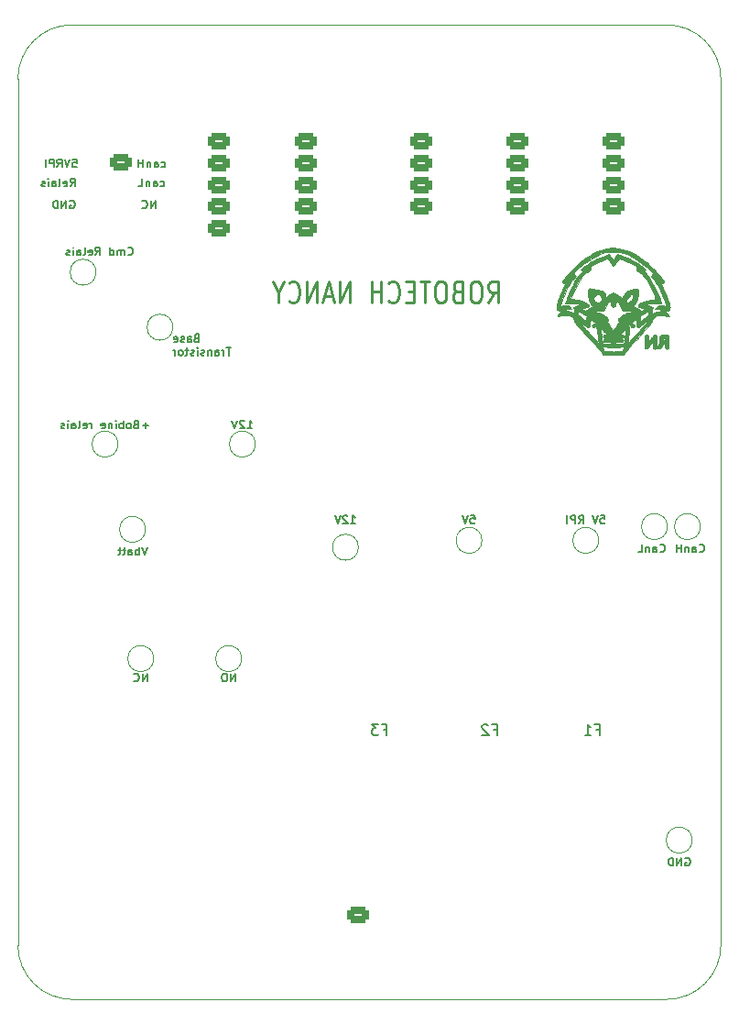
<source format=gbo>
G04 #@! TF.GenerationSoftware,KiCad,Pcbnew,(6.0.0)*
G04 #@! TF.CreationDate,2022-05-07T17:49:45+02:00*
G04 #@! TF.ProjectId,Alimentation,416c696d-656e-4746-9174-696f6e2e6b69,rev?*
G04 #@! TF.SameCoordinates,Original*
G04 #@! TF.FileFunction,Legend,Bot*
G04 #@! TF.FilePolarity,Positive*
%FSLAX46Y46*%
G04 Gerber Fmt 4.6, Leading zero omitted, Abs format (unit mm)*
G04 Created by KiCad (PCBNEW (6.0.0)) date 2022-05-07 17:49:45*
%MOMM*%
%LPD*%
G01*
G04 APERTURE LIST*
G04 Aperture macros list*
%AMRoundRect*
0 Rectangle with rounded corners*
0 $1 Rounding radius*
0 $2 $3 $4 $5 $6 $7 $8 $9 X,Y pos of 4 corners*
0 Add a 4 corners polygon primitive as box body*
4,1,4,$2,$3,$4,$5,$6,$7,$8,$9,$2,$3,0*
0 Add four circle primitives for the rounded corners*
1,1,$1+$1,$2,$3*
1,1,$1+$1,$4,$5*
1,1,$1+$1,$6,$7*
1,1,$1+$1,$8,$9*
0 Add four rect primitives between the rounded corners*
20,1,$1+$1,$2,$3,$4,$5,0*
20,1,$1+$1,$4,$5,$6,$7,0*
20,1,$1+$1,$6,$7,$8,$9,0*
20,1,$1+$1,$8,$9,$2,$3,0*%
G04 Aperture macros list end*
G04 #@! TA.AperFunction,Profile*
%ADD10C,0.050000*%
G04 #@! TD*
%ADD11C,0.150000*%
%ADD12C,0.187500*%
%ADD13C,0.250000*%
%ADD14C,0.120000*%
%ADD15C,0.010000*%
%ADD16RoundRect,0.312500X-0.687500X0.437500X-0.687500X-0.437500X0.687500X-0.437500X0.687500X0.437500X0*%
%ADD17R,2.500000X2.500000*%
%ADD18O,2.500000X2.500000*%
%ADD19R,2.500000X1.500000*%
%ADD20O,2.500000X1.500000*%
%ADD21R,1.700000X1.700000*%
%ADD22O,1.700000X1.700000*%
%ADD23RoundRect,0.312500X0.687500X-0.437500X0.687500X0.437500X-0.687500X0.437500X-0.687500X-0.437500X0*%
%ADD24O,2.000000X1.500000*%
%ADD25R,2.400000X2.400000*%
%ADD26O,2.400000X2.400000*%
%ADD27C,2.000000*%
%ADD28C,3.200000*%
%ADD29C,1.400000*%
%ADD30R,3.500000X3.500000*%
%ADD31C,3.500000*%
%ADD32R,1.800000X1.800000*%
%ADD33O,1.800000X1.800000*%
%ADD34R,1.600000X1.600000*%
%ADD35C,1.600000*%
%ADD36O,1.600000X4.000000*%
G04 APERTURE END LIST*
D10*
X147952000Y-125448000D02*
X92952000Y-125448000D01*
X92952000Y-35448000D02*
G75*
G03*
X87952000Y-40448000I0J-5000000D01*
G01*
X152952000Y-40448000D02*
X152952000Y-120448000D01*
X152952000Y-40448000D02*
G75*
G03*
X147952000Y-35448000I-5000000J0D01*
G01*
X147952000Y-125448000D02*
G75*
G03*
X152952000Y-120448000I0J5000000D01*
G01*
X87952000Y-40448000D02*
X87952000Y-120448000D01*
X87952000Y-120448000D02*
G75*
G03*
X92952000Y-125448000I5000000J0D01*
G01*
X92952000Y-35448000D02*
X147952000Y-35448000D01*
D11*
X149669428Y-112401000D02*
X149740857Y-112365285D01*
X149848000Y-112365285D01*
X149955142Y-112401000D01*
X150026571Y-112472428D01*
X150062285Y-112543857D01*
X150098000Y-112686714D01*
X150098000Y-112793857D01*
X150062285Y-112936714D01*
X150026571Y-113008142D01*
X149955142Y-113079571D01*
X149848000Y-113115285D01*
X149776571Y-113115285D01*
X149669428Y-113079571D01*
X149633714Y-113043857D01*
X149633714Y-112793857D01*
X149776571Y-112793857D01*
X149312285Y-113115285D02*
X149312285Y-112365285D01*
X148883714Y-113115285D01*
X148883714Y-112365285D01*
X148526571Y-113115285D02*
X148526571Y-112365285D01*
X148348000Y-112365285D01*
X148240857Y-112401000D01*
X148169428Y-112472428D01*
X148133714Y-112543857D01*
X148098000Y-112686714D01*
X148098000Y-112793857D01*
X148133714Y-112936714D01*
X148169428Y-113008142D01*
X148240857Y-113079571D01*
X148348000Y-113115285D01*
X148526571Y-113115285D01*
X99903285Y-96097285D02*
X99903285Y-95347285D01*
X99474714Y-96097285D01*
X99474714Y-95347285D01*
X98689000Y-96025857D02*
X98724714Y-96061571D01*
X98831857Y-96097285D01*
X98903285Y-96097285D01*
X99010428Y-96061571D01*
X99081857Y-95990142D01*
X99117571Y-95918714D01*
X99153285Y-95775857D01*
X99153285Y-95668714D01*
X99117571Y-95525857D01*
X99081857Y-95454428D01*
X99010428Y-95383000D01*
X98903285Y-95347285D01*
X98831857Y-95347285D01*
X98724714Y-95383000D01*
X98689000Y-95418714D01*
X108049142Y-96097285D02*
X108049142Y-95347285D01*
X107620571Y-96097285D01*
X107620571Y-95347285D01*
X107120571Y-95347285D02*
X106977714Y-95347285D01*
X106906285Y-95383000D01*
X106834857Y-95454428D01*
X106799142Y-95597285D01*
X106799142Y-95847285D01*
X106834857Y-95990142D01*
X106906285Y-96061571D01*
X106977714Y-96097285D01*
X107120571Y-96097285D01*
X107192000Y-96061571D01*
X107263428Y-95990142D01*
X107299142Y-95847285D01*
X107299142Y-95597285D01*
X107263428Y-95454428D01*
X107192000Y-95383000D01*
X107120571Y-95347285D01*
X109176285Y-72729285D02*
X109604857Y-72729285D01*
X109390571Y-72729285D02*
X109390571Y-71979285D01*
X109462000Y-72086428D01*
X109533428Y-72157857D01*
X109604857Y-72193571D01*
X108890571Y-72050714D02*
X108854857Y-72015000D01*
X108783428Y-71979285D01*
X108604857Y-71979285D01*
X108533428Y-72015000D01*
X108497714Y-72050714D01*
X108462000Y-72122142D01*
X108462000Y-72193571D01*
X108497714Y-72300714D01*
X108926285Y-72729285D01*
X108462000Y-72729285D01*
X108247714Y-71979285D02*
X107997714Y-72729285D01*
X107747714Y-71979285D01*
D12*
X141819142Y-80742285D02*
X142176285Y-80742285D01*
X142212000Y-81099428D01*
X142176285Y-81063714D01*
X142104857Y-81028000D01*
X141926285Y-81028000D01*
X141854857Y-81063714D01*
X141819142Y-81099428D01*
X141783428Y-81170857D01*
X141783428Y-81349428D01*
X141819142Y-81420857D01*
X141854857Y-81456571D01*
X141926285Y-81492285D01*
X142104857Y-81492285D01*
X142176285Y-81456571D01*
X142212000Y-81420857D01*
X141569142Y-80742285D02*
X141319142Y-81492285D01*
X141069142Y-80742285D01*
X139819142Y-81492285D02*
X140069142Y-81135142D01*
X140247714Y-81492285D02*
X140247714Y-80742285D01*
X139962000Y-80742285D01*
X139890571Y-80778000D01*
X139854857Y-80813714D01*
X139819142Y-80885142D01*
X139819142Y-80992285D01*
X139854857Y-81063714D01*
X139890571Y-81099428D01*
X139962000Y-81135142D01*
X140247714Y-81135142D01*
X139497714Y-81492285D02*
X139497714Y-80742285D01*
X139212000Y-80742285D01*
X139140571Y-80778000D01*
X139104857Y-80813714D01*
X139069142Y-80885142D01*
X139069142Y-80992285D01*
X139104857Y-81063714D01*
X139140571Y-81099428D01*
X139212000Y-81135142D01*
X139497714Y-81135142D01*
X138747714Y-81492285D02*
X138747714Y-80742285D01*
D11*
X98111142Y-56655857D02*
X98146857Y-56691571D01*
X98254000Y-56727285D01*
X98325428Y-56727285D01*
X98432571Y-56691571D01*
X98504000Y-56620142D01*
X98539714Y-56548714D01*
X98575428Y-56405857D01*
X98575428Y-56298714D01*
X98539714Y-56155857D01*
X98504000Y-56084428D01*
X98432571Y-56013000D01*
X98325428Y-55977285D01*
X98254000Y-55977285D01*
X98146857Y-56013000D01*
X98111142Y-56048714D01*
X97789714Y-56727285D02*
X97789714Y-56227285D01*
X97789714Y-56298714D02*
X97754000Y-56263000D01*
X97682571Y-56227285D01*
X97575428Y-56227285D01*
X97504000Y-56263000D01*
X97468285Y-56334428D01*
X97468285Y-56727285D01*
X97468285Y-56334428D02*
X97432571Y-56263000D01*
X97361142Y-56227285D01*
X97254000Y-56227285D01*
X97182571Y-56263000D01*
X97146857Y-56334428D01*
X97146857Y-56727285D01*
X96468285Y-56727285D02*
X96468285Y-55977285D01*
X96468285Y-56691571D02*
X96539714Y-56727285D01*
X96682571Y-56727285D01*
X96754000Y-56691571D01*
X96789714Y-56655857D01*
X96825428Y-56584428D01*
X96825428Y-56370142D01*
X96789714Y-56298714D01*
X96754000Y-56263000D01*
X96682571Y-56227285D01*
X96539714Y-56227285D01*
X96468285Y-56263000D01*
X95111142Y-56727285D02*
X95361142Y-56370142D01*
X95539714Y-56727285D02*
X95539714Y-55977285D01*
X95254000Y-55977285D01*
X95182571Y-56013000D01*
X95146857Y-56048714D01*
X95111142Y-56120142D01*
X95111142Y-56227285D01*
X95146857Y-56298714D01*
X95182571Y-56334428D01*
X95254000Y-56370142D01*
X95539714Y-56370142D01*
X94504000Y-56691571D02*
X94575428Y-56727285D01*
X94718285Y-56727285D01*
X94789714Y-56691571D01*
X94825428Y-56620142D01*
X94825428Y-56334428D01*
X94789714Y-56263000D01*
X94718285Y-56227285D01*
X94575428Y-56227285D01*
X94504000Y-56263000D01*
X94468285Y-56334428D01*
X94468285Y-56405857D01*
X94825428Y-56477285D01*
X94039714Y-56727285D02*
X94111142Y-56691571D01*
X94146857Y-56620142D01*
X94146857Y-55977285D01*
X93432571Y-56727285D02*
X93432571Y-56334428D01*
X93468285Y-56263000D01*
X93539714Y-56227285D01*
X93682571Y-56227285D01*
X93754000Y-56263000D01*
X93432571Y-56691571D02*
X93504000Y-56727285D01*
X93682571Y-56727285D01*
X93754000Y-56691571D01*
X93789714Y-56620142D01*
X93789714Y-56548714D01*
X93754000Y-56477285D01*
X93682571Y-56441571D01*
X93504000Y-56441571D01*
X93432571Y-56405857D01*
X93075428Y-56727285D02*
X93075428Y-56227285D01*
X93075428Y-55977285D02*
X93111142Y-56013000D01*
X93075428Y-56048714D01*
X93039714Y-56013000D01*
X93075428Y-55977285D01*
X93075428Y-56048714D01*
X92754000Y-56691571D02*
X92682571Y-56727285D01*
X92539714Y-56727285D01*
X92468285Y-56691571D01*
X92432571Y-56620142D01*
X92432571Y-56584428D01*
X92468285Y-56513000D01*
X92539714Y-56477285D01*
X92646857Y-56477285D01*
X92718285Y-56441571D01*
X92754000Y-56370142D01*
X92754000Y-56334428D01*
X92718285Y-56263000D01*
X92646857Y-56227285D01*
X92539714Y-56227285D01*
X92468285Y-56263000D01*
D12*
X129809857Y-80742285D02*
X130167000Y-80742285D01*
X130202714Y-81099428D01*
X130167000Y-81063714D01*
X130095571Y-81028000D01*
X129917000Y-81028000D01*
X129845571Y-81063714D01*
X129809857Y-81099428D01*
X129774142Y-81170857D01*
X129774142Y-81349428D01*
X129809857Y-81420857D01*
X129845571Y-81456571D01*
X129917000Y-81492285D01*
X130095571Y-81492285D01*
X130167000Y-81456571D01*
X130202714Y-81420857D01*
X129559857Y-80742285D02*
X129309857Y-81492285D01*
X129059857Y-80742285D01*
X92773428Y-51695000D02*
X92844857Y-51659285D01*
X92952000Y-51659285D01*
X93059142Y-51695000D01*
X93130571Y-51766428D01*
X93166285Y-51837857D01*
X93202000Y-51980714D01*
X93202000Y-52087857D01*
X93166285Y-52230714D01*
X93130571Y-52302142D01*
X93059142Y-52373571D01*
X92952000Y-52409285D01*
X92880571Y-52409285D01*
X92773428Y-52373571D01*
X92737714Y-52337857D01*
X92737714Y-52087857D01*
X92880571Y-52087857D01*
X92416285Y-52409285D02*
X92416285Y-51659285D01*
X91987714Y-52409285D01*
X91987714Y-51659285D01*
X91630571Y-52409285D02*
X91630571Y-51659285D01*
X91452000Y-51659285D01*
X91344857Y-51695000D01*
X91273428Y-51766428D01*
X91237714Y-51837857D01*
X91202000Y-51980714D01*
X91202000Y-52087857D01*
X91237714Y-52230714D01*
X91273428Y-52302142D01*
X91344857Y-52373571D01*
X91452000Y-52409285D01*
X91630571Y-52409285D01*
X118701285Y-81492285D02*
X119129857Y-81492285D01*
X118915571Y-81492285D02*
X118915571Y-80742285D01*
X118987000Y-80849428D01*
X119058428Y-80920857D01*
X119129857Y-80956571D01*
X118415571Y-80813714D02*
X118379857Y-80778000D01*
X118308428Y-80742285D01*
X118129857Y-80742285D01*
X118058428Y-80778000D01*
X118022714Y-80813714D01*
X117987000Y-80885142D01*
X117987000Y-80956571D01*
X118022714Y-81063714D01*
X118451285Y-81492285D01*
X117987000Y-81492285D01*
X117772714Y-80742285D02*
X117522714Y-81492285D01*
X117272714Y-80742285D01*
D11*
X104455500Y-64366678D02*
X104348357Y-64402392D01*
X104312642Y-64438107D01*
X104276928Y-64509535D01*
X104276928Y-64616678D01*
X104312642Y-64688107D01*
X104348357Y-64723821D01*
X104419785Y-64759535D01*
X104705500Y-64759535D01*
X104705500Y-64009535D01*
X104455500Y-64009535D01*
X104384071Y-64045250D01*
X104348357Y-64080964D01*
X104312642Y-64152392D01*
X104312642Y-64223821D01*
X104348357Y-64295250D01*
X104384071Y-64330964D01*
X104455500Y-64366678D01*
X104705500Y-64366678D01*
X103634071Y-64759535D02*
X103634071Y-64366678D01*
X103669785Y-64295250D01*
X103741214Y-64259535D01*
X103884071Y-64259535D01*
X103955500Y-64295250D01*
X103634071Y-64723821D02*
X103705500Y-64759535D01*
X103884071Y-64759535D01*
X103955500Y-64723821D01*
X103991214Y-64652392D01*
X103991214Y-64580964D01*
X103955500Y-64509535D01*
X103884071Y-64473821D01*
X103705500Y-64473821D01*
X103634071Y-64438107D01*
X103312642Y-64723821D02*
X103241214Y-64759535D01*
X103098357Y-64759535D01*
X103026928Y-64723821D01*
X102991214Y-64652392D01*
X102991214Y-64616678D01*
X103026928Y-64545250D01*
X103098357Y-64509535D01*
X103205500Y-64509535D01*
X103276928Y-64473821D01*
X103312642Y-64402392D01*
X103312642Y-64366678D01*
X103276928Y-64295250D01*
X103205500Y-64259535D01*
X103098357Y-64259535D01*
X103026928Y-64295250D01*
X102384071Y-64723821D02*
X102455500Y-64759535D01*
X102598357Y-64759535D01*
X102669785Y-64723821D01*
X102705500Y-64652392D01*
X102705500Y-64366678D01*
X102669785Y-64295250D01*
X102598357Y-64259535D01*
X102455500Y-64259535D01*
X102384071Y-64295250D01*
X102348357Y-64366678D01*
X102348357Y-64438107D01*
X102705500Y-64509535D01*
X107669785Y-65217035D02*
X107241214Y-65217035D01*
X107455500Y-65967035D02*
X107455500Y-65217035D01*
X106991214Y-65967035D02*
X106991214Y-65467035D01*
X106991214Y-65609892D02*
X106955500Y-65538464D01*
X106919785Y-65502750D01*
X106848357Y-65467035D01*
X106776928Y-65467035D01*
X106205500Y-65967035D02*
X106205500Y-65574178D01*
X106241214Y-65502750D01*
X106312642Y-65467035D01*
X106455500Y-65467035D01*
X106526928Y-65502750D01*
X106205500Y-65931321D02*
X106276928Y-65967035D01*
X106455500Y-65967035D01*
X106526928Y-65931321D01*
X106562642Y-65859892D01*
X106562642Y-65788464D01*
X106526928Y-65717035D01*
X106455500Y-65681321D01*
X106276928Y-65681321D01*
X106205500Y-65645607D01*
X105848357Y-65467035D02*
X105848357Y-65967035D01*
X105848357Y-65538464D02*
X105812642Y-65502750D01*
X105741214Y-65467035D01*
X105634071Y-65467035D01*
X105562642Y-65502750D01*
X105526928Y-65574178D01*
X105526928Y-65967035D01*
X105205500Y-65931321D02*
X105134071Y-65967035D01*
X104991214Y-65967035D01*
X104919785Y-65931321D01*
X104884071Y-65859892D01*
X104884071Y-65824178D01*
X104919785Y-65752750D01*
X104991214Y-65717035D01*
X105098357Y-65717035D01*
X105169785Y-65681321D01*
X105205500Y-65609892D01*
X105205500Y-65574178D01*
X105169785Y-65502750D01*
X105098357Y-65467035D01*
X104991214Y-65467035D01*
X104919785Y-65502750D01*
X104562642Y-65967035D02*
X104562642Y-65467035D01*
X104562642Y-65217035D02*
X104598357Y-65252750D01*
X104562642Y-65288464D01*
X104526928Y-65252750D01*
X104562642Y-65217035D01*
X104562642Y-65288464D01*
X104241214Y-65931321D02*
X104169785Y-65967035D01*
X104026928Y-65967035D01*
X103955500Y-65931321D01*
X103919785Y-65859892D01*
X103919785Y-65824178D01*
X103955500Y-65752750D01*
X104026928Y-65717035D01*
X104134071Y-65717035D01*
X104205500Y-65681321D01*
X104241214Y-65609892D01*
X104241214Y-65574178D01*
X104205500Y-65502750D01*
X104134071Y-65467035D01*
X104026928Y-65467035D01*
X103955500Y-65502750D01*
X103705500Y-65467035D02*
X103419785Y-65467035D01*
X103598357Y-65217035D02*
X103598357Y-65859892D01*
X103562642Y-65931321D01*
X103491214Y-65967035D01*
X103419785Y-65967035D01*
X103062642Y-65967035D02*
X103134071Y-65931321D01*
X103169785Y-65895607D01*
X103205500Y-65824178D01*
X103205500Y-65609892D01*
X103169785Y-65538464D01*
X103134071Y-65502750D01*
X103062642Y-65467035D01*
X102955500Y-65467035D01*
X102884071Y-65502750D01*
X102848357Y-65538464D01*
X102812642Y-65609892D01*
X102812642Y-65824178D01*
X102848357Y-65895607D01*
X102884071Y-65931321D01*
X102955500Y-65967035D01*
X103062642Y-65967035D01*
X102491214Y-65967035D02*
X102491214Y-65467035D01*
X102491214Y-65609892D02*
X102455500Y-65538464D01*
X102419785Y-65502750D01*
X102348357Y-65467035D01*
X102276928Y-65467035D01*
X100047714Y-72443571D02*
X99476285Y-72443571D01*
X99762000Y-72729285D02*
X99762000Y-72157857D01*
X98869142Y-72336428D02*
X98762000Y-72372142D01*
X98726285Y-72407857D01*
X98690571Y-72479285D01*
X98690571Y-72586428D01*
X98726285Y-72657857D01*
X98762000Y-72693571D01*
X98833428Y-72729285D01*
X99119142Y-72729285D01*
X99119142Y-71979285D01*
X98869142Y-71979285D01*
X98797714Y-72015000D01*
X98762000Y-72050714D01*
X98726285Y-72122142D01*
X98726285Y-72193571D01*
X98762000Y-72265000D01*
X98797714Y-72300714D01*
X98869142Y-72336428D01*
X99119142Y-72336428D01*
X98262000Y-72729285D02*
X98333428Y-72693571D01*
X98369142Y-72657857D01*
X98404857Y-72586428D01*
X98404857Y-72372142D01*
X98369142Y-72300714D01*
X98333428Y-72265000D01*
X98262000Y-72229285D01*
X98154857Y-72229285D01*
X98083428Y-72265000D01*
X98047714Y-72300714D01*
X98012000Y-72372142D01*
X98012000Y-72586428D01*
X98047714Y-72657857D01*
X98083428Y-72693571D01*
X98154857Y-72729285D01*
X98262000Y-72729285D01*
X97690571Y-72729285D02*
X97690571Y-71979285D01*
X97690571Y-72265000D02*
X97619142Y-72229285D01*
X97476285Y-72229285D01*
X97404857Y-72265000D01*
X97369142Y-72300714D01*
X97333428Y-72372142D01*
X97333428Y-72586428D01*
X97369142Y-72657857D01*
X97404857Y-72693571D01*
X97476285Y-72729285D01*
X97619142Y-72729285D01*
X97690571Y-72693571D01*
X97012000Y-72729285D02*
X97012000Y-72229285D01*
X97012000Y-71979285D02*
X97047714Y-72015000D01*
X97012000Y-72050714D01*
X96976285Y-72015000D01*
X97012000Y-71979285D01*
X97012000Y-72050714D01*
X96654857Y-72229285D02*
X96654857Y-72729285D01*
X96654857Y-72300714D02*
X96619142Y-72265000D01*
X96547714Y-72229285D01*
X96440571Y-72229285D01*
X96369142Y-72265000D01*
X96333428Y-72336428D01*
X96333428Y-72729285D01*
X95690571Y-72693571D02*
X95762000Y-72729285D01*
X95904857Y-72729285D01*
X95976285Y-72693571D01*
X96012000Y-72622142D01*
X96012000Y-72336428D01*
X95976285Y-72265000D01*
X95904857Y-72229285D01*
X95762000Y-72229285D01*
X95690571Y-72265000D01*
X95654857Y-72336428D01*
X95654857Y-72407857D01*
X96012000Y-72479285D01*
X94762000Y-72729285D02*
X94762000Y-72229285D01*
X94762000Y-72372142D02*
X94726285Y-72300714D01*
X94690571Y-72265000D01*
X94619142Y-72229285D01*
X94547714Y-72229285D01*
X94012000Y-72693571D02*
X94083428Y-72729285D01*
X94226285Y-72729285D01*
X94297714Y-72693571D01*
X94333428Y-72622142D01*
X94333428Y-72336428D01*
X94297714Y-72265000D01*
X94226285Y-72229285D01*
X94083428Y-72229285D01*
X94012000Y-72265000D01*
X93976285Y-72336428D01*
X93976285Y-72407857D01*
X94333428Y-72479285D01*
X93547714Y-72729285D02*
X93619142Y-72693571D01*
X93654857Y-72622142D01*
X93654857Y-71979285D01*
X92940571Y-72729285D02*
X92940571Y-72336428D01*
X92976285Y-72265000D01*
X93047714Y-72229285D01*
X93190571Y-72229285D01*
X93262000Y-72265000D01*
X92940571Y-72693571D02*
X93012000Y-72729285D01*
X93190571Y-72729285D01*
X93262000Y-72693571D01*
X93297714Y-72622142D01*
X93297714Y-72550714D01*
X93262000Y-72479285D01*
X93190571Y-72443571D01*
X93012000Y-72443571D01*
X92940571Y-72407857D01*
X92583428Y-72729285D02*
X92583428Y-72229285D01*
X92583428Y-71979285D02*
X92619142Y-72015000D01*
X92583428Y-72050714D01*
X92547714Y-72015000D01*
X92583428Y-71979285D01*
X92583428Y-72050714D01*
X92262000Y-72693571D02*
X92190571Y-72729285D01*
X92047714Y-72729285D01*
X91976285Y-72693571D01*
X91940571Y-72622142D01*
X91940571Y-72586428D01*
X91976285Y-72515000D01*
X92047714Y-72479285D01*
X92154857Y-72479285D01*
X92226285Y-72443571D01*
X92262000Y-72372142D01*
X92262000Y-72336428D01*
X92226285Y-72265000D01*
X92154857Y-72229285D01*
X92047714Y-72229285D01*
X91976285Y-72265000D01*
X147308000Y-84087857D02*
X147343714Y-84123571D01*
X147450857Y-84159285D01*
X147522285Y-84159285D01*
X147629428Y-84123571D01*
X147700857Y-84052142D01*
X147736571Y-83980714D01*
X147772285Y-83837857D01*
X147772285Y-83730714D01*
X147736571Y-83587857D01*
X147700857Y-83516428D01*
X147629428Y-83445000D01*
X147522285Y-83409285D01*
X147450857Y-83409285D01*
X147343714Y-83445000D01*
X147308000Y-83480714D01*
X146665142Y-84159285D02*
X146665142Y-83766428D01*
X146700857Y-83695000D01*
X146772285Y-83659285D01*
X146915142Y-83659285D01*
X146986571Y-83695000D01*
X146665142Y-84123571D02*
X146736571Y-84159285D01*
X146915142Y-84159285D01*
X146986571Y-84123571D01*
X147022285Y-84052142D01*
X147022285Y-83980714D01*
X146986571Y-83909285D01*
X146915142Y-83873571D01*
X146736571Y-83873571D01*
X146665142Y-83837857D01*
X146308000Y-83659285D02*
X146308000Y-84159285D01*
X146308000Y-83730714D02*
X146272285Y-83695000D01*
X146200857Y-83659285D01*
X146093714Y-83659285D01*
X146022285Y-83695000D01*
X145986571Y-83766428D01*
X145986571Y-84159285D01*
X145272285Y-84159285D02*
X145629428Y-84159285D01*
X145629428Y-83409285D01*
D12*
X100665285Y-52409285D02*
X100665285Y-51659285D01*
X100236714Y-52409285D01*
X100236714Y-51659285D01*
X99451000Y-52337857D02*
X99486714Y-52373571D01*
X99593857Y-52409285D01*
X99665285Y-52409285D01*
X99772428Y-52373571D01*
X99843857Y-52302142D01*
X99879571Y-52230714D01*
X99915285Y-52087857D01*
X99915285Y-51980714D01*
X99879571Y-51837857D01*
X99843857Y-51766428D01*
X99772428Y-51695000D01*
X99665285Y-51659285D01*
X99593857Y-51659285D01*
X99486714Y-51695000D01*
X99451000Y-51730714D01*
D11*
X99909142Y-83663285D02*
X99659142Y-84413285D01*
X99409142Y-83663285D01*
X99159142Y-84413285D02*
X99159142Y-83663285D01*
X99159142Y-83949000D02*
X99087714Y-83913285D01*
X98944857Y-83913285D01*
X98873428Y-83949000D01*
X98837714Y-83984714D01*
X98802000Y-84056142D01*
X98802000Y-84270428D01*
X98837714Y-84341857D01*
X98873428Y-84377571D01*
X98944857Y-84413285D01*
X99087714Y-84413285D01*
X99159142Y-84377571D01*
X98159142Y-84413285D02*
X98159142Y-84020428D01*
X98194857Y-83949000D01*
X98266285Y-83913285D01*
X98409142Y-83913285D01*
X98480571Y-83949000D01*
X98159142Y-84377571D02*
X98230571Y-84413285D01*
X98409142Y-84413285D01*
X98480571Y-84377571D01*
X98516285Y-84306142D01*
X98516285Y-84234714D01*
X98480571Y-84163285D01*
X98409142Y-84127571D01*
X98230571Y-84127571D01*
X98159142Y-84091857D01*
X97909142Y-83913285D02*
X97623428Y-83913285D01*
X97802000Y-83663285D02*
X97802000Y-84306142D01*
X97766285Y-84377571D01*
X97694857Y-84413285D01*
X97623428Y-84413285D01*
X97480571Y-83913285D02*
X97194857Y-83913285D01*
X97373428Y-83663285D02*
X97373428Y-84306142D01*
X97337714Y-84377571D01*
X97266285Y-84413285D01*
X97194857Y-84413285D01*
D13*
X131456523Y-61102761D02*
X131989857Y-60150380D01*
X132370809Y-61102761D02*
X132370809Y-59102761D01*
X131761285Y-59102761D01*
X131608904Y-59198000D01*
X131532714Y-59293238D01*
X131456523Y-59483714D01*
X131456523Y-59769428D01*
X131532714Y-59959904D01*
X131608904Y-60055142D01*
X131761285Y-60150380D01*
X132370809Y-60150380D01*
X130466047Y-59102761D02*
X130161285Y-59102761D01*
X130008904Y-59198000D01*
X129856523Y-59388476D01*
X129780333Y-59769428D01*
X129780333Y-60436095D01*
X129856523Y-60817047D01*
X130008904Y-61007523D01*
X130161285Y-61102761D01*
X130466047Y-61102761D01*
X130618428Y-61007523D01*
X130770809Y-60817047D01*
X130847000Y-60436095D01*
X130847000Y-59769428D01*
X130770809Y-59388476D01*
X130618428Y-59198000D01*
X130466047Y-59102761D01*
X128561285Y-60055142D02*
X128332714Y-60150380D01*
X128256523Y-60245619D01*
X128180333Y-60436095D01*
X128180333Y-60721809D01*
X128256523Y-60912285D01*
X128332714Y-61007523D01*
X128485095Y-61102761D01*
X129094619Y-61102761D01*
X129094619Y-59102761D01*
X128561285Y-59102761D01*
X128408904Y-59198000D01*
X128332714Y-59293238D01*
X128256523Y-59483714D01*
X128256523Y-59674190D01*
X128332714Y-59864666D01*
X128408904Y-59959904D01*
X128561285Y-60055142D01*
X129094619Y-60055142D01*
X127189857Y-59102761D02*
X126885095Y-59102761D01*
X126732714Y-59198000D01*
X126580333Y-59388476D01*
X126504142Y-59769428D01*
X126504142Y-60436095D01*
X126580333Y-60817047D01*
X126732714Y-61007523D01*
X126885095Y-61102761D01*
X127189857Y-61102761D01*
X127342238Y-61007523D01*
X127494619Y-60817047D01*
X127570809Y-60436095D01*
X127570809Y-59769428D01*
X127494619Y-59388476D01*
X127342238Y-59198000D01*
X127189857Y-59102761D01*
X126046999Y-59102761D02*
X125132714Y-59102761D01*
X125589857Y-61102761D02*
X125589857Y-59102761D01*
X124599380Y-60055142D02*
X124066047Y-60055142D01*
X123837476Y-61102761D02*
X124599380Y-61102761D01*
X124599380Y-59102761D01*
X123837476Y-59102761D01*
X122237476Y-60912285D02*
X122313666Y-61007523D01*
X122542238Y-61102761D01*
X122694619Y-61102761D01*
X122923190Y-61007523D01*
X123075571Y-60817047D01*
X123151761Y-60626571D01*
X123227952Y-60245619D01*
X123227952Y-59959904D01*
X123151761Y-59578952D01*
X123075571Y-59388476D01*
X122923190Y-59198000D01*
X122694619Y-59102761D01*
X122542238Y-59102761D01*
X122313666Y-59198000D01*
X122237476Y-59293238D01*
X121551761Y-61102761D02*
X121551761Y-59102761D01*
X121551761Y-60055142D02*
X120637476Y-60055142D01*
X120637476Y-61102761D02*
X120637476Y-59102761D01*
X118656523Y-61102761D02*
X118656523Y-59102761D01*
X117742238Y-61102761D01*
X117742238Y-59102761D01*
X117056523Y-60531333D02*
X116294619Y-60531333D01*
X117208904Y-61102761D02*
X116675571Y-59102761D01*
X116142238Y-61102761D01*
X115608904Y-61102761D02*
X115608904Y-59102761D01*
X114694619Y-61102761D01*
X114694619Y-59102761D01*
X113018428Y-60912285D02*
X113094619Y-61007523D01*
X113323190Y-61102761D01*
X113475571Y-61102761D01*
X113704142Y-61007523D01*
X113856523Y-60817047D01*
X113932714Y-60626571D01*
X114008904Y-60245619D01*
X114008904Y-59959904D01*
X113932714Y-59578952D01*
X113856523Y-59388476D01*
X113704142Y-59198000D01*
X113475571Y-59102761D01*
X113323190Y-59102761D01*
X113094619Y-59198000D01*
X113018428Y-59293238D01*
X112027952Y-60150380D02*
X112027952Y-61102761D01*
X112561285Y-59102761D02*
X112027952Y-60150380D01*
X111494619Y-59102761D01*
D12*
X101222857Y-48563571D02*
X101294285Y-48599285D01*
X101437142Y-48599285D01*
X101508571Y-48563571D01*
X101544285Y-48527857D01*
X101580000Y-48456428D01*
X101580000Y-48242142D01*
X101544285Y-48170714D01*
X101508571Y-48135000D01*
X101437142Y-48099285D01*
X101294285Y-48099285D01*
X101222857Y-48135000D01*
X100580000Y-48599285D02*
X100580000Y-48206428D01*
X100615714Y-48135000D01*
X100687142Y-48099285D01*
X100830000Y-48099285D01*
X100901428Y-48135000D01*
X100580000Y-48563571D02*
X100651428Y-48599285D01*
X100830000Y-48599285D01*
X100901428Y-48563571D01*
X100937142Y-48492142D01*
X100937142Y-48420714D01*
X100901428Y-48349285D01*
X100830000Y-48313571D01*
X100651428Y-48313571D01*
X100580000Y-48277857D01*
X100222857Y-48099285D02*
X100222857Y-48599285D01*
X100222857Y-48170714D02*
X100187142Y-48135000D01*
X100115714Y-48099285D01*
X100008571Y-48099285D01*
X99937142Y-48135000D01*
X99901428Y-48206428D01*
X99901428Y-48599285D01*
X99544285Y-48599285D02*
X99544285Y-47849285D01*
X99544285Y-48206428D02*
X99115714Y-48206428D01*
X99115714Y-48599285D02*
X99115714Y-47849285D01*
X92801142Y-50377285D02*
X93051142Y-50020142D01*
X93229714Y-50377285D02*
X93229714Y-49627285D01*
X92944000Y-49627285D01*
X92872571Y-49663000D01*
X92836857Y-49698714D01*
X92801142Y-49770142D01*
X92801142Y-49877285D01*
X92836857Y-49948714D01*
X92872571Y-49984428D01*
X92944000Y-50020142D01*
X93229714Y-50020142D01*
X92194000Y-50341571D02*
X92265428Y-50377285D01*
X92408285Y-50377285D01*
X92479714Y-50341571D01*
X92515428Y-50270142D01*
X92515428Y-49984428D01*
X92479714Y-49913000D01*
X92408285Y-49877285D01*
X92265428Y-49877285D01*
X92194000Y-49913000D01*
X92158285Y-49984428D01*
X92158285Y-50055857D01*
X92515428Y-50127285D01*
X91729714Y-50377285D02*
X91801142Y-50341571D01*
X91836857Y-50270142D01*
X91836857Y-49627285D01*
X91122571Y-50377285D02*
X91122571Y-49984428D01*
X91158285Y-49913000D01*
X91229714Y-49877285D01*
X91372571Y-49877285D01*
X91444000Y-49913000D01*
X91122571Y-50341571D02*
X91194000Y-50377285D01*
X91372571Y-50377285D01*
X91444000Y-50341571D01*
X91479714Y-50270142D01*
X91479714Y-50198714D01*
X91444000Y-50127285D01*
X91372571Y-50091571D01*
X91194000Y-50091571D01*
X91122571Y-50055857D01*
X90765428Y-50377285D02*
X90765428Y-49877285D01*
X90765428Y-49627285D02*
X90801142Y-49663000D01*
X90765428Y-49698714D01*
X90729714Y-49663000D01*
X90765428Y-49627285D01*
X90765428Y-49698714D01*
X90444000Y-50341571D02*
X90372571Y-50377285D01*
X90229714Y-50377285D01*
X90158285Y-50341571D01*
X90122571Y-50270142D01*
X90122571Y-50234428D01*
X90158285Y-50163000D01*
X90229714Y-50127285D01*
X90336857Y-50127285D01*
X90408285Y-50091571D01*
X90444000Y-50020142D01*
X90444000Y-49984428D01*
X90408285Y-49913000D01*
X90336857Y-49877285D01*
X90229714Y-49877285D01*
X90158285Y-49913000D01*
D11*
X150953285Y-84087857D02*
X150989000Y-84123571D01*
X151096142Y-84159285D01*
X151167571Y-84159285D01*
X151274714Y-84123571D01*
X151346142Y-84052142D01*
X151381857Y-83980714D01*
X151417571Y-83837857D01*
X151417571Y-83730714D01*
X151381857Y-83587857D01*
X151346142Y-83516428D01*
X151274714Y-83445000D01*
X151167571Y-83409285D01*
X151096142Y-83409285D01*
X150989000Y-83445000D01*
X150953285Y-83480714D01*
X150310428Y-84159285D02*
X150310428Y-83766428D01*
X150346142Y-83695000D01*
X150417571Y-83659285D01*
X150560428Y-83659285D01*
X150631857Y-83695000D01*
X150310428Y-84123571D02*
X150381857Y-84159285D01*
X150560428Y-84159285D01*
X150631857Y-84123571D01*
X150667571Y-84052142D01*
X150667571Y-83980714D01*
X150631857Y-83909285D01*
X150560428Y-83873571D01*
X150381857Y-83873571D01*
X150310428Y-83837857D01*
X149953285Y-83659285D02*
X149953285Y-84159285D01*
X149953285Y-83730714D02*
X149917571Y-83695000D01*
X149846142Y-83659285D01*
X149739000Y-83659285D01*
X149667571Y-83695000D01*
X149631857Y-83766428D01*
X149631857Y-84159285D01*
X149274714Y-84159285D02*
X149274714Y-83409285D01*
X149274714Y-83766428D02*
X148846142Y-83766428D01*
X148846142Y-84159285D02*
X148846142Y-83409285D01*
D12*
X93019428Y-47849285D02*
X93376571Y-47849285D01*
X93412285Y-48206428D01*
X93376571Y-48170714D01*
X93305142Y-48135000D01*
X93126571Y-48135000D01*
X93055142Y-48170714D01*
X93019428Y-48206428D01*
X92983714Y-48277857D01*
X92983714Y-48456428D01*
X93019428Y-48527857D01*
X93055142Y-48563571D01*
X93126571Y-48599285D01*
X93305142Y-48599285D01*
X93376571Y-48563571D01*
X93412285Y-48527857D01*
X92769428Y-47849285D02*
X92519428Y-48599285D01*
X92269428Y-47849285D01*
X91590857Y-48599285D02*
X91840857Y-48242142D01*
X92019428Y-48599285D02*
X92019428Y-47849285D01*
X91733714Y-47849285D01*
X91662285Y-47885000D01*
X91626571Y-47920714D01*
X91590857Y-47992142D01*
X91590857Y-48099285D01*
X91626571Y-48170714D01*
X91662285Y-48206428D01*
X91733714Y-48242142D01*
X92019428Y-48242142D01*
X91269428Y-48599285D02*
X91269428Y-47849285D01*
X90983714Y-47849285D01*
X90912285Y-47885000D01*
X90876571Y-47920714D01*
X90840857Y-47992142D01*
X90840857Y-48099285D01*
X90876571Y-48170714D01*
X90912285Y-48206428D01*
X90983714Y-48242142D01*
X91269428Y-48242142D01*
X90519428Y-48599285D02*
X90519428Y-47849285D01*
X101133571Y-50341571D02*
X101205000Y-50377285D01*
X101347857Y-50377285D01*
X101419285Y-50341571D01*
X101455000Y-50305857D01*
X101490714Y-50234428D01*
X101490714Y-50020142D01*
X101455000Y-49948714D01*
X101419285Y-49913000D01*
X101347857Y-49877285D01*
X101205000Y-49877285D01*
X101133571Y-49913000D01*
X100490714Y-50377285D02*
X100490714Y-49984428D01*
X100526428Y-49913000D01*
X100597857Y-49877285D01*
X100740714Y-49877285D01*
X100812142Y-49913000D01*
X100490714Y-50341571D02*
X100562142Y-50377285D01*
X100740714Y-50377285D01*
X100812142Y-50341571D01*
X100847857Y-50270142D01*
X100847857Y-50198714D01*
X100812142Y-50127285D01*
X100740714Y-50091571D01*
X100562142Y-50091571D01*
X100490714Y-50055857D01*
X100133571Y-49877285D02*
X100133571Y-50377285D01*
X100133571Y-49948714D02*
X100097857Y-49913000D01*
X100026428Y-49877285D01*
X99919285Y-49877285D01*
X99847857Y-49913000D01*
X99812142Y-49984428D01*
X99812142Y-50377285D01*
X99097857Y-50377285D02*
X99455000Y-50377285D01*
X99455000Y-49627285D01*
D11*
X131905333Y-100512571D02*
X132238666Y-100512571D01*
X132238666Y-101036380D02*
X132238666Y-100036380D01*
X131762476Y-100036380D01*
X131429142Y-100131619D02*
X131381523Y-100084000D01*
X131286285Y-100036380D01*
X131048190Y-100036380D01*
X130952952Y-100084000D01*
X130905333Y-100131619D01*
X130857714Y-100226857D01*
X130857714Y-100322095D01*
X130905333Y-100464952D01*
X131476761Y-101036380D01*
X130857714Y-101036380D01*
X121735333Y-100512571D02*
X122068666Y-100512571D01*
X122068666Y-101036380D02*
X122068666Y-100036380D01*
X121592476Y-100036380D01*
X121306761Y-100036380D02*
X120687714Y-100036380D01*
X121021047Y-100417333D01*
X120878190Y-100417333D01*
X120782952Y-100464952D01*
X120735333Y-100512571D01*
X120687714Y-100607809D01*
X120687714Y-100845904D01*
X120735333Y-100941142D01*
X120782952Y-100988761D01*
X120878190Y-101036380D01*
X121163904Y-101036380D01*
X121259142Y-100988761D01*
X121306761Y-100941142D01*
X141420333Y-100512571D02*
X141753666Y-100512571D01*
X141753666Y-101036380D02*
X141753666Y-100036380D01*
X141277476Y-100036380D01*
X140372714Y-101036380D02*
X140944142Y-101036380D01*
X140658428Y-101036380D02*
X140658428Y-100036380D01*
X140753666Y-100179238D01*
X140848904Y-100274476D01*
X140944142Y-100322095D01*
D14*
X95180000Y-58293000D02*
G75*
G03*
X95180000Y-58293000I-1200000J0D01*
G01*
X150298000Y-110744000D02*
G75*
G03*
X150298000Y-110744000I-1200000J0D01*
G01*
X100514000Y-93980000D02*
G75*
G03*
X100514000Y-93980000I-1200000J0D01*
G01*
X148012000Y-81788000D02*
G75*
G03*
X148012000Y-81788000I-1200000J0D01*
G01*
X99752000Y-82042000D02*
G75*
G03*
X99752000Y-82042000I-1200000J0D01*
G01*
X109912000Y-74168000D02*
G75*
G03*
X109912000Y-74168000I-1200000J0D01*
G01*
X102292000Y-63373000D02*
G75*
G03*
X102292000Y-63373000I-1200000J0D01*
G01*
X130867000Y-83058000D02*
G75*
G03*
X130867000Y-83058000I-1200000J0D01*
G01*
X151060000Y-81788000D02*
G75*
G03*
X151060000Y-81788000I-1200000J0D01*
G01*
X119437000Y-83693000D02*
G75*
G03*
X119437000Y-83693000I-1200000J0D01*
G01*
D15*
X147760267Y-64034899D02*
X147666409Y-64036809D01*
X147666409Y-64036809D02*
X147595182Y-64042003D01*
X147595182Y-64042003D02*
X147535391Y-64052100D01*
X147535391Y-64052100D02*
X147475841Y-64068719D01*
X147475841Y-64068719D02*
X147438534Y-64081439D01*
X147438534Y-64081439D02*
X147374279Y-64105259D01*
X147374279Y-64105259D02*
X147332905Y-64125647D01*
X147332905Y-64125647D02*
X147305172Y-64149910D01*
X147305172Y-64149910D02*
X147281841Y-64185353D01*
X147281841Y-64185353D02*
X147263726Y-64219666D01*
X147263726Y-64219666D02*
X147241698Y-64265136D01*
X147241698Y-64265136D02*
X147228095Y-64303936D01*
X147228095Y-64303936D02*
X147221303Y-64346165D01*
X147221303Y-64346165D02*
X147219703Y-64401920D01*
X147219703Y-64401920D02*
X147221679Y-64481299D01*
X147221679Y-64481299D02*
X147221708Y-64482133D01*
X147221708Y-64482133D02*
X147226860Y-64574532D01*
X147226860Y-64574532D02*
X147236009Y-64642391D01*
X147236009Y-64642391D02*
X147250748Y-64694950D01*
X147250748Y-64694950D02*
X147263324Y-64723770D01*
X147263324Y-64723770D02*
X147299152Y-64796074D01*
X147299152Y-64796074D02*
X147217576Y-64906583D01*
X147217576Y-64906583D02*
X147172596Y-64970944D01*
X147172596Y-64970944D02*
X147130784Y-65036607D01*
X147130784Y-65036607D02*
X147100670Y-65090125D01*
X147100670Y-65090125D02*
X147099049Y-65093422D01*
X147099049Y-65093422D02*
X147077575Y-65142265D01*
X147077575Y-65142265D02*
X147071250Y-65176948D01*
X147071250Y-65176948D02*
X147078585Y-65212807D01*
X147078585Y-65212807D02*
X147085543Y-65232343D01*
X147085543Y-65232343D02*
X147124525Y-65294055D01*
X147124525Y-65294055D02*
X147182219Y-65333091D01*
X147182219Y-65333091D02*
X147250261Y-65345258D01*
X147250261Y-65345258D02*
X147294766Y-65337212D01*
X147294766Y-65337212D02*
X147342272Y-65313938D01*
X147342272Y-65313938D02*
X147377977Y-65283657D01*
X147377977Y-65283657D02*
X147380084Y-65280832D01*
X147380084Y-65280832D02*
X147407700Y-65241760D01*
X147407700Y-65241760D02*
X147448893Y-65183926D01*
X147448893Y-65183926D02*
X147497431Y-65116039D01*
X147497431Y-65116039D02*
X147547080Y-65046803D01*
X147547080Y-65046803D02*
X147591607Y-64984927D01*
X147591607Y-64984927D02*
X147621248Y-64943966D01*
X147621248Y-64943966D02*
X147657514Y-64902029D01*
X147657514Y-64902029D02*
X147692672Y-64883551D01*
X147692672Y-64883551D02*
X147722167Y-64880466D01*
X147722167Y-64880466D02*
X147777201Y-64880066D01*
X147777201Y-64880066D02*
X147777201Y-65041477D01*
X147777201Y-65041477D02*
X147780765Y-65149767D01*
X147780765Y-65149767D02*
X147792644Y-65229806D01*
X147792644Y-65229806D02*
X147814615Y-65286572D01*
X147814615Y-65286572D02*
X147848458Y-65325041D01*
X147848458Y-65325041D02*
X147886114Y-65346342D01*
X147886114Y-65346342D02*
X147931107Y-65363949D01*
X147931107Y-65363949D02*
X147961639Y-65368396D01*
X147961639Y-65368396D02*
X147994490Y-65359598D01*
X147994490Y-65359598D02*
X148027601Y-65345621D01*
X148027601Y-65345621D02*
X148055621Y-65331711D01*
X148055621Y-65331711D02*
X148078186Y-65314495D01*
X148078186Y-65314495D02*
X148095882Y-65290409D01*
X148095882Y-65290409D02*
X148109297Y-65255891D01*
X148109297Y-65255891D02*
X148119018Y-65207378D01*
X148119018Y-65207378D02*
X148125631Y-65141307D01*
X148125631Y-65141307D02*
X148129723Y-65054116D01*
X148129723Y-65054116D02*
X148131880Y-64942242D01*
X148131880Y-64942242D02*
X148132690Y-64802122D01*
X148132690Y-64802122D02*
X148132774Y-64707043D01*
X148132774Y-64707043D02*
X148132575Y-64561733D01*
X148132575Y-64561733D02*
X148131849Y-64446261D01*
X148131849Y-64446261D02*
X148130914Y-64389000D01*
X148130914Y-64389000D02*
X147777201Y-64389000D01*
X147777201Y-64389000D02*
X147777201Y-64524466D01*
X147777201Y-64524466D02*
X147574000Y-64524466D01*
X147574000Y-64524466D02*
X147574000Y-64389000D01*
X147574000Y-64389000D02*
X147777201Y-64389000D01*
X147777201Y-64389000D02*
X148130914Y-64389000D01*
X148130914Y-64389000D02*
X148130384Y-64356601D01*
X148130384Y-64356601D02*
X148127963Y-64288727D01*
X148127963Y-64288727D02*
X148124372Y-64238612D01*
X148124372Y-64238612D02*
X148119395Y-64202230D01*
X148119395Y-64202230D02*
X148112819Y-64175553D01*
X148112819Y-64175553D02*
X148104427Y-64154557D01*
X148104427Y-64154557D02*
X148103141Y-64151933D01*
X148103141Y-64151933D02*
X148073318Y-64105593D01*
X148073318Y-64105593D02*
X148033784Y-64072586D01*
X148033784Y-64072586D02*
X147979073Y-64051044D01*
X147979073Y-64051044D02*
X147903717Y-64039103D01*
X147903717Y-64039103D02*
X147802250Y-64034895D01*
X147802250Y-64034895D02*
X147760267Y-64034899D01*
X147760267Y-64034899D02*
X147760267Y-64034899D01*
G36*
X148132575Y-64561733D02*
G01*
X148132774Y-64707043D01*
X148132690Y-64802122D01*
X148131880Y-64942242D01*
X148129723Y-65054116D01*
X148125631Y-65141307D01*
X148119018Y-65207378D01*
X148109297Y-65255891D01*
X148095882Y-65290409D01*
X148078186Y-65314495D01*
X148055621Y-65331711D01*
X148027601Y-65345621D01*
X147994490Y-65359598D01*
X147961639Y-65368396D01*
X147931107Y-65363949D01*
X147886114Y-65346342D01*
X147848458Y-65325041D01*
X147814615Y-65286572D01*
X147792644Y-65229806D01*
X147780765Y-65149767D01*
X147777201Y-65041477D01*
X147777201Y-64880066D01*
X147722167Y-64880466D01*
X147692672Y-64883551D01*
X147657514Y-64902029D01*
X147621248Y-64943966D01*
X147591607Y-64984927D01*
X147547080Y-65046803D01*
X147497431Y-65116039D01*
X147448893Y-65183926D01*
X147407700Y-65241760D01*
X147380084Y-65280832D01*
X147377977Y-65283657D01*
X147342272Y-65313938D01*
X147294766Y-65337212D01*
X147250261Y-65345258D01*
X147182219Y-65333091D01*
X147124525Y-65294055D01*
X147085543Y-65232343D01*
X147078585Y-65212807D01*
X147071250Y-65176948D01*
X147077575Y-65142265D01*
X147099049Y-65093422D01*
X147100670Y-65090125D01*
X147130784Y-65036607D01*
X147172596Y-64970944D01*
X147217576Y-64906583D01*
X147299152Y-64796074D01*
X147263324Y-64723770D01*
X147250748Y-64694950D01*
X147236009Y-64642391D01*
X147226860Y-64574532D01*
X147221708Y-64482133D01*
X147221679Y-64481299D01*
X147219703Y-64401920D01*
X147220074Y-64389000D01*
X147574000Y-64389000D01*
X147574000Y-64524466D01*
X147777201Y-64524466D01*
X147777201Y-64389000D01*
X147574000Y-64389000D01*
X147220074Y-64389000D01*
X147221303Y-64346165D01*
X147228095Y-64303936D01*
X147241698Y-64265136D01*
X147263726Y-64219666D01*
X147281841Y-64185353D01*
X147305172Y-64149910D01*
X147332905Y-64125647D01*
X147374279Y-64105259D01*
X147438534Y-64081439D01*
X147475841Y-64068719D01*
X147535391Y-64052100D01*
X147595182Y-64042003D01*
X147666409Y-64036809D01*
X147760267Y-64034899D01*
X147802250Y-64034895D01*
X147903717Y-64039103D01*
X147979073Y-64051044D01*
X148033784Y-64072586D01*
X148073318Y-64105593D01*
X148103141Y-64151933D01*
X148104427Y-64154557D01*
X148112819Y-64175553D01*
X148119395Y-64202230D01*
X148124372Y-64238612D01*
X148127963Y-64288727D01*
X148130384Y-64356601D01*
X148130914Y-64389000D01*
X148131849Y-64446261D01*
X148132575Y-64561733D01*
G37*
X148132575Y-64561733D02*
X148132774Y-64707043D01*
X148132690Y-64802122D01*
X148131880Y-64942242D01*
X148129723Y-65054116D01*
X148125631Y-65141307D01*
X148119018Y-65207378D01*
X148109297Y-65255891D01*
X148095882Y-65290409D01*
X148078186Y-65314495D01*
X148055621Y-65331711D01*
X148027601Y-65345621D01*
X147994490Y-65359598D01*
X147961639Y-65368396D01*
X147931107Y-65363949D01*
X147886114Y-65346342D01*
X147848458Y-65325041D01*
X147814615Y-65286572D01*
X147792644Y-65229806D01*
X147780765Y-65149767D01*
X147777201Y-65041477D01*
X147777201Y-64880066D01*
X147722167Y-64880466D01*
X147692672Y-64883551D01*
X147657514Y-64902029D01*
X147621248Y-64943966D01*
X147591607Y-64984927D01*
X147547080Y-65046803D01*
X147497431Y-65116039D01*
X147448893Y-65183926D01*
X147407700Y-65241760D01*
X147380084Y-65280832D01*
X147377977Y-65283657D01*
X147342272Y-65313938D01*
X147294766Y-65337212D01*
X147250261Y-65345258D01*
X147182219Y-65333091D01*
X147124525Y-65294055D01*
X147085543Y-65232343D01*
X147078585Y-65212807D01*
X147071250Y-65176948D01*
X147077575Y-65142265D01*
X147099049Y-65093422D01*
X147100670Y-65090125D01*
X147130784Y-65036607D01*
X147172596Y-64970944D01*
X147217576Y-64906583D01*
X147299152Y-64796074D01*
X147263324Y-64723770D01*
X147250748Y-64694950D01*
X147236009Y-64642391D01*
X147226860Y-64574532D01*
X147221708Y-64482133D01*
X147221679Y-64481299D01*
X147219703Y-64401920D01*
X147220074Y-64389000D01*
X147574000Y-64389000D01*
X147574000Y-64524466D01*
X147777201Y-64524466D01*
X147777201Y-64389000D01*
X147574000Y-64389000D01*
X147220074Y-64389000D01*
X147221303Y-64346165D01*
X147228095Y-64303936D01*
X147241698Y-64265136D01*
X147263726Y-64219666D01*
X147281841Y-64185353D01*
X147305172Y-64149910D01*
X147332905Y-64125647D01*
X147374279Y-64105259D01*
X147438534Y-64081439D01*
X147475841Y-64068719D01*
X147535391Y-64052100D01*
X147595182Y-64042003D01*
X147666409Y-64036809D01*
X147760267Y-64034899D01*
X147802250Y-64034895D01*
X147903717Y-64039103D01*
X147979073Y-64051044D01*
X148033784Y-64072586D01*
X148073318Y-64105593D01*
X148103141Y-64151933D01*
X148104427Y-64154557D01*
X148112819Y-64175553D01*
X148119395Y-64202230D01*
X148124372Y-64238612D01*
X148127963Y-64288727D01*
X148130384Y-64356601D01*
X148130914Y-64389000D01*
X148131849Y-64446261D01*
X148132575Y-64561733D01*
X144711764Y-63076958D02*
X144660248Y-63118880D01*
X144660248Y-63118880D02*
X144634624Y-63162176D01*
X144634624Y-63162176D02*
X144619882Y-63233693D01*
X144619882Y-63233693D02*
X144633145Y-63298258D01*
X144633145Y-63298258D02*
X144668831Y-63350631D01*
X144668831Y-63350631D02*
X144721357Y-63385576D01*
X144721357Y-63385576D02*
X144785140Y-63397854D01*
X144785140Y-63397854D02*
X144854598Y-63382227D01*
X144854598Y-63382227D02*
X144864247Y-63377622D01*
X144864247Y-63377622D02*
X144921612Y-63330662D01*
X144921612Y-63330662D02*
X144946578Y-63285152D01*
X144946578Y-63285152D02*
X144960043Y-63240716D01*
X144960043Y-63240716D02*
X144958120Y-63205441D01*
X144958120Y-63205441D02*
X144939623Y-63160709D01*
X144939623Y-63160709D02*
X144938531Y-63158478D01*
X144938531Y-63158478D02*
X144894455Y-63100526D01*
X144894455Y-63100526D02*
X144836728Y-63067685D01*
X144836728Y-63067685D02*
X144773210Y-63059861D01*
X144773210Y-63059861D02*
X144711764Y-63076958D01*
X144711764Y-63076958D02*
X144711764Y-63076958D01*
G36*
X144836728Y-63067685D02*
G01*
X144894455Y-63100526D01*
X144938531Y-63158478D01*
X144939623Y-63160709D01*
X144958120Y-63205441D01*
X144960043Y-63240716D01*
X144946578Y-63285152D01*
X144921612Y-63330662D01*
X144864247Y-63377622D01*
X144854598Y-63382227D01*
X144785140Y-63397854D01*
X144721357Y-63385576D01*
X144668831Y-63350631D01*
X144633145Y-63298258D01*
X144619882Y-63233693D01*
X144634624Y-63162176D01*
X144660248Y-63118880D01*
X144711764Y-63076958D01*
X144773210Y-63059861D01*
X144836728Y-63067685D01*
G37*
X144836728Y-63067685D02*
X144894455Y-63100526D01*
X144938531Y-63158478D01*
X144939623Y-63160709D01*
X144958120Y-63205441D01*
X144960043Y-63240716D01*
X144946578Y-63285152D01*
X144921612Y-63330662D01*
X144864247Y-63377622D01*
X144854598Y-63382227D01*
X144785140Y-63397854D01*
X144721357Y-63385576D01*
X144668831Y-63350631D01*
X144633145Y-63298258D01*
X144619882Y-63233693D01*
X144634624Y-63162176D01*
X144660248Y-63118880D01*
X144711764Y-63076958D01*
X144773210Y-63059861D01*
X144836728Y-63067685D01*
X141121897Y-63076958D02*
X141070381Y-63118880D01*
X141070381Y-63118880D02*
X141044757Y-63162176D01*
X141044757Y-63162176D02*
X141030015Y-63233693D01*
X141030015Y-63233693D02*
X141043279Y-63298258D01*
X141043279Y-63298258D02*
X141078964Y-63350631D01*
X141078964Y-63350631D02*
X141131490Y-63385576D01*
X141131490Y-63385576D02*
X141195273Y-63397854D01*
X141195273Y-63397854D02*
X141264732Y-63382227D01*
X141264732Y-63382227D02*
X141274380Y-63377622D01*
X141274380Y-63377622D02*
X141331746Y-63330662D01*
X141331746Y-63330662D02*
X141356711Y-63285152D01*
X141356711Y-63285152D02*
X141370177Y-63240716D01*
X141370177Y-63240716D02*
X141368253Y-63205441D01*
X141368253Y-63205441D02*
X141349757Y-63160709D01*
X141349757Y-63160709D02*
X141348664Y-63158478D01*
X141348664Y-63158478D02*
X141304588Y-63100526D01*
X141304588Y-63100526D02*
X141246861Y-63067685D01*
X141246861Y-63067685D02*
X141183344Y-63059861D01*
X141183344Y-63059861D02*
X141121897Y-63076958D01*
X141121897Y-63076958D02*
X141121897Y-63076958D01*
G36*
X141246861Y-63067685D02*
G01*
X141304588Y-63100526D01*
X141348664Y-63158478D01*
X141349757Y-63160709D01*
X141368253Y-63205441D01*
X141370177Y-63240716D01*
X141356711Y-63285152D01*
X141331746Y-63330662D01*
X141274380Y-63377622D01*
X141264732Y-63382227D01*
X141195273Y-63397854D01*
X141131490Y-63385576D01*
X141078964Y-63350631D01*
X141043279Y-63298258D01*
X141030015Y-63233693D01*
X141044757Y-63162176D01*
X141070381Y-63118880D01*
X141121897Y-63076958D01*
X141183344Y-63059861D01*
X141246861Y-63067685D01*
G37*
X141246861Y-63067685D02*
X141304588Y-63100526D01*
X141348664Y-63158478D01*
X141349757Y-63160709D01*
X141368253Y-63205441D01*
X141370177Y-63240716D01*
X141356711Y-63285152D01*
X141331746Y-63330662D01*
X141274380Y-63377622D01*
X141264732Y-63382227D01*
X141195273Y-63397854D01*
X141131490Y-63385576D01*
X141078964Y-63350631D01*
X141043279Y-63298258D01*
X141030015Y-63233693D01*
X141044757Y-63162176D01*
X141070381Y-63118880D01*
X141121897Y-63076958D01*
X141183344Y-63059861D01*
X141246861Y-63067685D01*
X142784906Y-56053614D02*
X142633699Y-56061663D01*
X142633699Y-56061663D02*
X142503021Y-56074241D01*
X142503021Y-56074241D02*
X142453739Y-56081310D01*
X142453739Y-56081310D02*
X142133914Y-56148781D01*
X142133914Y-56148781D02*
X141810357Y-56247547D01*
X141810357Y-56247547D02*
X141482575Y-56377869D01*
X141482575Y-56377869D02*
X141150075Y-56540007D01*
X141150075Y-56540007D02*
X140812367Y-56734221D01*
X140812367Y-56734221D02*
X140468956Y-56960774D01*
X140468956Y-56960774D02*
X140119351Y-57219924D01*
X140119351Y-57219924D02*
X139784667Y-57493452D01*
X139784667Y-57493452D02*
X139602448Y-57654420D01*
X139602448Y-57654420D02*
X139409608Y-57834807D01*
X139409608Y-57834807D02*
X139212251Y-58028335D01*
X139212251Y-58028335D02*
X139016481Y-58228724D01*
X139016481Y-58228724D02*
X138828400Y-58429695D01*
X138828400Y-58429695D02*
X138654112Y-58624968D01*
X138654112Y-58624968D02*
X138499718Y-58808264D01*
X138499718Y-58808264D02*
X138465806Y-58850399D01*
X138465806Y-58850399D02*
X138388863Y-58949018D01*
X138388863Y-58949018D02*
X138333170Y-59026792D01*
X138333170Y-59026792D02*
X138297352Y-59088073D01*
X138297352Y-59088073D02*
X138280033Y-59137216D01*
X138280033Y-59137216D02*
X138279836Y-59178573D01*
X138279836Y-59178573D02*
X138295386Y-59216499D01*
X138295386Y-59216499D02*
X138325307Y-59255347D01*
X138325307Y-59255347D02*
X138334633Y-59265460D01*
X138334633Y-59265460D02*
X138396830Y-59312319D01*
X138396830Y-59312319D02*
X138462391Y-59327034D01*
X138462391Y-59327034D02*
X138527373Y-59309125D01*
X138527373Y-59309125D02*
X138553154Y-59292066D01*
X138553154Y-59292066D02*
X138585726Y-59268657D01*
X138585726Y-59268657D02*
X138605790Y-59258234D01*
X138605790Y-59258234D02*
X138606286Y-59258199D01*
X138606286Y-59258199D02*
X138602322Y-59272332D01*
X138602322Y-59272332D02*
X138584896Y-59311404D01*
X138584896Y-59311404D02*
X138556394Y-59370426D01*
X138556394Y-59370426D02*
X138519204Y-59444410D01*
X138519204Y-59444410D02*
X138490805Y-59499499D01*
X138490805Y-59499499D02*
X138440619Y-59598641D01*
X138440619Y-59598641D02*
X138384947Y-59713170D01*
X138384947Y-59713170D02*
X138326576Y-59836913D01*
X138326576Y-59836913D02*
X138268294Y-59963696D01*
X138268294Y-59963696D02*
X138212890Y-60087347D01*
X138212890Y-60087347D02*
X138163151Y-60201692D01*
X138163151Y-60201692D02*
X138121865Y-60300559D01*
X138121865Y-60300559D02*
X138091819Y-60377774D01*
X138091819Y-60377774D02*
X138083578Y-60401200D01*
X138083578Y-60401200D02*
X138067445Y-60448193D01*
X138067445Y-60448193D02*
X138042811Y-60518551D01*
X138042811Y-60518551D02*
X138012669Y-60603780D01*
X138012669Y-60603780D02*
X137980013Y-60695388D01*
X137980013Y-60695388D02*
X137970143Y-60722933D01*
X137970143Y-60722933D02*
X137903063Y-60916757D01*
X137903063Y-60916757D02*
X137850668Y-61084181D01*
X137850668Y-61084181D02*
X137812058Y-61228874D01*
X137812058Y-61228874D02*
X137786331Y-61354501D01*
X137786331Y-61354501D02*
X137772587Y-61464732D01*
X137772587Y-61464732D02*
X137769600Y-61539460D01*
X137769600Y-61539460D02*
X137773010Y-61641926D01*
X137773010Y-61641926D02*
X137785304Y-61716720D01*
X137785304Y-61716720D02*
X137809583Y-61769537D01*
X137809583Y-61769537D02*
X137848949Y-61806074D01*
X137848949Y-61806074D02*
X137906502Y-61832027D01*
X137906502Y-61832027D02*
X137933268Y-61840155D01*
X137933268Y-61840155D02*
X137971150Y-61839757D01*
X137971150Y-61839757D02*
X138031369Y-61826629D01*
X138031369Y-61826629D02*
X138105857Y-61802951D01*
X138105857Y-61802951D02*
X138181461Y-61773114D01*
X138181461Y-61773114D02*
X138181950Y-61782170D01*
X138181950Y-61782170D02*
X138165473Y-61815164D01*
X138165473Y-61815164D02*
X138134343Y-61868192D01*
X138134343Y-61868192D02*
X138090877Y-61937350D01*
X138090877Y-61937350D02*
X138037388Y-62018734D01*
X138037388Y-62018734D02*
X138024179Y-62038375D01*
X138024179Y-62038375D02*
X137951805Y-62147371D01*
X137951805Y-62147371D02*
X137899011Y-62231730D01*
X137899011Y-62231730D02*
X137864921Y-62293809D01*
X137864921Y-62293809D02*
X137848665Y-62335964D01*
X137848665Y-62335964D02*
X137849369Y-62360553D01*
X137849369Y-62360553D02*
X137866160Y-62369933D01*
X137866160Y-62369933D02*
X137898165Y-62366460D01*
X137898165Y-62366460D02*
X137903129Y-62365256D01*
X137903129Y-62365256D02*
X137950688Y-62353827D01*
X137950688Y-62353827D02*
X138022050Y-62337394D01*
X138022050Y-62337394D02*
X138107900Y-62318038D01*
X138107900Y-62318038D02*
X138198924Y-62297843D01*
X138198924Y-62297843D02*
X138285806Y-62278890D01*
X138285806Y-62278890D02*
X138359233Y-62263261D01*
X138359233Y-62263261D02*
X138362267Y-62262628D01*
X138362267Y-62262628D02*
X138508603Y-62243026D01*
X138508603Y-62243026D02*
X138660833Y-62242003D01*
X138660833Y-62242003D02*
X138810150Y-62258500D01*
X138810150Y-62258500D02*
X138947749Y-62291458D01*
X138947749Y-62291458D02*
X139064824Y-62339821D01*
X139064824Y-62339821D02*
X139081267Y-62349037D01*
X139081267Y-62349037D02*
X139137481Y-62389270D01*
X139137481Y-62389270D02*
X139201322Y-62446113D01*
X139201322Y-62446113D02*
X139265012Y-62511349D01*
X139265012Y-62511349D02*
X139320769Y-62576760D01*
X139320769Y-62576760D02*
X139360814Y-62634127D01*
X139360814Y-62634127D02*
X139372110Y-62656249D01*
X139372110Y-62656249D02*
X139386462Y-62708296D01*
X139386462Y-62708296D02*
X139394546Y-62771948D01*
X139394546Y-62771948D02*
X139395200Y-62792681D01*
X139395200Y-62792681D02*
X139395200Y-62873850D01*
X139395200Y-62873850D02*
X140682134Y-64310018D01*
X140682134Y-64310018D02*
X140877758Y-64528617D01*
X140877758Y-64528617D02*
X141060346Y-64733231D01*
X141060346Y-64733231D02*
X141228978Y-64922810D01*
X141228978Y-64922810D02*
X141382734Y-65096305D01*
X141382734Y-65096305D02*
X141520697Y-65252667D01*
X141520697Y-65252667D02*
X141641947Y-65390846D01*
X141641947Y-65390846D02*
X141745564Y-65509793D01*
X141745564Y-65509793D02*
X141830630Y-65608459D01*
X141830630Y-65608459D02*
X141896226Y-65685795D01*
X141896226Y-65685795D02*
X141941433Y-65740750D01*
X141941433Y-65740750D02*
X141965331Y-65772276D01*
X141965331Y-65772276D02*
X141969067Y-65779388D01*
X141969067Y-65779388D02*
X141978151Y-65817913D01*
X141978151Y-65817913D02*
X141996415Y-65854329D01*
X141996415Y-65854329D02*
X142023762Y-65896066D01*
X142023762Y-65896066D02*
X143963305Y-65896066D01*
X143963305Y-65896066D02*
X143990653Y-65854329D01*
X143990653Y-65854329D02*
X144010964Y-65812300D01*
X144010964Y-65812300D02*
X144018000Y-65779388D01*
X144018000Y-65779388D02*
X144029225Y-65761815D01*
X144029225Y-65761815D02*
X144062287Y-65720208D01*
X144062287Y-65720208D02*
X144116267Y-65655618D01*
X144116267Y-65655618D02*
X144190245Y-65569094D01*
X144190245Y-65569094D02*
X144283304Y-65461685D01*
X144283304Y-65461685D02*
X144394523Y-65334441D01*
X144394523Y-65334441D02*
X144522984Y-65188410D01*
X144522984Y-65188410D02*
X144667768Y-65024642D01*
X144667768Y-65024642D02*
X144827955Y-64844187D01*
X144827955Y-64844187D02*
X145002627Y-64648093D01*
X145002627Y-64648093D02*
X145190865Y-64437411D01*
X145190865Y-64437411D02*
X145304934Y-64310018D01*
X145304934Y-64310018D02*
X146591867Y-62873850D01*
X146591867Y-62873850D02*
X146591867Y-62792681D01*
X146591867Y-62792681D02*
X146597645Y-62720100D01*
X146597645Y-62720100D02*
X146602898Y-62703186D01*
X146602898Y-62703186D02*
X146253201Y-62703186D01*
X146253201Y-62703186D02*
X146247071Y-62717947D01*
X146247071Y-62717947D02*
X146228019Y-62746167D01*
X146228019Y-62746167D02*
X146195051Y-62788999D01*
X146195051Y-62788999D02*
X146147172Y-62847598D01*
X146147172Y-62847598D02*
X146083389Y-62923115D01*
X146083389Y-62923115D02*
X146002707Y-63016705D01*
X146002707Y-63016705D02*
X145904133Y-63129520D01*
X145904133Y-63129520D02*
X145786672Y-63262713D01*
X145786672Y-63262713D02*
X145649330Y-63417439D01*
X145649330Y-63417439D02*
X145491113Y-63594849D01*
X145491113Y-63594849D02*
X145311648Y-63795404D01*
X145311648Y-63795404D02*
X145167664Y-63955895D01*
X145167664Y-63955895D02*
X145030033Y-64108918D01*
X145030033Y-64108918D02*
X144900444Y-64252619D01*
X144900444Y-64252619D02*
X144780585Y-64385143D01*
X144780585Y-64385143D02*
X144672144Y-64504637D01*
X144672144Y-64504637D02*
X144576809Y-64609247D01*
X144576809Y-64609247D02*
X144496268Y-64697118D01*
X144496268Y-64697118D02*
X144432209Y-64766396D01*
X144432209Y-64766396D02*
X144386321Y-64815227D01*
X144386321Y-64815227D02*
X144360292Y-64841757D01*
X144360292Y-64841757D02*
X144354914Y-64846200D01*
X144354914Y-64846200D02*
X144342132Y-64832213D01*
X144342132Y-64832213D02*
X144339933Y-64816566D01*
X144339933Y-64816566D02*
X144342030Y-64794421D01*
X144342030Y-64794421D02*
X144347975Y-64741960D01*
X144347975Y-64741960D02*
X144357370Y-64662463D01*
X144357370Y-64662463D02*
X144369816Y-64559214D01*
X144369816Y-64559214D02*
X144384914Y-64435495D01*
X144384914Y-64435495D02*
X144402264Y-64294589D01*
X144402264Y-64294589D02*
X144421467Y-64139776D01*
X144421467Y-64139776D02*
X144442126Y-63974340D01*
X144442126Y-63974340D02*
X144448511Y-63923419D01*
X144448511Y-63923419D02*
X144506437Y-63461884D01*
X144506437Y-63461884D02*
X144163120Y-63461884D01*
X144163120Y-63461884D02*
X144161081Y-63483066D01*
X144161081Y-63483066D02*
X144157555Y-63508695D01*
X144157555Y-63508695D02*
X144150255Y-63564841D01*
X144150255Y-63564841D02*
X144139571Y-63648410D01*
X144139571Y-63648410D02*
X144125894Y-63756309D01*
X144125894Y-63756309D02*
X144109613Y-63885446D01*
X144109613Y-63885446D02*
X144091118Y-64032727D01*
X144091118Y-64032727D02*
X144070799Y-64195059D01*
X144070799Y-64195059D02*
X144049046Y-64369350D01*
X144049046Y-64369350D02*
X144026836Y-64547789D01*
X144026836Y-64547789D02*
X144004186Y-64729200D01*
X144004186Y-64729200D02*
X143982614Y-64900439D01*
X143982614Y-64900439D02*
X143962501Y-65058584D01*
X143962501Y-65058584D02*
X143944228Y-65200709D01*
X143944228Y-65200709D02*
X143928175Y-65323891D01*
X143928175Y-65323891D02*
X143914724Y-65425206D01*
X143914724Y-65425206D02*
X143904256Y-65501730D01*
X143904256Y-65501730D02*
X143897153Y-65550541D01*
X143897153Y-65550541D02*
X143893794Y-65568713D01*
X143893794Y-65568713D02*
X143893771Y-65568740D01*
X143893771Y-65568740D02*
X143875668Y-65571679D01*
X143875668Y-65571679D02*
X143829224Y-65576052D01*
X143829224Y-65576052D02*
X143759917Y-65581511D01*
X143759917Y-65581511D02*
X143673224Y-65587711D01*
X143673224Y-65587711D02*
X143574624Y-65594303D01*
X143574624Y-65594303D02*
X143469596Y-65600940D01*
X143469596Y-65600940D02*
X143363617Y-65607276D01*
X143363617Y-65607276D02*
X143262166Y-65612963D01*
X143262166Y-65612963D02*
X143170720Y-65617654D01*
X143170720Y-65617654D02*
X143094759Y-65621001D01*
X143094759Y-65621001D02*
X143044334Y-65622575D01*
X143044334Y-65622575D02*
X142998767Y-65622133D01*
X142998767Y-65622133D02*
X142925506Y-65619804D01*
X142925506Y-65619804D02*
X142830651Y-65615854D01*
X142830651Y-65615854D02*
X142720307Y-65610553D01*
X142720307Y-65610553D02*
X142600574Y-65604167D01*
X142600574Y-65604167D02*
X142520926Y-65599582D01*
X142520926Y-65599582D02*
X142405082Y-65592478D01*
X142405082Y-65592478D02*
X142300884Y-65585645D01*
X142300884Y-65585645D02*
X142212957Y-65579421D01*
X142212957Y-65579421D02*
X142145925Y-65574145D01*
X142145925Y-65574145D02*
X142104412Y-65570159D01*
X142104412Y-65570159D02*
X142092693Y-65568137D01*
X142092693Y-65568137D02*
X142089513Y-65550642D01*
X142089513Y-65550642D02*
X142082574Y-65502455D01*
X142082574Y-65502455D02*
X142072258Y-65426498D01*
X142072258Y-65426498D02*
X142058942Y-65325692D01*
X142058942Y-65325692D02*
X142043007Y-65202958D01*
X142043007Y-65202958D02*
X142024831Y-65061219D01*
X142024831Y-65061219D02*
X142004794Y-64903395D01*
X142004794Y-64903395D02*
X141994504Y-64821627D01*
X141994504Y-64821627D02*
X141643972Y-64821627D01*
X141643972Y-64821627D02*
X141643045Y-64836296D01*
X141643045Y-64836296D02*
X141640565Y-64843536D01*
X141640565Y-64843536D02*
X141636795Y-64845965D01*
X141636795Y-64845965D02*
X141632145Y-64846200D01*
X141632145Y-64846200D02*
X141618512Y-64833913D01*
X141618512Y-64833913D02*
X141584262Y-64798457D01*
X141584262Y-64798457D02*
X141531319Y-64741935D01*
X141531319Y-64741935D02*
X141461608Y-64666452D01*
X141461608Y-64666452D02*
X141377055Y-64574114D01*
X141377055Y-64574114D02*
X141279585Y-64467024D01*
X141279585Y-64467024D02*
X141171122Y-64347286D01*
X141171122Y-64347286D02*
X141053591Y-64217007D01*
X141053591Y-64217007D02*
X140928917Y-64078290D01*
X140928917Y-64078290D02*
X140885180Y-64029507D01*
X140885180Y-64029507D02*
X140758226Y-63887537D01*
X140758226Y-63887537D02*
X140637839Y-63752356D01*
X140637839Y-63752356D02*
X140525952Y-63626174D01*
X140525952Y-63626174D02*
X140424504Y-63511201D01*
X140424504Y-63511201D02*
X140335428Y-63409646D01*
X140335428Y-63409646D02*
X140260660Y-63323717D01*
X140260660Y-63323717D02*
X140202137Y-63255624D01*
X140202137Y-63255624D02*
X140161793Y-63207577D01*
X140161793Y-63207577D02*
X140141565Y-63181784D01*
X140141565Y-63181784D02*
X140139663Y-63178607D01*
X140139663Y-63178607D02*
X140124041Y-63154870D01*
X140124041Y-63154870D02*
X140089677Y-63111219D01*
X140089677Y-63111219D02*
X140040740Y-63052678D01*
X140040740Y-63052678D02*
X139981401Y-62984275D01*
X139981401Y-62984275D02*
X139938362Y-62935944D01*
X139938362Y-62935944D02*
X139863296Y-62850496D01*
X139863296Y-62850496D02*
X139806803Y-62782008D01*
X139806803Y-62782008D02*
X139769569Y-62731772D01*
X139769569Y-62731772D02*
X139752283Y-62701086D01*
X139752283Y-62701086D02*
X139755630Y-62691245D01*
X139755630Y-62691245D02*
X139780299Y-62703545D01*
X139780299Y-62703545D02*
X139826976Y-62739281D01*
X139826976Y-62739281D02*
X139839700Y-62749936D01*
X139839700Y-62749936D02*
X139995547Y-62881214D01*
X139995547Y-62881214D02*
X140138558Y-63000165D01*
X140138558Y-63000165D02*
X140266903Y-63105334D01*
X140266903Y-63105334D02*
X140378753Y-63195264D01*
X140378753Y-63195264D02*
X140472277Y-63268500D01*
X140472277Y-63268500D02*
X140545645Y-63323586D01*
X140545645Y-63323586D02*
X140597029Y-63359065D01*
X140597029Y-63359065D02*
X140622755Y-63372962D01*
X140622755Y-63372962D02*
X140673025Y-63382764D01*
X140673025Y-63382764D02*
X140722163Y-63373139D01*
X140722163Y-63373139D02*
X140740558Y-63365976D01*
X140740558Y-63365976D02*
X140774405Y-63348452D01*
X140774405Y-63348452D02*
X140800729Y-63324714D01*
X140800729Y-63324714D02*
X140820733Y-63290371D01*
X140820733Y-63290371D02*
X140835617Y-63241033D01*
X140835617Y-63241033D02*
X140846587Y-63172309D01*
X140846587Y-63172309D02*
X140854843Y-63079807D01*
X140854843Y-63079807D02*
X140861588Y-62959137D01*
X140861588Y-62959137D02*
X140863482Y-62917129D01*
X140863482Y-62917129D02*
X140876867Y-62609293D01*
X140876867Y-62609293D02*
X141097001Y-62785944D01*
X141097001Y-62785944D02*
X141175412Y-62849065D01*
X141175412Y-62849065D02*
X141248834Y-62908532D01*
X141248834Y-62908532D02*
X141311305Y-62959489D01*
X141311305Y-62959489D02*
X141356867Y-62997084D01*
X141356867Y-62997084D02*
X141373656Y-63011249D01*
X141373656Y-63011249D02*
X141430178Y-63059905D01*
X141430178Y-63059905D02*
X141538557Y-63923419D01*
X141538557Y-63923419D02*
X141563567Y-64122736D01*
X141563567Y-64122736D02*
X141584633Y-64291066D01*
X141584633Y-64291066D02*
X141602021Y-64431027D01*
X141602021Y-64431027D02*
X141615996Y-64545237D01*
X141615996Y-64545237D02*
X141626824Y-64636313D01*
X141626824Y-64636313D02*
X141634770Y-64706872D01*
X141634770Y-64706872D02*
X141640100Y-64759532D01*
X141640100Y-64759532D02*
X141643079Y-64796911D01*
X141643079Y-64796911D02*
X141643972Y-64821627D01*
X141643972Y-64821627D02*
X141994504Y-64821627D01*
X141994504Y-64821627D02*
X141983275Y-64732409D01*
X141983275Y-64732409D02*
X141960653Y-64551180D01*
X141960653Y-64551180D02*
X141960232Y-64547789D01*
X141960232Y-64547789D02*
X141937457Y-64364820D01*
X141937457Y-64364820D02*
X141915735Y-64190794D01*
X141915735Y-64190794D02*
X141895458Y-64028804D01*
X141895458Y-64028804D02*
X141877014Y-63881944D01*
X141877014Y-63881944D02*
X141860794Y-63753306D01*
X141860794Y-63753306D02*
X141847187Y-63645983D01*
X141847187Y-63645983D02*
X141836585Y-63563070D01*
X141836585Y-63563070D02*
X141829375Y-63507658D01*
X141829375Y-63507658D02*
X141825987Y-63483066D01*
X141825987Y-63483066D02*
X141823967Y-63461618D01*
X141823967Y-63461618D02*
X141829548Y-63455283D01*
X141829548Y-63455283D02*
X141846533Y-63466566D01*
X141846533Y-63466566D02*
X141878727Y-63497975D01*
X141878727Y-63497975D02*
X141928794Y-63550799D01*
X141928794Y-63550799D02*
X141985797Y-63613672D01*
X141985797Y-63613672D02*
X142054272Y-63692226D01*
X142054272Y-63692226D02*
X142124781Y-63775502D01*
X142124781Y-63775502D02*
X142176703Y-63838643D01*
X142176703Y-63838643D02*
X142313596Y-64007954D01*
X142313596Y-64007954D02*
X142233403Y-64019425D01*
X142233403Y-64019425D02*
X142149839Y-64040058D01*
X142149839Y-64040058D02*
X142093111Y-64075952D01*
X142093111Y-64075952D02*
X142058367Y-64130415D01*
X142058367Y-64130415D02*
X142054411Y-64141414D01*
X142054411Y-64141414D02*
X142043903Y-64193084D01*
X142043903Y-64193084D02*
X142053154Y-64241787D01*
X142053154Y-64241787D02*
X142059933Y-64259184D01*
X142059933Y-64259184D02*
X142081555Y-64300719D01*
X142081555Y-64300719D02*
X142109750Y-64329316D01*
X142109750Y-64329316D02*
X142150538Y-64347031D01*
X142150538Y-64347031D02*
X142209943Y-64355921D01*
X142209943Y-64355921D02*
X142293987Y-64358043D01*
X142293987Y-64358043D02*
X142347006Y-64357211D01*
X142347006Y-64357211D02*
X142444787Y-64356986D01*
X142444787Y-64356986D02*
X142512875Y-64362197D01*
X142512875Y-64362197D02*
X142555134Y-64373690D01*
X142555134Y-64373690D02*
X142575425Y-64392312D01*
X142575425Y-64392312D02*
X142578667Y-64408006D01*
X142578667Y-64408006D02*
X142562901Y-64414098D01*
X142562901Y-64414098D02*
X142520257Y-64418980D01*
X142520257Y-64418980D02*
X142457720Y-64422072D01*
X142457720Y-64422072D02*
X142400323Y-64422866D01*
X142400323Y-64422866D02*
X142290304Y-64425707D01*
X142290304Y-64425707D02*
X142208633Y-64435405D01*
X142208633Y-64435405D02*
X142150175Y-64453726D01*
X142150175Y-64453726D02*
X142109798Y-64482435D01*
X142109798Y-64482435D02*
X142082366Y-64523296D01*
X142082366Y-64523296D02*
X142077690Y-64533776D01*
X142077690Y-64533776D02*
X142061812Y-64585892D01*
X142061812Y-64585892D02*
X142065230Y-64632660D01*
X142065230Y-64632660D02*
X142071344Y-64653518D01*
X142071344Y-64653518D02*
X142086021Y-64691187D01*
X142086021Y-64691187D02*
X142104898Y-64719442D01*
X142104898Y-64719442D02*
X142132620Y-64739544D01*
X142132620Y-64739544D02*
X142173830Y-64752755D01*
X142173830Y-64752755D02*
X142233174Y-64760337D01*
X142233174Y-64760337D02*
X142315294Y-64763551D01*
X142315294Y-64763551D02*
X142424836Y-64763660D01*
X142424836Y-64763660D02*
X142474892Y-64763145D01*
X142474892Y-64763145D02*
X142775534Y-64759564D01*
X142775534Y-64759564D02*
X142795634Y-64803678D01*
X142795634Y-64803678D02*
X142810196Y-64838034D01*
X142810196Y-64838034D02*
X142815734Y-64855463D01*
X142815734Y-64855463D02*
X142799716Y-64857978D01*
X142799716Y-64857978D02*
X142755326Y-64860146D01*
X142755326Y-64860146D02*
X142688055Y-64861822D01*
X142688055Y-64861822D02*
X142603398Y-64862860D01*
X142603398Y-64862860D02*
X142527323Y-64863133D01*
X142527323Y-64863133D02*
X142400510Y-64864168D01*
X142400510Y-64864168D02*
X142302988Y-64868047D01*
X142302988Y-64868047D02*
X142230220Y-64875932D01*
X142230220Y-64875932D02*
X142177672Y-64888987D01*
X142177672Y-64888987D02*
X142140810Y-64908373D01*
X142140810Y-64908373D02*
X142115098Y-64935253D01*
X142115098Y-64935253D02*
X142096002Y-64970790D01*
X142096002Y-64970790D02*
X142094624Y-64974042D01*
X142094624Y-64974042D02*
X142078745Y-65026159D01*
X142078745Y-65026159D02*
X142082163Y-65072927D01*
X142082163Y-65072927D02*
X142088278Y-65093785D01*
X142088278Y-65093785D02*
X142096303Y-65118150D01*
X142096303Y-65118150D02*
X142104818Y-65138601D01*
X142104818Y-65138601D02*
X142116657Y-65155480D01*
X142116657Y-65155480D02*
X142134655Y-65169130D01*
X142134655Y-65169130D02*
X142161646Y-65179893D01*
X142161646Y-65179893D02*
X142200464Y-65188112D01*
X142200464Y-65188112D02*
X142253943Y-65194128D01*
X142253943Y-65194128D02*
X142324918Y-65198285D01*
X142324918Y-65198285D02*
X142416222Y-65200924D01*
X142416222Y-65200924D02*
X142530690Y-65202389D01*
X142530690Y-65202389D02*
X142671157Y-65203021D01*
X142671157Y-65203021D02*
X142840456Y-65203163D01*
X142840456Y-65203163D02*
X142993534Y-65203154D01*
X142993534Y-65203154D02*
X143187164Y-65203156D01*
X143187164Y-65203156D02*
X143349762Y-65202934D01*
X143349762Y-65202934D02*
X143484162Y-65202145D01*
X143484162Y-65202145D02*
X143593198Y-65200447D01*
X143593198Y-65200447D02*
X143679705Y-65197498D01*
X143679705Y-65197498D02*
X143746517Y-65192955D01*
X143746517Y-65192955D02*
X143796467Y-65186475D01*
X143796467Y-65186475D02*
X143832391Y-65177717D01*
X143832391Y-65177717D02*
X143857122Y-65166337D01*
X143857122Y-65166337D02*
X143873495Y-65151994D01*
X143873495Y-65151994D02*
X143884344Y-65134345D01*
X143884344Y-65134345D02*
X143892504Y-65113047D01*
X143892504Y-65113047D02*
X143898790Y-65093785D01*
X143898790Y-65093785D02*
X143909235Y-65043376D01*
X143909235Y-65043376D02*
X143900819Y-64995840D01*
X143900819Y-64995840D02*
X143892444Y-64974042D01*
X143892444Y-64974042D02*
X143873681Y-64937763D01*
X143873681Y-64937763D02*
X143848666Y-64910233D01*
X143848666Y-64910233D02*
X143812862Y-64890290D01*
X143812862Y-64890290D02*
X143761737Y-64876771D01*
X143761737Y-64876771D02*
X143690754Y-64868515D01*
X143690754Y-64868515D02*
X143595379Y-64864358D01*
X143595379Y-64864358D02*
X143471077Y-64863138D01*
X143471077Y-64863138D02*
X143459744Y-64863133D01*
X143459744Y-64863133D02*
X143365182Y-64862707D01*
X143365182Y-64862707D02*
X143283639Y-64861526D01*
X143283639Y-64861526D02*
X143220607Y-64859737D01*
X143220607Y-64859737D02*
X143181580Y-64857486D01*
X143181580Y-64857486D02*
X143171334Y-64855463D01*
X143171334Y-64855463D02*
X143177614Y-64836123D01*
X143177614Y-64836123D02*
X143191434Y-64803678D01*
X143191434Y-64803678D02*
X143211534Y-64759564D01*
X143211534Y-64759564D02*
X143512176Y-64763145D01*
X143512176Y-64763145D02*
X143633418Y-64763891D01*
X143633418Y-64763891D02*
X143725465Y-64762012D01*
X143725465Y-64762012D02*
X143792961Y-64756247D01*
X143792961Y-64756247D02*
X143840550Y-64745335D01*
X143840550Y-64745335D02*
X143872877Y-64728014D01*
X143872877Y-64728014D02*
X143894584Y-64703023D01*
X143894584Y-64703023D02*
X143910317Y-64669099D01*
X143910317Y-64669099D02*
X143915723Y-64653518D01*
X143915723Y-64653518D02*
X143926168Y-64603109D01*
X143926168Y-64603109D02*
X143917752Y-64555574D01*
X143917752Y-64555574D02*
X143909377Y-64533776D01*
X143909377Y-64533776D02*
X143884047Y-64490088D01*
X143884047Y-64490088D02*
X143846868Y-64458930D01*
X143846868Y-64458930D02*
X143792707Y-64438537D01*
X143792707Y-64438537D02*
X143716429Y-64427144D01*
X143716429Y-64427144D02*
X143612901Y-64422985D01*
X143612901Y-64422985D02*
X143586744Y-64422866D01*
X143586744Y-64422866D02*
X143513637Y-64421552D01*
X143513637Y-64421552D02*
X143455039Y-64417999D01*
X143455039Y-64417999D02*
X143417932Y-64412789D01*
X143417932Y-64412789D02*
X143408400Y-64408006D01*
X143408400Y-64408006D02*
X143416886Y-64384481D01*
X143416886Y-64384481D02*
X143444917Y-64368616D01*
X143444917Y-64368616D02*
X143496356Y-64359564D01*
X143496356Y-64359564D02*
X143575064Y-64356480D01*
X143575064Y-64356480D02*
X143640061Y-64357211D01*
X143640061Y-64357211D02*
X143738650Y-64357697D01*
X143738650Y-64357697D02*
X143809595Y-64352441D01*
X143809595Y-64352441D02*
X143858919Y-64339386D01*
X143858919Y-64339386D02*
X143892644Y-64316475D01*
X143892644Y-64316475D02*
X143916792Y-64281652D01*
X143916792Y-64281652D02*
X143927135Y-64259184D01*
X143927135Y-64259184D02*
X143942514Y-64206962D01*
X143942514Y-64206962D02*
X143937816Y-64158557D01*
X143937816Y-64158557D02*
X143932657Y-64141414D01*
X143932657Y-64141414D02*
X143901074Y-64083570D01*
X143901074Y-64083570D02*
X143848306Y-64044840D01*
X143848306Y-64044840D02*
X143769504Y-64021917D01*
X143769504Y-64021917D02*
X143753665Y-64019425D01*
X143753665Y-64019425D02*
X143673472Y-64007954D01*
X143673472Y-64007954D02*
X143810365Y-63838643D01*
X143810365Y-63838643D02*
X143875638Y-63759543D01*
X143875638Y-63759543D02*
X143946490Y-63676325D01*
X143946490Y-63676325D02*
X144013483Y-63599949D01*
X144013483Y-63599949D02*
X144058274Y-63550799D01*
X144058274Y-63550799D02*
X144109095Y-63497199D01*
X144109095Y-63497199D02*
X144140973Y-63466184D01*
X144140973Y-63466184D02*
X144157714Y-63455248D01*
X144157714Y-63455248D02*
X144163120Y-63461884D01*
X144163120Y-63461884D02*
X144506437Y-63461884D01*
X144506437Y-63461884D02*
X144556890Y-63059905D01*
X144556890Y-63059905D02*
X144613412Y-63011249D01*
X144613412Y-63011249D02*
X144645912Y-62984045D01*
X144645912Y-62984045D02*
X144698912Y-62940555D01*
X144698912Y-62940555D02*
X144766451Y-62885633D01*
X144766451Y-62885633D02*
X144842571Y-62824132D01*
X144842571Y-62824132D02*
X144890067Y-62785944D01*
X144890067Y-62785944D02*
X145110200Y-62609293D01*
X145110200Y-62609293D02*
X145123585Y-62917129D01*
X145123585Y-62917129D02*
X145130113Y-63047032D01*
X145130113Y-63047032D02*
X145137794Y-63147460D01*
X145137794Y-63147460D02*
X145147830Y-63222802D01*
X145147830Y-63222802D02*
X145161424Y-63277452D01*
X145161424Y-63277452D02*
X145179778Y-63315799D01*
X145179778Y-63315799D02*
X145204095Y-63342234D01*
X145204095Y-63342234D02*
X145235577Y-63361149D01*
X145235577Y-63361149D02*
X145246510Y-63365976D01*
X145246510Y-63365976D02*
X145299464Y-63381900D01*
X145299464Y-63381900D02*
X145346997Y-63378083D01*
X145346997Y-63378083D02*
X145364570Y-63372878D01*
X145364570Y-63372878D02*
X145391296Y-63357635D01*
X145391296Y-63357635D02*
X145440227Y-63323287D01*
X145440227Y-63323287D02*
X145507736Y-63272634D01*
X145507736Y-63272634D02*
X145590197Y-63208476D01*
X145590197Y-63208476D02*
X145683984Y-63133610D01*
X145683984Y-63133610D02*
X145785472Y-63050837D01*
X145785472Y-63050837D02*
X145837251Y-63007959D01*
X145837251Y-63007959D02*
X145953296Y-62911663D01*
X145953296Y-62911663D02*
X146046046Y-62835497D01*
X146046046Y-62835497D02*
X146117992Y-62777636D01*
X146117992Y-62777636D02*
X146171626Y-62736254D01*
X146171626Y-62736254D02*
X146209439Y-62709527D01*
X146209439Y-62709527D02*
X146233921Y-62695629D01*
X146233921Y-62695629D02*
X146247564Y-62692734D01*
X146247564Y-62692734D02*
X146252858Y-62699019D01*
X146252858Y-62699019D02*
X146253201Y-62703186D01*
X146253201Y-62703186D02*
X146602898Y-62703186D01*
X146602898Y-62703186D02*
X146617728Y-62655440D01*
X146617728Y-62655440D02*
X146656238Y-62590140D01*
X146656238Y-62590140D02*
X146717299Y-62515639D01*
X146717299Y-62515639D02*
X146734222Y-62497107D01*
X146734222Y-62497107D02*
X146825286Y-62409011D01*
X146825286Y-62409011D02*
X146916207Y-62345430D01*
X146916207Y-62345430D02*
X147018903Y-62299230D01*
X147018903Y-62299230D02*
X147110979Y-62271656D01*
X147110979Y-62271656D02*
X147211490Y-62250129D01*
X147211490Y-62250129D02*
X147310139Y-62238722D01*
X147310139Y-62238722D02*
X147412604Y-62237916D01*
X147412604Y-62237916D02*
X147524561Y-62248191D01*
X147524561Y-62248191D02*
X147651687Y-62270026D01*
X147651687Y-62270026D02*
X147799660Y-62303902D01*
X147799660Y-62303902D02*
X147944591Y-62342115D01*
X147944591Y-62342115D02*
X148030834Y-62365284D01*
X148030834Y-62365284D02*
X148105492Y-62384311D01*
X148105492Y-62384311D02*
X148162503Y-62397732D01*
X148162503Y-62397732D02*
X148195806Y-62404080D01*
X148195806Y-62404080D02*
X148201520Y-62404214D01*
X148201520Y-62404214D02*
X148196201Y-62389561D01*
X148196201Y-62389561D02*
X148173957Y-62351178D01*
X148173957Y-62351178D02*
X148137329Y-62293049D01*
X148137329Y-62293049D02*
X148088858Y-62219155D01*
X148088858Y-62219155D02*
X148031085Y-62133481D01*
X148031085Y-62133481D02*
X147998535Y-62086066D01*
X147998535Y-62086066D02*
X147936484Y-61995718D01*
X147936484Y-61995718D02*
X147881763Y-61915099D01*
X147881763Y-61915099D02*
X147837040Y-61848220D01*
X147837040Y-61848220D02*
X147804983Y-61799089D01*
X147804983Y-61799089D02*
X147788259Y-61771714D01*
X147788259Y-61771714D02*
X147786488Y-61767428D01*
X147786488Y-61767428D02*
X147802516Y-61771560D01*
X147802516Y-61771560D02*
X147839821Y-61787731D01*
X147839821Y-61787731D02*
X147881040Y-61807801D01*
X147881040Y-61807801D02*
X147979491Y-61845294D01*
X147979491Y-61845294D02*
X148067334Y-61853345D01*
X148067334Y-61853345D02*
X148140779Y-61832328D01*
X148140779Y-61832328D02*
X148181540Y-61802656D01*
X148181540Y-61802656D02*
X148209205Y-61761019D01*
X148209205Y-61761019D02*
X148225802Y-61701437D01*
X148225802Y-61701437D02*
X148233360Y-61617930D01*
X148233360Y-61617930D02*
X148234400Y-61556393D01*
X148234400Y-61556393D02*
X148232328Y-61474732D01*
X148232328Y-61474732D02*
X148228428Y-61435500D01*
X148228428Y-61435500D02*
X147891544Y-61435500D01*
X147891544Y-61435500D02*
X147874162Y-61433680D01*
X147874162Y-61433680D02*
X147832899Y-61424412D01*
X147832899Y-61424412D02*
X147776408Y-61409655D01*
X147776408Y-61409655D02*
X147771865Y-61408400D01*
X147771865Y-61408400D02*
X147683858Y-61388306D01*
X147683858Y-61388306D02*
X147575062Y-61369800D01*
X147575062Y-61369800D02*
X147458555Y-61354602D01*
X147458555Y-61354602D02*
X147347416Y-61344434D01*
X147347416Y-61344434D02*
X147259781Y-61341000D01*
X147259781Y-61341000D02*
X147201058Y-61346830D01*
X147201058Y-61346830D02*
X147148987Y-61361417D01*
X147148987Y-61361417D02*
X147136347Y-61367620D01*
X147136347Y-61367620D02*
X147108939Y-61392019D01*
X147108939Y-61392019D02*
X147068789Y-61437955D01*
X147068789Y-61437955D02*
X147021580Y-61498546D01*
X147021580Y-61498546D02*
X146978989Y-61558120D01*
X146978989Y-61558120D02*
X146866578Y-61722000D01*
X146866578Y-61722000D02*
X147258332Y-61690846D01*
X147258332Y-61690846D02*
X147351721Y-61791089D01*
X147351721Y-61791089D02*
X147445109Y-61891333D01*
X147445109Y-61891333D02*
X147293109Y-61902109D01*
X147293109Y-61902109D02*
X147207296Y-61910630D01*
X147207296Y-61910630D02*
X147118301Y-61923389D01*
X147118301Y-61923389D02*
X147043020Y-61937896D01*
X147043020Y-61937896D02*
X147031587Y-61940663D01*
X147031587Y-61940663D02*
X146958435Y-61963244D01*
X146958435Y-61963244D02*
X146873940Y-61995450D01*
X146873940Y-61995450D02*
X146788619Y-62032648D01*
X146788619Y-62032648D02*
X146712992Y-62070204D01*
X146712992Y-62070204D02*
X146657577Y-62103487D01*
X146657577Y-62103487D02*
X146651134Y-62108225D01*
X146651134Y-62108225D02*
X146637995Y-62117229D01*
X146637995Y-62117229D02*
X146628670Y-62117722D01*
X146628670Y-62117722D02*
X146622367Y-62105142D01*
X146622367Y-62105142D02*
X146618295Y-62074928D01*
X146618295Y-62074928D02*
X146617058Y-62050291D01*
X146617058Y-62050291D02*
X146270134Y-62050291D01*
X146270134Y-62050291D02*
X146270134Y-62252773D01*
X146270134Y-62252773D02*
X146211047Y-62272273D01*
X146211047Y-62272273D02*
X146182051Y-62288286D01*
X146182051Y-62288286D02*
X146131536Y-62323080D01*
X146131536Y-62323080D02*
X146063735Y-62373447D01*
X146063735Y-62373447D02*
X145982887Y-62436178D01*
X145982887Y-62436178D02*
X145893226Y-62508065D01*
X145893226Y-62508065D02*
X145818463Y-62569625D01*
X145818463Y-62569625D02*
X145728272Y-62644522D01*
X145728272Y-62644522D02*
X145647090Y-62711470D01*
X145647090Y-62711470D02*
X145578388Y-62767643D01*
X145578388Y-62767643D02*
X145525639Y-62810215D01*
X145525639Y-62810215D02*
X145492315Y-62836362D01*
X145492315Y-62836362D02*
X145481814Y-62843538D01*
X145481814Y-62843538D02*
X145479899Y-62826158D01*
X145479899Y-62826158D02*
X145476794Y-62781110D01*
X145476794Y-62781110D02*
X145472877Y-62714555D01*
X145472877Y-62714555D02*
X145468525Y-62632657D01*
X145468525Y-62632657D02*
X145466940Y-62600916D01*
X145466940Y-62600916D02*
X145455219Y-62362233D01*
X145455219Y-62362233D02*
X145663710Y-62225913D01*
X145663710Y-62225913D02*
X145758585Y-62164301D01*
X145758585Y-62164301D02*
X145857871Y-62100558D01*
X145857871Y-62100558D02*
X145956221Y-62038047D01*
X145956221Y-62038047D02*
X145997644Y-62011987D01*
X145997644Y-62011987D02*
X144694781Y-62011987D01*
X144694781Y-62011987D02*
X144592901Y-62004618D01*
X144592901Y-62004618D02*
X144497402Y-62007763D01*
X144497402Y-62007763D02*
X144382822Y-62027391D01*
X144382822Y-62027391D02*
X144257970Y-62060775D01*
X144257970Y-62060775D02*
X144131658Y-62105185D01*
X144131658Y-62105185D02*
X144012694Y-62157896D01*
X144012694Y-62157896D02*
X143910181Y-62215989D01*
X143910181Y-62215989D02*
X143760408Y-62318070D01*
X143760408Y-62318070D02*
X143640676Y-62408929D01*
X143640676Y-62408929D02*
X143549643Y-62490072D01*
X143549643Y-62490072D02*
X143485966Y-62563005D01*
X143485966Y-62563005D02*
X143448302Y-62629235D01*
X143448302Y-62629235D02*
X143435309Y-62690266D01*
X143435309Y-62690266D02*
X143442944Y-62740051D01*
X143442944Y-62740051D02*
X143467446Y-62787643D01*
X143467446Y-62787643D02*
X143500642Y-62823577D01*
X143500642Y-62823577D02*
X143502771Y-62825034D01*
X143502771Y-62825034D02*
X143543320Y-62851603D01*
X143543320Y-62851603D02*
X143467233Y-62955668D01*
X143467233Y-62955668D02*
X143405004Y-63044286D01*
X143405004Y-63044286D02*
X143332860Y-63152610D01*
X143332860Y-63152610D02*
X143256835Y-63271089D01*
X143256835Y-63271089D02*
X143182961Y-63390172D01*
X143182961Y-63390172D02*
X143117271Y-63500310D01*
X143117271Y-63500310D02*
X143068566Y-63586795D01*
X143068566Y-63586795D02*
X142994423Y-63724390D01*
X142994423Y-63724390D02*
X142896773Y-63548450D01*
X142896773Y-63548450D02*
X142843652Y-63455709D01*
X142843652Y-63455709D02*
X142781676Y-63352012D01*
X142781676Y-63352012D02*
X142720545Y-63253434D01*
X142720545Y-63253434D02*
X142691082Y-63207655D01*
X142691082Y-63207655D02*
X142639499Y-63129921D01*
X142639499Y-63129921D02*
X142586298Y-63051374D01*
X142586298Y-63051374D02*
X142538900Y-62982896D01*
X142538900Y-62982896D02*
X142513436Y-62947174D01*
X142513436Y-62947174D02*
X142443830Y-62851549D01*
X142443830Y-62851549D02*
X142484338Y-62825007D01*
X142484338Y-62825007D02*
X142528990Y-62777103D01*
X142528990Y-62777103D02*
X142550512Y-62713339D01*
X142550512Y-62713339D02*
X142545792Y-62645173D01*
X142545792Y-62645173D02*
X142538608Y-62625152D01*
X142538608Y-62625152D02*
X142512310Y-62575588D01*
X142512310Y-62575588D02*
X142475772Y-62527808D01*
X142475772Y-62527808D02*
X142423517Y-62475956D01*
X142423517Y-62475956D02*
X142350067Y-62414180D01*
X142350067Y-62414180D02*
X142316200Y-62387462D01*
X142316200Y-62387462D02*
X142283846Y-62363540D01*
X142283846Y-62363540D02*
X140534341Y-62363540D01*
X140534341Y-62363540D02*
X140523571Y-62515271D01*
X140523571Y-62515271D02*
X140518507Y-62597452D01*
X140518507Y-62597452D02*
X140514722Y-62679519D01*
X140514722Y-62679519D02*
X140512880Y-62746466D01*
X140512880Y-62746466D02*
X140512801Y-62758687D01*
X140512801Y-62758687D02*
X140512801Y-62850372D01*
X140512801Y-62850372D02*
X140462311Y-62814421D01*
X140462311Y-62814421D02*
X140430229Y-62787243D01*
X140430229Y-62787243D02*
X140415723Y-62766227D01*
X140415723Y-62766227D02*
X140415744Y-62763611D01*
X140415744Y-62763611D02*
X140404789Y-62747278D01*
X140404789Y-62747278D02*
X140371382Y-62714058D01*
X140371382Y-62714058D02*
X140320002Y-62667604D01*
X140320002Y-62667604D02*
X140255123Y-62611569D01*
X140255123Y-62611569D02*
X140181223Y-62549606D01*
X140181223Y-62549606D02*
X140102778Y-62485369D01*
X140102778Y-62485369D02*
X140024264Y-62422511D01*
X140024264Y-62422511D02*
X139950156Y-62364684D01*
X139950156Y-62364684D02*
X139884933Y-62315543D01*
X139884933Y-62315543D02*
X139833069Y-62278740D01*
X139833069Y-62278740D02*
X139799041Y-62257928D01*
X139799041Y-62257928D02*
X139792952Y-62255339D01*
X139792952Y-62255339D02*
X139733867Y-62235840D01*
X139733867Y-62235840D02*
X139733867Y-62050886D01*
X139733867Y-62050886D02*
X139734731Y-61976322D01*
X139734731Y-61976322D02*
X139737074Y-61916142D01*
X139737074Y-61916142D02*
X139740520Y-61877205D01*
X139740520Y-61877205D02*
X139743992Y-61865933D01*
X139743992Y-61865933D02*
X139763391Y-61874843D01*
X139763391Y-61874843D02*
X139807490Y-61900075D01*
X139807490Y-61900075D02*
X139872663Y-61939382D01*
X139872663Y-61939382D02*
X139955289Y-61990515D01*
X139955289Y-61990515D02*
X140051743Y-62051229D01*
X140051743Y-62051229D02*
X140158403Y-62119274D01*
X140158403Y-62119274D02*
X140271645Y-62192403D01*
X140271645Y-62192403D02*
X140299204Y-62210333D01*
X140299204Y-62210333D02*
X140534341Y-62363540D01*
X140534341Y-62363540D02*
X142283846Y-62363540D01*
X142283846Y-62363540D02*
X142163637Y-62274660D01*
X142163637Y-62274660D02*
X142028361Y-62187856D01*
X142028361Y-62187856D02*
X141907885Y-62125552D01*
X141907885Y-62125552D02*
X141831353Y-62095824D01*
X141831353Y-62095824D02*
X141711422Y-62057552D01*
X141711422Y-62057552D02*
X141616569Y-62030498D01*
X141616569Y-62030498D02*
X141540414Y-62013331D01*
X141540414Y-62013331D02*
X141476580Y-62004720D01*
X141476580Y-62004720D02*
X141418687Y-62003334D01*
X141418687Y-62003334D02*
X141394166Y-62004618D01*
X141394166Y-62004618D02*
X141292287Y-62011987D01*
X141292287Y-62011987D02*
X141331491Y-61961151D01*
X141331491Y-61961151D02*
X141383837Y-61916588D01*
X141383837Y-61916588D02*
X141461455Y-61879890D01*
X141461455Y-61879890D02*
X141556388Y-61852387D01*
X141556388Y-61852387D02*
X141660678Y-61835407D01*
X141660678Y-61835407D02*
X141766368Y-61830279D01*
X141766368Y-61830279D02*
X141865498Y-61838330D01*
X141865498Y-61838330D02*
X141944742Y-61858777D01*
X141944742Y-61858777D02*
X141992873Y-61874510D01*
X141992873Y-61874510D02*
X142028552Y-61875678D01*
X142028552Y-61875678D02*
X142069843Y-61862409D01*
X142069843Y-61862409D02*
X142076369Y-61859713D01*
X142076369Y-61859713D02*
X142102366Y-61847709D01*
X142102366Y-61847709D02*
X142123390Y-61832984D01*
X142123390Y-61832984D02*
X142142271Y-61810579D01*
X142142271Y-61810579D02*
X142161839Y-61775537D01*
X142161839Y-61775537D02*
X142184925Y-61722901D01*
X142184925Y-61722901D02*
X142214357Y-61647713D01*
X142214357Y-61647713D02*
X142247193Y-61560459D01*
X142247193Y-61560459D02*
X142326224Y-61380834D01*
X142326224Y-61380834D02*
X142421426Y-61218423D01*
X142421426Y-61218423D02*
X142528481Y-61080339D01*
X142528481Y-61080339D02*
X142557082Y-61049954D01*
X142557082Y-61049954D02*
X142651721Y-60953641D01*
X142651721Y-60953641D02*
X142681377Y-61007620D01*
X142681377Y-61007620D02*
X142735876Y-61111629D01*
X142735876Y-61111629D02*
X142772862Y-61194493D01*
X142772862Y-61194493D02*
X142794821Y-61262399D01*
X142794821Y-61262399D02*
X142803343Y-61311122D01*
X142803343Y-61311122D02*
X142821684Y-61395338D01*
X142821684Y-61395338D02*
X142858450Y-61453470D01*
X142858450Y-61453470D02*
X142916406Y-61489464D01*
X142916406Y-61489464D02*
X142932027Y-61494729D01*
X142932027Y-61494729D02*
X142993156Y-61505854D01*
X142993156Y-61505854D02*
X143050860Y-61496716D01*
X143050860Y-61496716D02*
X143059696Y-61493918D01*
X143059696Y-61493918D02*
X143121118Y-61460592D01*
X143121118Y-61460592D02*
X143160923Y-61406139D01*
X143160923Y-61406139D02*
X143181929Y-61326406D01*
X143181929Y-61326406D02*
X143183724Y-61311122D01*
X143183724Y-61311122D02*
X143195243Y-61250851D01*
X143195243Y-61250851D02*
X143219757Y-61180679D01*
X143219757Y-61180679D02*
X143259751Y-61094420D01*
X143259751Y-61094420D02*
X143305691Y-61007620D01*
X143305691Y-61007620D02*
X143335347Y-60953641D01*
X143335347Y-60953641D02*
X143429986Y-61049954D01*
X143429986Y-61049954D02*
X143539367Y-61180716D01*
X143539367Y-61180716D02*
X143637993Y-61337614D01*
X143637993Y-61337614D02*
X143721546Y-61513536D01*
X143721546Y-61513536D02*
X143739875Y-61560459D01*
X143739875Y-61560459D02*
X143777099Y-61659207D01*
X143777099Y-61659207D02*
X143805522Y-61731106D01*
X143805522Y-61731106D02*
X143827976Y-61781112D01*
X143827976Y-61781112D02*
X143847289Y-61814185D01*
X143847289Y-61814185D02*
X143866293Y-61835280D01*
X143866293Y-61835280D02*
X143887816Y-61849357D01*
X143887816Y-61849357D02*
X143910699Y-61859713D01*
X143910699Y-61859713D02*
X143953983Y-61874796D01*
X143953983Y-61874796D02*
X143989375Y-61875458D01*
X143989375Y-61875458D02*
X144034937Y-61861572D01*
X144034937Y-61861572D02*
X144042326Y-61858777D01*
X144042326Y-61858777D02*
X144128237Y-61837293D01*
X144128237Y-61837293D02*
X144228097Y-61830224D01*
X144228097Y-61830224D02*
X144333950Y-61836240D01*
X144333950Y-61836240D02*
X144437837Y-61854012D01*
X144437837Y-61854012D02*
X144531801Y-61882213D01*
X144531801Y-61882213D02*
X144607884Y-61919514D01*
X144607884Y-61919514D02*
X144655577Y-61961151D01*
X144655577Y-61961151D02*
X144694781Y-62011987D01*
X144694781Y-62011987D02*
X145997644Y-62011987D01*
X145997644Y-62011987D02*
X146048285Y-61980129D01*
X146048285Y-61980129D02*
X146128716Y-61930167D01*
X146128716Y-61930167D02*
X146192165Y-61891522D01*
X146192165Y-61891522D02*
X146233284Y-61867557D01*
X146233284Y-61867557D02*
X146236734Y-61865683D01*
X146236734Y-61865683D02*
X146250817Y-61859633D01*
X146250817Y-61859633D02*
X146260257Y-61862788D01*
X146260257Y-61862788D02*
X146265981Y-61880274D01*
X146265981Y-61880274D02*
X146268917Y-61917216D01*
X146268917Y-61917216D02*
X146269991Y-61978738D01*
X146269991Y-61978738D02*
X146270134Y-62050291D01*
X146270134Y-62050291D02*
X146617058Y-62050291D01*
X146617058Y-62050291D02*
X146615662Y-62022517D01*
X146615662Y-62022517D02*
X146613676Y-61943349D01*
X146613676Y-61943349D02*
X146612558Y-61885922D01*
X146612558Y-61885922D02*
X146611723Y-61780280D01*
X146611723Y-61780280D02*
X146613615Y-61701096D01*
X146613615Y-61701096D02*
X146618116Y-61650820D01*
X146618116Y-61650820D02*
X146625031Y-61631923D01*
X146625031Y-61631923D02*
X146650139Y-61617692D01*
X146650139Y-61617692D02*
X146678949Y-61596448D01*
X146678949Y-61596448D02*
X146694362Y-61582633D01*
X146694362Y-61582633D02*
X146698569Y-61570388D01*
X146698569Y-61570388D02*
X146687579Y-61555694D01*
X146687579Y-61555694D02*
X146657402Y-61534530D01*
X146657402Y-61534530D02*
X146604047Y-61502878D01*
X146604047Y-61502878D02*
X146562222Y-61478882D01*
X146562222Y-61478882D02*
X146427269Y-61407562D01*
X146427269Y-61407562D02*
X146303212Y-61355827D01*
X146303212Y-61355827D02*
X146177516Y-61318808D01*
X146177516Y-61318808D02*
X146115533Y-61305349D01*
X146115533Y-61305349D02*
X146067245Y-61294834D01*
X146067245Y-61294834D02*
X146041017Y-61285252D01*
X146041017Y-61285252D02*
X146038908Y-61274946D01*
X146038908Y-61274946D02*
X146062981Y-61262254D01*
X146062981Y-61262254D02*
X146115295Y-61245519D01*
X146115295Y-61245519D02*
X146197911Y-61223082D01*
X146197911Y-61223082D02*
X146227210Y-61215433D01*
X146227210Y-61215433D02*
X146364306Y-61183431D01*
X146364306Y-61183431D02*
X146496816Y-61160857D01*
X146496816Y-61160857D02*
X146632668Y-61147113D01*
X146632668Y-61147113D02*
X146779789Y-61141599D01*
X146779789Y-61141599D02*
X146946106Y-61143719D01*
X146946106Y-61143719D02*
X147092119Y-61150171D01*
X147092119Y-61150171D02*
X147195355Y-61155476D01*
X147195355Y-61155476D02*
X147286490Y-61159570D01*
X147286490Y-61159570D02*
X147360336Y-61162269D01*
X147360336Y-61162269D02*
X147411706Y-61163387D01*
X147411706Y-61163387D02*
X147435411Y-61162741D01*
X147435411Y-61162741D02*
X147436349Y-61162415D01*
X147436349Y-61162415D02*
X147432417Y-61145530D01*
X147432417Y-61145530D02*
X147417894Y-61101710D01*
X147417894Y-61101710D02*
X147394442Y-61035592D01*
X147394442Y-61035592D02*
X147363717Y-60951816D01*
X147363717Y-60951816D02*
X147327380Y-60855019D01*
X147327380Y-60855019D02*
X147311229Y-60812607D01*
X147311229Y-60812607D02*
X147303966Y-60794265D01*
X147303966Y-60794265D02*
X146943492Y-60794265D01*
X146943492Y-60794265D02*
X146712646Y-60803687D01*
X146712646Y-60803687D02*
X146413431Y-60831864D01*
X146413431Y-60831864D02*
X146124437Y-60891942D01*
X146124437Y-60891942D02*
X145842811Y-60984624D01*
X145842811Y-60984624D02*
X145663631Y-61062080D01*
X145663631Y-61062080D02*
X145533346Y-61126049D01*
X145533346Y-61126049D02*
X145432672Y-61181500D01*
X145432672Y-61181500D02*
X145359165Y-61230846D01*
X145359165Y-61230846D02*
X145310383Y-61276502D01*
X145310383Y-61276502D02*
X145283882Y-61320884D01*
X145283882Y-61320884D02*
X145277220Y-61366406D01*
X145277220Y-61366406D02*
X145287954Y-61415482D01*
X145287954Y-61415482D02*
X145293010Y-61428447D01*
X145293010Y-61428447D02*
X145316746Y-61473413D01*
X145316746Y-61473413D02*
X145342516Y-61506334D01*
X145342516Y-61506334D02*
X145344307Y-61507893D01*
X145344307Y-61507893D02*
X145369605Y-61517773D01*
X145369605Y-61517773D02*
X145422397Y-61530790D01*
X145422397Y-61530790D02*
X145496596Y-61545701D01*
X145496596Y-61545701D02*
X145586114Y-61561262D01*
X145586114Y-61561262D02*
X145664430Y-61573308D01*
X145664430Y-61573308D02*
X145779262Y-61590330D01*
X145779262Y-61590330D02*
X145863738Y-61603827D01*
X145863738Y-61603827D02*
X145921098Y-61614541D01*
X145921098Y-61614541D02*
X145954583Y-61623212D01*
X145954583Y-61623212D02*
X145967434Y-61630581D01*
X145967434Y-61630581D02*
X145962892Y-61637388D01*
X145962892Y-61637388D02*
X145956867Y-61640144D01*
X145956867Y-61640144D02*
X145936649Y-61651459D01*
X145936649Y-61651459D02*
X145894270Y-61677286D01*
X145894270Y-61677286D02*
X145836006Y-61713746D01*
X145836006Y-61713746D02*
X145770600Y-61755371D01*
X145770600Y-61755371D02*
X145703853Y-61797755D01*
X145703853Y-61797755D02*
X145647786Y-61832570D01*
X145647786Y-61832570D02*
X145608343Y-61856180D01*
X145608343Y-61856180D02*
X145591519Y-61864945D01*
X145591519Y-61864945D02*
X145574559Y-61854519D01*
X145574559Y-61854519D02*
X145545914Y-61827705D01*
X145545914Y-61827705D02*
X145541747Y-61823330D01*
X145541747Y-61823330D02*
X145504723Y-61792322D01*
X145504723Y-61792322D02*
X145443247Y-61750059D01*
X145443247Y-61750059D02*
X145363392Y-61699956D01*
X145363392Y-61699956D02*
X145271232Y-61645430D01*
X145271232Y-61645430D02*
X145172837Y-61589896D01*
X145172837Y-61589896D02*
X145074282Y-61536770D01*
X145074282Y-61536770D02*
X144981638Y-61489467D01*
X144981638Y-61489467D02*
X144900979Y-61451403D01*
X144900979Y-61451403D02*
X144838377Y-61425993D01*
X144838377Y-61425993D02*
X144830801Y-61423446D01*
X144830801Y-61423446D02*
X144780289Y-61405716D01*
X144780289Y-61405716D02*
X144761225Y-61390999D01*
X144761225Y-61390999D02*
X144772650Y-61372460D01*
X144772650Y-61372460D02*
X144813610Y-61343264D01*
X144813610Y-61343264D02*
X144819077Y-61339638D01*
X144819077Y-61339638D02*
X144942584Y-61238727D01*
X144942584Y-61238727D02*
X145048618Y-61113768D01*
X145048618Y-61113768D02*
X145131305Y-60972534D01*
X145131305Y-60972534D02*
X145169732Y-60875739D01*
X145169732Y-60875739D02*
X145192056Y-60818077D01*
X145192056Y-60818077D02*
X145218281Y-60764675D01*
X145218281Y-60764675D02*
X145221966Y-60758402D01*
X145221966Y-60758402D02*
X145240207Y-60721259D01*
X145240207Y-60721259D02*
X145244673Y-60696429D01*
X145244673Y-60696429D02*
X145243981Y-60694804D01*
X145243981Y-60694804D02*
X145244364Y-60672967D01*
X145244364Y-60672967D02*
X145253248Y-60628220D01*
X145253248Y-60628220D02*
X145268749Y-60569890D01*
X145268749Y-60569890D02*
X145270258Y-60564782D01*
X145270258Y-60564782D02*
X145288368Y-60491488D01*
X145288368Y-60491488D02*
X145292086Y-60464700D01*
X145292086Y-60464700D02*
X144796775Y-60464700D01*
X144796775Y-60464700D02*
X144795958Y-60545662D01*
X144795958Y-60545662D02*
X144792452Y-60602432D01*
X144792452Y-60602432D02*
X144784407Y-60644674D01*
X144784407Y-60644674D02*
X144769977Y-60682051D01*
X144769977Y-60682051D02*
X144747312Y-60724227D01*
X144747312Y-60724227D02*
X144747054Y-60724677D01*
X144747054Y-60724677D02*
X144683713Y-60812634D01*
X144683713Y-60812634D02*
X144596076Y-60902771D01*
X144596076Y-60902771D02*
X144492382Y-60987877D01*
X144492382Y-60987877D02*
X144380873Y-61060742D01*
X144380873Y-61060742D02*
X144334758Y-61085429D01*
X144334758Y-61085429D02*
X144253015Y-61124288D01*
X144253015Y-61124288D02*
X144195495Y-61146515D01*
X144195495Y-61146515D02*
X144157608Y-61153270D01*
X144157608Y-61153270D02*
X144134762Y-61145715D01*
X144134762Y-61145715D02*
X144128023Y-61137728D01*
X144128023Y-61137728D02*
X144130344Y-61115203D01*
X144130344Y-61115203D02*
X144146202Y-61069505D01*
X144146202Y-61069505D02*
X144172599Y-61007019D01*
X144172599Y-61007019D02*
X144206540Y-60934131D01*
X144206540Y-60934131D02*
X144245029Y-60857225D01*
X144245029Y-60857225D02*
X144285070Y-60782686D01*
X144285070Y-60782686D02*
X144323667Y-60716899D01*
X144323667Y-60716899D02*
X144325201Y-60714466D01*
X144325201Y-60714466D02*
X141934883Y-60714466D01*
X141934883Y-60714466D02*
X141924145Y-60761045D01*
X141924145Y-60761045D02*
X141895773Y-60822236D01*
X141895773Y-60822236D02*
X141855529Y-60888167D01*
X141855529Y-60888167D02*
X141809177Y-60948966D01*
X141809177Y-60948966D02*
X141780199Y-60979471D01*
X141780199Y-60979471D02*
X141722144Y-61026431D01*
X141722144Y-61026431D02*
X141657805Y-61066643D01*
X141657805Y-61066643D02*
X141597596Y-61094373D01*
X141597596Y-61094373D02*
X141554201Y-61103933D01*
X141554201Y-61103933D02*
X141518299Y-61096234D01*
X141518299Y-61096234D02*
X141469641Y-61076947D01*
X141469641Y-61076947D02*
X141452350Y-61068371D01*
X141452350Y-61068371D02*
X141394668Y-61032279D01*
X141394668Y-61032279D02*
X141338022Y-60988362D01*
X141338022Y-60988362D02*
X141328202Y-60979471D01*
X141328202Y-60979471D02*
X141280955Y-60926708D01*
X141280955Y-60926708D02*
X141236280Y-60862756D01*
X141236280Y-60862756D02*
X141199941Y-60797486D01*
X141199941Y-60797486D02*
X141177700Y-60740771D01*
X141177700Y-60740771D02*
X141173518Y-60714466D01*
X141173518Y-60714466D02*
X141184256Y-60667888D01*
X141184256Y-60667888D02*
X141212628Y-60606697D01*
X141212628Y-60606697D02*
X141252872Y-60540765D01*
X141252872Y-60540765D02*
X141299224Y-60479967D01*
X141299224Y-60479967D02*
X141328202Y-60449461D01*
X141328202Y-60449461D02*
X141386257Y-60402502D01*
X141386257Y-60402502D02*
X141450596Y-60362289D01*
X141450596Y-60362289D02*
X141510805Y-60334559D01*
X141510805Y-60334559D02*
X141554201Y-60325000D01*
X141554201Y-60325000D02*
X141601096Y-60335839D01*
X141601096Y-60335839D02*
X141661877Y-60364532D01*
X141661877Y-60364532D02*
X141726127Y-60405343D01*
X141726127Y-60405343D02*
X141780199Y-60449461D01*
X141780199Y-60449461D02*
X141827446Y-60502224D01*
X141827446Y-60502224D02*
X141872121Y-60566177D01*
X141872121Y-60566177D02*
X141908460Y-60631446D01*
X141908460Y-60631446D02*
X141930701Y-60688161D01*
X141930701Y-60688161D02*
X141934883Y-60714466D01*
X141934883Y-60714466D02*
X144325201Y-60714466D01*
X144325201Y-60714466D02*
X144330792Y-60705601D01*
X144330792Y-60705601D02*
X144384092Y-60630970D01*
X144384092Y-60630970D02*
X144448825Y-60553706D01*
X144448825Y-60553706D02*
X144519930Y-60478507D01*
X144519930Y-60478507D02*
X144592346Y-60410073D01*
X144592346Y-60410073D02*
X144661009Y-60353103D01*
X144661009Y-60353103D02*
X144720860Y-60312294D01*
X144720860Y-60312294D02*
X144766836Y-60292347D01*
X144766836Y-60292347D02*
X144777250Y-60291133D01*
X144777250Y-60291133D02*
X144787188Y-60304644D01*
X144787188Y-60304644D02*
X144793518Y-60346603D01*
X144793518Y-60346603D02*
X144796479Y-60419146D01*
X144796479Y-60419146D02*
X144796775Y-60464700D01*
X144796775Y-60464700D02*
X145292086Y-60464700D01*
X145292086Y-60464700D02*
X145299300Y-60412725D01*
X145299300Y-60412725D02*
X145304283Y-60317462D01*
X145304283Y-60317462D02*
X145304934Y-60253734D01*
X145304934Y-60253734D02*
X145306479Y-60170499D01*
X145306479Y-60170499D02*
X145310666Y-60095002D01*
X145310666Y-60095002D02*
X145316819Y-60036500D01*
X145316819Y-60036500D02*
X145322874Y-60007658D01*
X145322874Y-60007658D02*
X145329712Y-59940888D01*
X145329712Y-59940888D02*
X145307885Y-59877195D01*
X145307885Y-59877195D02*
X145261946Y-59826245D01*
X145261946Y-59826245D02*
X145228501Y-59807344D01*
X145228501Y-59807344D02*
X145190195Y-59794023D01*
X145190195Y-59794023D02*
X145154067Y-59790548D01*
X145154067Y-59790548D02*
X145107183Y-59796868D01*
X145107183Y-59796868D02*
X145062792Y-59806677D01*
X145062792Y-59806677D02*
X144984963Y-59822507D01*
X144984963Y-59822507D02*
X144900515Y-59836023D01*
X144900515Y-59836023D02*
X144856201Y-59841379D01*
X144856201Y-59841379D02*
X144784555Y-59851462D01*
X144784555Y-59851462D02*
X144712736Y-59866282D01*
X144712736Y-59866282D02*
X144678401Y-59875741D01*
X144678401Y-59875741D02*
X144615878Y-59895308D01*
X144615878Y-59895308D02*
X144543182Y-59917477D01*
X144543182Y-59917477D02*
X144509067Y-59927672D01*
X144509067Y-59927672D02*
X144437912Y-59954120D01*
X144437912Y-59954120D02*
X144364466Y-59989498D01*
X144364466Y-59989498D02*
X144335561Y-60006380D01*
X144335561Y-60006380D02*
X144256085Y-60067217D01*
X144256085Y-60067217D02*
X144169639Y-60150651D01*
X144169639Y-60150651D02*
X144083439Y-60248527D01*
X144083439Y-60248527D02*
X144004703Y-60352691D01*
X144004703Y-60352691D02*
X143944235Y-60448534D01*
X143944235Y-60448534D02*
X143889761Y-60538261D01*
X143889761Y-60538261D02*
X143842572Y-60598571D01*
X143842572Y-60598571D02*
X143799593Y-60632292D01*
X143799593Y-60632292D02*
X143757747Y-60642248D01*
X143757747Y-60642248D02*
X143736618Y-60639282D01*
X143736618Y-60639282D02*
X143706171Y-60623524D01*
X143706171Y-60623524D02*
X143659503Y-60590099D01*
X143659503Y-60590099D02*
X143604646Y-60544977D01*
X143604646Y-60544977D02*
X143579335Y-60522362D01*
X143579335Y-60522362D02*
X143514643Y-60467442D01*
X143514643Y-60467442D02*
X143443694Y-60417193D01*
X143443694Y-60417193D02*
X143358289Y-60366366D01*
X143358289Y-60366366D02*
X143250227Y-60309713D01*
X143250227Y-60309713D02*
X143236100Y-60302649D01*
X143236100Y-60302649D02*
X143155592Y-60263035D01*
X143155592Y-60263035D02*
X143085513Y-60229479D01*
X143085513Y-60229479D02*
X143031567Y-60204639D01*
X143031567Y-60204639D02*
X142999459Y-60191175D01*
X142999459Y-60191175D02*
X142993534Y-60189533D01*
X142993534Y-60189533D02*
X142973670Y-60196733D01*
X142973670Y-60196733D02*
X142929269Y-60216567D01*
X142929269Y-60216567D02*
X142866013Y-60246383D01*
X142866013Y-60246383D02*
X142789586Y-60283529D01*
X142789586Y-60283529D02*
X142749574Y-60303343D01*
X142749574Y-60303343D02*
X142636705Y-60361925D01*
X142636705Y-60361925D02*
X142548429Y-60413638D01*
X142548429Y-60413638D02*
X142477478Y-60463099D01*
X142477478Y-60463099D02*
X142416720Y-60514798D01*
X142416720Y-60514798D02*
X142312337Y-60612444D01*
X142312337Y-60612444D02*
X142303669Y-60504465D01*
X142303669Y-60504465D02*
X142278284Y-60375339D01*
X142278284Y-60375339D02*
X142225962Y-60253160D01*
X142225962Y-60253160D02*
X142151131Y-60145527D01*
X142151131Y-60145527D02*
X142058218Y-60060042D01*
X142058218Y-60060042D02*
X142036071Y-60045139D01*
X142036071Y-60045139D02*
X141988519Y-60020735D01*
X141988519Y-60020735D02*
X141922295Y-59993667D01*
X141922295Y-59993667D02*
X141851526Y-59969697D01*
X141851526Y-59969697D02*
X141849815Y-59969185D01*
X141849815Y-59969185D02*
X141783669Y-59951798D01*
X141783669Y-59951798D02*
X141695839Y-59932001D01*
X141695839Y-59932001D02*
X141593558Y-59911089D01*
X141593558Y-59911089D02*
X141484059Y-59890355D01*
X141484059Y-59890355D02*
X141374578Y-59871094D01*
X141374578Y-59871094D02*
X141272347Y-59854598D01*
X141272347Y-59854598D02*
X141184602Y-59842162D01*
X141184602Y-59842162D02*
X141118575Y-59835079D01*
X141118575Y-59835079D02*
X141093545Y-59833933D01*
X141093545Y-59833933D02*
X141035775Y-59829911D01*
X141035775Y-59829911D02*
X140971813Y-59819476D01*
X140971813Y-59819476D02*
X140912154Y-59805076D01*
X140912154Y-59805076D02*
X140867295Y-59789160D01*
X140867295Y-59789160D02*
X140849065Y-59776911D01*
X140849065Y-59776911D02*
X140828690Y-59774250D01*
X140828690Y-59774250D02*
X140790271Y-59785767D01*
X140790271Y-59785767D02*
X140772865Y-59793563D01*
X140772865Y-59793563D02*
X140711303Y-59838093D01*
X140711303Y-59838093D02*
X140671071Y-59896976D01*
X140671071Y-59896976D02*
X140656456Y-59961874D01*
X140656456Y-59961874D02*
X140663654Y-60006110D01*
X140663654Y-60006110D02*
X140670451Y-60042331D01*
X140670451Y-60042331D02*
X140676122Y-60104420D01*
X140676122Y-60104420D02*
X140680159Y-60184385D01*
X140680159Y-60184385D02*
X140682054Y-60274231D01*
X140682054Y-60274231D02*
X140682134Y-60296490D01*
X140682134Y-60296490D02*
X140683073Y-60401429D01*
X140683073Y-60401429D02*
X140686744Y-60483784D01*
X140686744Y-60483784D02*
X140694424Y-60554807D01*
X140694424Y-60554807D02*
X140707392Y-60625748D01*
X140707392Y-60625748D02*
X140726926Y-60707859D01*
X140726926Y-60707859D02*
X140730423Y-60721530D01*
X140730423Y-60721530D02*
X140752266Y-60806900D01*
X140752266Y-60806900D02*
X140773209Y-60889582D01*
X140773209Y-60889582D02*
X140790469Y-60958550D01*
X140790469Y-60958550D02*
X140799136Y-60993866D01*
X140799136Y-60993866D02*
X140831588Y-61086409D01*
X140831588Y-61086409D02*
X140882007Y-61180877D01*
X140882007Y-61180877D02*
X140944118Y-61268362D01*
X140944118Y-61268362D02*
X141011648Y-61339958D01*
X141011648Y-61339958D02*
X141074561Y-61384864D01*
X141074561Y-61384864D02*
X141107503Y-61405431D01*
X141107503Y-61405431D02*
X141121728Y-61421340D01*
X141121728Y-61421340D02*
X141121742Y-61421868D01*
X141121742Y-61421868D02*
X141107157Y-61433835D01*
X141107157Y-61433835D02*
X141068322Y-61456391D01*
X141068322Y-61456391D02*
X141011736Y-61485928D01*
X141011736Y-61485928D02*
X140965108Y-61508796D01*
X140965108Y-61508796D02*
X140795400Y-61593424D01*
X140795400Y-61593424D02*
X140656121Y-61670213D01*
X140656121Y-61670213D02*
X140547986Y-61738742D01*
X140547986Y-61738742D02*
X140471710Y-61798590D01*
X140471710Y-61798590D02*
X140468343Y-61801725D01*
X140468343Y-61801725D02*
X140415419Y-61851554D01*
X140415419Y-61851554D02*
X140223407Y-61731743D01*
X140223407Y-61731743D02*
X140154467Y-61688016D01*
X140154467Y-61688016D02*
X140098954Y-61651431D01*
X140098954Y-61651431D02*
X140061585Y-61625205D01*
X140061585Y-61625205D02*
X140047076Y-61612557D01*
X140047076Y-61612557D02*
X140047731Y-61611887D01*
X140047731Y-61611887D02*
X140069234Y-61609509D01*
X140069234Y-61609509D02*
X140118269Y-61602961D01*
X140118269Y-61602961D02*
X140188873Y-61593075D01*
X140188873Y-61593075D02*
X140275082Y-61580680D01*
X140275082Y-61580680D02*
X140340403Y-61571120D01*
X140340403Y-61571120D02*
X140453350Y-61553740D01*
X140453350Y-61553740D02*
X140537788Y-61538120D01*
X140537788Y-61538120D02*
X140598843Y-61522052D01*
X140598843Y-61522052D02*
X140641638Y-61503326D01*
X140641638Y-61503326D02*
X140671299Y-61479734D01*
X140671299Y-61479734D02*
X140692950Y-61449067D01*
X140692950Y-61449067D02*
X140710705Y-61411514D01*
X140710705Y-61411514D02*
X140725559Y-61361267D01*
X140725559Y-61361267D02*
X140723564Y-61315137D01*
X140723564Y-61315137D02*
X140702286Y-61270717D01*
X140702286Y-61270717D02*
X140659291Y-61225599D01*
X140659291Y-61225599D02*
X140592146Y-61177376D01*
X140592146Y-61177376D02*
X140498418Y-61123640D01*
X140498418Y-61123640D02*
X140375672Y-61061983D01*
X140375672Y-61061983D02*
X140340370Y-61045146D01*
X140340370Y-61045146D02*
X140061983Y-60931048D01*
X140061983Y-60931048D02*
X139778071Y-60850009D01*
X139778071Y-60850009D02*
X139485779Y-60801324D01*
X139485779Y-60801324D02*
X139291355Y-60786754D01*
X139291355Y-60786754D02*
X139060509Y-60777331D01*
X139060509Y-60777331D02*
X139160372Y-60532573D01*
X139160372Y-60532573D02*
X139308128Y-60183836D01*
X139308128Y-60183836D02*
X139457380Y-59857855D01*
X139457380Y-59857855D02*
X139607053Y-59556673D01*
X139607053Y-59556673D02*
X139756072Y-59282329D01*
X139756072Y-59282329D02*
X139903365Y-59036863D01*
X139903365Y-59036863D02*
X140047857Y-58822316D01*
X140047857Y-58822316D02*
X140092705Y-58761352D01*
X140092705Y-58761352D02*
X140170533Y-58664808D01*
X140170533Y-58664808D02*
X140258301Y-58567273D01*
X140258301Y-58567273D02*
X140349740Y-58474877D01*
X140349740Y-58474877D02*
X140438579Y-58393749D01*
X140438579Y-58393749D02*
X140518550Y-58330020D01*
X140518550Y-58330020D02*
X140565025Y-58299543D01*
X140565025Y-58299543D02*
X140631896Y-58261255D01*
X140631896Y-58261255D02*
X140702498Y-58221067D01*
X140702498Y-58221067D02*
X140738228Y-58200841D01*
X140738228Y-58200841D02*
X140806178Y-58154869D01*
X140806178Y-58154869D02*
X140850455Y-58103180D01*
X140850455Y-58103180D02*
X140875254Y-58037701D01*
X140875254Y-58037701D02*
X140884769Y-57950362D01*
X140884769Y-57950362D02*
X140885271Y-57917818D01*
X140885271Y-57917818D02*
X140884794Y-57852544D01*
X140884794Y-57852544D02*
X140881908Y-57814551D01*
X140881908Y-57814551D02*
X140874552Y-57797255D01*
X140874552Y-57797255D02*
X140860660Y-57794071D01*
X140860660Y-57794071D02*
X140847234Y-57796432D01*
X140847234Y-57796432D02*
X140839030Y-57793476D01*
X140839030Y-57793476D02*
X140857033Y-57776346D01*
X140857033Y-57776346D02*
X140897812Y-57747257D01*
X140897812Y-57747257D02*
X140957936Y-57708422D01*
X140957936Y-57708422D02*
X141033974Y-57662057D01*
X141033974Y-57662057D02*
X141122496Y-57610376D01*
X141122496Y-57610376D02*
X141220070Y-57555593D01*
X141220070Y-57555593D02*
X141222141Y-57554453D01*
X141222141Y-57554453D02*
X141325212Y-57500257D01*
X141325212Y-57500257D02*
X141450202Y-57438468D01*
X141450202Y-57438468D02*
X141587671Y-57373426D01*
X141587671Y-57373426D02*
X141728177Y-57309473D01*
X141728177Y-57309473D02*
X141862281Y-57250949D01*
X141862281Y-57250949D02*
X141980542Y-57202195D01*
X141980542Y-57202195D02*
X142028334Y-57183752D01*
X142028334Y-57183752D02*
X142094350Y-57159018D01*
X142094350Y-57159018D02*
X142176144Y-57128345D01*
X142176144Y-57128345D02*
X142257789Y-57097705D01*
X142257789Y-57097705D02*
X142270789Y-57092824D01*
X142270789Y-57092824D02*
X142337395Y-57069032D01*
X142337395Y-57069032D02*
X142394255Y-57050934D01*
X142394255Y-57050934D02*
X142432284Y-57041338D01*
X142432284Y-57041338D02*
X142440122Y-57040507D01*
X142440122Y-57040507D02*
X142460633Y-57053873D01*
X142460633Y-57053873D02*
X142496111Y-57089974D01*
X142496111Y-57089974D02*
X142542512Y-57143516D01*
X142542512Y-57143516D02*
X142595793Y-57209208D01*
X142595793Y-57209208D02*
X142651907Y-57281757D01*
X142651907Y-57281757D02*
X142706812Y-57355871D01*
X142706812Y-57355871D02*
X142756463Y-57426258D01*
X142756463Y-57426258D02*
X142796814Y-57487624D01*
X142796814Y-57487624D02*
X142823822Y-57534679D01*
X142823822Y-57534679D02*
X142831598Y-57552766D01*
X142831598Y-57552766D02*
X142867305Y-57616763D01*
X142867305Y-57616763D02*
X142919622Y-57657036D01*
X142919622Y-57657036D02*
X142980991Y-57673585D01*
X142980991Y-57673585D02*
X143043854Y-57666411D01*
X143043854Y-57666411D02*
X143100652Y-57635514D01*
X143100652Y-57635514D02*
X143143827Y-57580892D01*
X143143827Y-57580892D02*
X143155470Y-57552766D01*
X143155470Y-57552766D02*
X143173266Y-57516008D01*
X143173266Y-57516008D02*
X143206663Y-57461982D01*
X143206663Y-57461982D02*
X143251619Y-57395980D01*
X143251619Y-57395980D02*
X143304088Y-57323296D01*
X143304088Y-57323296D02*
X143360025Y-57249220D01*
X143360025Y-57249220D02*
X143415387Y-57179046D01*
X143415387Y-57179046D02*
X143466129Y-57118065D01*
X143466129Y-57118065D02*
X143508207Y-57071571D01*
X143508207Y-57071571D02*
X143537575Y-57044855D01*
X143537575Y-57044855D02*
X143546945Y-57040507D01*
X143546945Y-57040507D02*
X143575025Y-57045969D01*
X143575025Y-57045969D02*
X143625527Y-57061042D01*
X143625527Y-57061042D02*
X143689366Y-57082919D01*
X143689366Y-57082919D02*
X143716279Y-57092824D01*
X143716279Y-57092824D02*
X143796273Y-57122848D01*
X143796273Y-57122848D02*
X143879185Y-57153944D01*
X143879185Y-57153944D02*
X143949087Y-57180140D01*
X143949087Y-57180140D02*
X143958734Y-57183752D01*
X143958734Y-57183752D02*
X144066189Y-57226360D01*
X144066189Y-57226360D02*
X144193962Y-57280795D01*
X144193962Y-57280795D02*
X144332611Y-57342717D01*
X144332611Y-57342717D02*
X144472696Y-57407784D01*
X144472696Y-57407784D02*
X144604777Y-57471656D01*
X144604777Y-57471656D02*
X144719412Y-57529991D01*
X144719412Y-57529991D02*
X144764927Y-57554453D01*
X144764927Y-57554453D02*
X144862651Y-57609276D01*
X144862651Y-57609276D02*
X144951392Y-57661043D01*
X144951392Y-57661043D02*
X145027721Y-57707540D01*
X145027721Y-57707540D02*
X145088205Y-57746551D01*
X145088205Y-57746551D02*
X145129415Y-57775862D01*
X145129415Y-57775862D02*
X145147920Y-57793260D01*
X145147920Y-57793260D02*
X145140288Y-57796529D01*
X145140288Y-57796529D02*
X145139834Y-57796432D01*
X145139834Y-57796432D02*
X145120620Y-57793997D01*
X145120620Y-57793997D02*
X145109275Y-57801418D01*
X145109275Y-57801418D02*
X145103735Y-57825279D01*
X145103735Y-57825279D02*
X145101937Y-57872165D01*
X145101937Y-57872165D02*
X145101797Y-57917818D01*
X145101797Y-57917818D02*
X145107450Y-58013514D01*
X145107450Y-58013514D02*
X145127096Y-58084863D01*
X145127096Y-58084863D02*
X145164930Y-58139938D01*
X145164930Y-58139938D02*
X145225144Y-58186810D01*
X145225144Y-58186810D02*
X145248839Y-58200841D01*
X145248839Y-58200841D02*
X145311700Y-58236469D01*
X145311700Y-58236469D02*
X145383303Y-58277284D01*
X145383303Y-58277284D02*
X145422172Y-58299543D01*
X145422172Y-58299543D02*
X145489122Y-58345495D01*
X145489122Y-58345495D02*
X145569928Y-58412783D01*
X145569928Y-58412783D02*
X145658458Y-58495403D01*
X145658458Y-58495403D02*
X145748577Y-58587353D01*
X145748577Y-58587353D02*
X145834152Y-58682630D01*
X145834152Y-58682630D02*
X145909051Y-58775232D01*
X145909051Y-58775232D02*
X145911354Y-58778285D01*
X145911354Y-58778285D02*
X146055058Y-58983208D01*
X146055058Y-58983208D02*
X146201869Y-59219709D01*
X146201869Y-59219709D02*
X146350717Y-59485756D01*
X146350717Y-59485756D02*
X146500533Y-59779319D01*
X146500533Y-59779319D02*
X146650249Y-60098368D01*
X146650249Y-60098368D02*
X146798794Y-60440870D01*
X146798794Y-60440870D02*
X146843629Y-60549506D01*
X146843629Y-60549506D02*
X146943492Y-60794265D01*
X146943492Y-60794265D02*
X147303966Y-60794265D01*
X147303966Y-60794265D02*
X147157264Y-60423822D01*
X147157264Y-60423822D02*
X147002111Y-60059419D01*
X147002111Y-60059419D02*
X146846412Y-59720578D01*
X146846412Y-59720578D02*
X146690806Y-59408483D01*
X146690806Y-59408483D02*
X146535931Y-59124316D01*
X146535931Y-59124316D02*
X146382429Y-58869259D01*
X146382429Y-58869259D02*
X146230938Y-58644495D01*
X146230938Y-58644495D02*
X146082097Y-58451205D01*
X146082097Y-58451205D02*
X145959685Y-58314131D01*
X145959685Y-58314131D02*
X145841010Y-58191330D01*
X145841010Y-58191330D02*
X146001280Y-58044186D01*
X146001280Y-58044186D02*
X145885940Y-57933308D01*
X145885940Y-57933308D02*
X145704629Y-57770587D01*
X145704629Y-57770587D02*
X145508206Y-57617351D01*
X145508206Y-57617351D02*
X145292161Y-57470566D01*
X145292161Y-57470566D02*
X145051986Y-57327194D01*
X145051986Y-57327194D02*
X144783174Y-57184198D01*
X144783174Y-57184198D02*
X144746134Y-57165600D01*
X144746134Y-57165600D02*
X144519873Y-57057338D01*
X144519873Y-57057338D02*
X144282585Y-56952289D01*
X144282585Y-56952289D02*
X144043466Y-56854191D01*
X144043466Y-56854191D02*
X143811709Y-56766779D01*
X143811709Y-56766779D02*
X143596512Y-56693791D01*
X143596512Y-56693791D02*
X143547765Y-56678657D01*
X143547765Y-56678657D02*
X143407730Y-56636070D01*
X143407730Y-56636070D02*
X143208038Y-56893035D01*
X143208038Y-56893035D02*
X143145271Y-56972856D01*
X143145271Y-56972856D02*
X143089041Y-57042576D01*
X143089041Y-57042576D02*
X143042787Y-57098074D01*
X143042787Y-57098074D02*
X143009950Y-57135229D01*
X143009950Y-57135229D02*
X142993971Y-57149918D01*
X142993971Y-57149918D02*
X142993534Y-57150000D01*
X142993534Y-57150000D02*
X142979012Y-57137233D01*
X142979012Y-57137233D02*
X142947364Y-57101680D01*
X142947364Y-57101680D02*
X142902032Y-57047463D01*
X142902032Y-57047463D02*
X142846455Y-56978702D01*
X142846455Y-56978702D02*
X142784074Y-56899520D01*
X142784074Y-56899520D02*
X142779030Y-56893035D01*
X142779030Y-56893035D02*
X142579337Y-56636070D01*
X142579337Y-56636070D02*
X142439302Y-56678657D01*
X142439302Y-56678657D02*
X142229517Y-56747577D01*
X142229517Y-56747577D02*
X142000939Y-56831828D01*
X142000939Y-56831828D02*
X141762762Y-56927673D01*
X141762762Y-56927673D02*
X141524184Y-57031376D01*
X141524184Y-57031376D02*
X141294398Y-57139202D01*
X141294398Y-57139202D02*
X141240934Y-57165600D01*
X141240934Y-57165600D02*
X140978831Y-57302730D01*
X140978831Y-57302730D02*
X140744710Y-57439222D01*
X140744710Y-57439222D02*
X140532974Y-57578841D01*
X140532974Y-57578841D02*
X140338025Y-57725349D01*
X140338025Y-57725349D02*
X140154267Y-57882510D01*
X140154267Y-57882510D02*
X140100100Y-57932660D01*
X140100100Y-57932660D02*
X139983734Y-58042300D01*
X139983734Y-58042300D02*
X140146058Y-58191330D01*
X140146058Y-58191330D02*
X140027382Y-58314131D01*
X140027382Y-58314131D02*
X139881261Y-58480090D01*
X139881261Y-58480090D02*
X139731952Y-58678517D01*
X139731952Y-58678517D02*
X139580094Y-58908228D01*
X139580094Y-58908228D02*
X139426328Y-59168042D01*
X139426328Y-59168042D02*
X139271293Y-59456776D01*
X139271293Y-59456776D02*
X139115629Y-59773248D01*
X139115629Y-59773248D02*
X138959974Y-60116275D01*
X138959974Y-60116275D02*
X138804969Y-60484676D01*
X138804969Y-60484676D02*
X138675838Y-60812607D01*
X138675838Y-60812607D02*
X138637678Y-60913404D01*
X138637678Y-60913404D02*
X138604449Y-61003085D01*
X138604449Y-61003085D02*
X138577812Y-61077011D01*
X138577812Y-61077011D02*
X138559424Y-61130542D01*
X138559424Y-61130542D02*
X138550945Y-61159042D01*
X138550945Y-61159042D02*
X138550719Y-61162415D01*
X138550719Y-61162415D02*
X138568758Y-61163406D01*
X138568758Y-61163406D02*
X138615417Y-61162599D01*
X138615417Y-61162599D02*
X138685510Y-61160178D01*
X138685510Y-61160178D02*
X138773848Y-61156327D01*
X138773848Y-61156327D02*
X138875243Y-61151231D01*
X138875243Y-61151231D02*
X138894949Y-61150171D01*
X138894949Y-61150171D02*
X139081386Y-61142585D01*
X139081386Y-61142585D02*
X139242535Y-61142169D01*
X139242535Y-61142169D02*
X139386330Y-61149522D01*
X139386330Y-61149522D02*
X139520706Y-61165241D01*
X139520706Y-61165241D02*
X139653595Y-61189927D01*
X139653595Y-61189927D02*
X139760021Y-61215452D01*
X139760021Y-61215452D02*
X139842923Y-61237322D01*
X139842923Y-61237322D02*
X139896968Y-61252747D01*
X139896968Y-61252747D02*
X139926189Y-61263347D01*
X139926189Y-61263347D02*
X139934621Y-61270744D01*
X139934621Y-61270744D02*
X139926299Y-61276557D01*
X139926299Y-61276557D02*
X139918324Y-61279043D01*
X139918324Y-61279043D02*
X139891707Y-61286395D01*
X139891707Y-61286395D02*
X139841885Y-61300102D01*
X139841885Y-61300102D02*
X139778315Y-61317564D01*
X139778315Y-61317564D02*
X139759267Y-61322792D01*
X139759267Y-61322792D02*
X139700810Y-61342470D01*
X139700810Y-61342470D02*
X139628219Y-61372242D01*
X139628219Y-61372242D02*
X139548411Y-61408623D01*
X139548411Y-61408623D02*
X139468307Y-61448126D01*
X139468307Y-61448126D02*
X139394824Y-61487266D01*
X139394824Y-61487266D02*
X139334882Y-61522558D01*
X139334882Y-61522558D02*
X139295399Y-61550516D01*
X139295399Y-61550516D02*
X139284664Y-61561894D01*
X139284664Y-61561894D02*
X139290855Y-61580098D01*
X139290855Y-61580098D02*
X139319237Y-61603647D01*
X139319237Y-61603647D02*
X139326263Y-61607857D01*
X139326263Y-61607857D02*
X139378053Y-61637333D01*
X139378053Y-61637333D02*
X139378160Y-61868129D01*
X139378160Y-61868129D02*
X139378267Y-62098926D01*
X139378267Y-62098926D02*
X139230100Y-62024572D01*
X139230100Y-62024572D02*
X139090681Y-61962534D01*
X139090681Y-61962534D02*
X138955082Y-61920423D01*
X138955082Y-61920423D02*
X138809421Y-61894510D01*
X138809421Y-61894510D02*
X138711289Y-61885176D01*
X138711289Y-61885176D02*
X138559685Y-61874400D01*
X138559685Y-61874400D02*
X138728639Y-61690838D01*
X138728639Y-61690838D02*
X138927870Y-61706419D01*
X138927870Y-61706419D02*
X139006134Y-61711981D01*
X139006134Y-61711981D02*
X139071090Y-61715543D01*
X139071090Y-61715543D02*
X139115878Y-61716800D01*
X139115878Y-61716800D02*
X139133585Y-61715509D01*
X139133585Y-61715509D02*
X139130582Y-61705066D01*
X139130582Y-61705066D02*
X139124267Y-61705066D01*
X139124267Y-61705066D02*
X139115800Y-61713533D01*
X139115800Y-61713533D02*
X139107334Y-61705066D01*
X139107334Y-61705066D02*
X139115800Y-61696600D01*
X139115800Y-61696600D02*
X139124267Y-61705066D01*
X139124267Y-61705066D02*
X139130582Y-61705066D01*
X139130582Y-61705066D02*
X139128661Y-61698390D01*
X139128661Y-61698390D02*
X139106964Y-61661051D01*
X139106964Y-61661051D02*
X139072975Y-61609641D01*
X139072975Y-61609641D02*
X139031174Y-61550308D01*
X139031174Y-61550308D02*
X138986043Y-61489198D01*
X138986043Y-61489198D02*
X138942064Y-61432460D01*
X138942064Y-61432460D02*
X138903717Y-61386241D01*
X138903717Y-61386241D02*
X138875484Y-61356689D01*
X138875484Y-61356689D02*
X138867654Y-61350687D01*
X138867654Y-61350687D02*
X138822475Y-61334109D01*
X138822475Y-61334109D02*
X138763752Y-61324801D01*
X138763752Y-61324801D02*
X138744220Y-61324066D01*
X138744220Y-61324066D02*
X138649975Y-61327961D01*
X138649975Y-61327961D02*
X138538111Y-61338498D01*
X138538111Y-61338498D02*
X138421704Y-61353956D01*
X138421704Y-61353956D02*
X138313834Y-61372613D01*
X138313834Y-61372613D02*
X138232136Y-61391466D01*
X138232136Y-61391466D02*
X138174862Y-61406552D01*
X138174862Y-61406552D02*
X138132178Y-61416293D01*
X138132178Y-61416293D02*
X138112734Y-61418730D01*
X138112734Y-61418730D02*
X138112457Y-61418567D01*
X138112457Y-61418567D02*
X138114166Y-61399964D01*
X138114166Y-61399964D02*
X138125147Y-61354765D01*
X138125147Y-61354765D02*
X138143715Y-61288418D01*
X138143715Y-61288418D02*
X138168181Y-61206373D01*
X138168181Y-61206373D02*
X138196860Y-61114078D01*
X138196860Y-61114078D02*
X138228066Y-61016982D01*
X138228066Y-61016982D02*
X138260112Y-60920532D01*
X138260112Y-60920532D02*
X138291312Y-60830179D01*
X138291312Y-60830179D02*
X138313981Y-60767428D01*
X138313981Y-60767428D02*
X138413888Y-60508409D01*
X138413888Y-60508409D02*
X138519509Y-60254269D01*
X138519509Y-60254269D02*
X138628854Y-60009026D01*
X138628854Y-60009026D02*
X138739936Y-59776694D01*
X138739936Y-59776694D02*
X138850766Y-59561290D01*
X138850766Y-59561290D02*
X138959357Y-59366828D01*
X138959357Y-59366828D02*
X139063719Y-59197326D01*
X139063719Y-59197326D02*
X139159090Y-59060477D01*
X139159090Y-59060477D02*
X139204532Y-59008536D01*
X139204532Y-59008536D02*
X139266484Y-58948596D01*
X139266484Y-58948596D02*
X139333404Y-58891632D01*
X139333404Y-58891632D02*
X139350582Y-58878370D01*
X139350582Y-58878370D02*
X139441914Y-58800071D01*
X139441914Y-58800071D02*
X139500083Y-58727350D01*
X139500083Y-58727350D02*
X139525240Y-58659701D01*
X139525240Y-58659701D02*
X139517539Y-58596616D01*
X139517539Y-58596616D02*
X139477131Y-58537589D01*
X139477131Y-58537589D02*
X139458235Y-58520244D01*
X139458235Y-58520244D02*
X139414288Y-58490250D01*
X139414288Y-58490250D02*
X139370490Y-58481579D01*
X139370490Y-58481579D02*
X139336713Y-58484049D01*
X139336713Y-58484049D02*
X139283729Y-58492386D01*
X139283729Y-58492386D02*
X139240357Y-58502236D01*
X139240357Y-58502236D02*
X139234334Y-58504131D01*
X139234334Y-58504131D02*
X139234477Y-58497158D01*
X139234477Y-58497158D02*
X139256307Y-58470181D01*
X139256307Y-58470181D02*
X139296706Y-58426256D01*
X139296706Y-58426256D02*
X139352555Y-58368437D01*
X139352555Y-58368437D02*
X139420736Y-58299780D01*
X139420736Y-58299780D02*
X139498131Y-58223338D01*
X139498131Y-58223338D02*
X139581623Y-58142168D01*
X139581623Y-58142168D02*
X139668092Y-58059323D01*
X139668092Y-58059323D02*
X139754421Y-57977859D01*
X139754421Y-57977859D02*
X139837492Y-57900831D01*
X139837492Y-57900831D02*
X139914187Y-57831292D01*
X139914187Y-57831292D02*
X139980907Y-57772711D01*
X139980907Y-57772711D02*
X140325083Y-57490205D01*
X140325083Y-57490205D02*
X140661747Y-57240217D01*
X140661747Y-57240217D02*
X140991535Y-57022389D01*
X140991535Y-57022389D02*
X141315080Y-56836366D01*
X141315080Y-56836366D02*
X141633015Y-56681792D01*
X141633015Y-56681792D02*
X141945974Y-56558311D01*
X141945974Y-56558311D02*
X142254590Y-56465567D01*
X142254590Y-56465567D02*
X142345814Y-56443820D01*
X142345814Y-56443820D02*
X142400314Y-56432171D01*
X142400314Y-56432171D02*
X142450901Y-56423094D01*
X142450901Y-56423094D02*
X142502848Y-56416274D01*
X142502848Y-56416274D02*
X142561424Y-56411393D01*
X142561424Y-56411393D02*
X142631901Y-56408135D01*
X142631901Y-56408135D02*
X142719550Y-56406185D01*
X142719550Y-56406185D02*
X142829642Y-56405224D01*
X142829642Y-56405224D02*
X142967448Y-56404937D01*
X142967448Y-56404937D02*
X142993534Y-56404933D01*
X142993534Y-56404933D02*
X143136482Y-56405138D01*
X143136482Y-56405138D02*
X143250836Y-56405964D01*
X143250836Y-56405964D02*
X143341866Y-56407727D01*
X143341866Y-56407727D02*
X143414844Y-56410745D01*
X143414844Y-56410745D02*
X143475041Y-56415332D01*
X143475041Y-56415332D02*
X143527728Y-56421807D01*
X143527728Y-56421807D02*
X143578176Y-56430485D01*
X143578176Y-56430485D02*
X143631655Y-56441682D01*
X143631655Y-56441682D02*
X143641253Y-56443820D01*
X143641253Y-56443820D02*
X143948121Y-56527281D01*
X143948121Y-56527281D02*
X144259087Y-56641242D01*
X144259087Y-56641242D02*
X144574813Y-56786072D01*
X144574813Y-56786072D02*
X144895959Y-56962145D01*
X144895959Y-56962145D02*
X145223187Y-57169830D01*
X145223187Y-57169830D02*
X145557155Y-57409499D01*
X145557155Y-57409499D02*
X145898526Y-57681523D01*
X145898526Y-57681523D02*
X146006228Y-57772711D01*
X146006228Y-57772711D02*
X146072606Y-57831010D01*
X146072606Y-57831010D02*
X146148837Y-57900180D01*
X146148837Y-57900180D02*
X146231823Y-57977182D01*
X146231823Y-57977182D02*
X146318465Y-58058978D01*
X146318465Y-58058978D02*
X146405663Y-58142531D01*
X146405663Y-58142531D02*
X146490320Y-58224804D01*
X146490320Y-58224804D02*
X146569335Y-58302758D01*
X146569335Y-58302758D02*
X146639610Y-58373355D01*
X146639610Y-58373355D02*
X146698047Y-58433559D01*
X146698047Y-58433559D02*
X146741546Y-58480330D01*
X146741546Y-58480330D02*
X146767008Y-58510633D01*
X146767008Y-58510633D02*
X146771335Y-58521428D01*
X146771335Y-58521428D02*
X146769667Y-58521078D01*
X146769667Y-58521078D02*
X146730845Y-58511398D01*
X146730845Y-58511398D02*
X146678227Y-58502415D01*
X146678227Y-58502415D02*
X146667288Y-58500983D01*
X146667288Y-58500983D02*
X146614246Y-58499877D01*
X146614246Y-58499877D02*
X146572800Y-58516594D01*
X146572800Y-58516594D02*
X146545766Y-58537178D01*
X146545766Y-58537178D02*
X146495366Y-58596063D01*
X146495366Y-58596063D02*
X146478313Y-58659380D01*
X146478313Y-58659380D02*
X146494457Y-58726562D01*
X146494457Y-58726562D02*
X146543648Y-58797041D01*
X146543648Y-58797041D02*
X146625738Y-58870250D01*
X146625738Y-58870250D02*
X146635219Y-58877309D01*
X146635219Y-58877309D02*
X146696297Y-58925027D01*
X146696297Y-58925027D02*
X146754048Y-58974989D01*
X146754048Y-58974989D02*
X146796521Y-59016823D01*
X146796521Y-59016823D02*
X146798333Y-59018861D01*
X146798333Y-59018861D02*
X146873711Y-59114674D01*
X146873711Y-59114674D02*
X146957430Y-59239181D01*
X146957430Y-59239181D02*
X147047665Y-59388769D01*
X147047665Y-59388769D02*
X147142592Y-59559827D01*
X147142592Y-59559827D02*
X147240387Y-59748743D01*
X147240387Y-59748743D02*
X147339226Y-59951906D01*
X147339226Y-59951906D02*
X147437284Y-60165702D01*
X147437284Y-60165702D02*
X147532738Y-60386521D01*
X147532738Y-60386521D02*
X147623763Y-60610751D01*
X147623763Y-60610751D02*
X147690020Y-60784362D01*
X147690020Y-60784362D02*
X147719389Y-60866175D01*
X147719389Y-60866175D02*
X147750920Y-60958336D01*
X147750920Y-60958336D02*
X147782926Y-61055394D01*
X147782926Y-61055394D02*
X147813721Y-61151903D01*
X147813721Y-61151903D02*
X147841619Y-61242412D01*
X147841619Y-61242412D02*
X147864933Y-61321473D01*
X147864933Y-61321473D02*
X147881977Y-61383638D01*
X147881977Y-61383638D02*
X147891065Y-61423457D01*
X147891065Y-61423457D02*
X147891544Y-61435500D01*
X147891544Y-61435500D02*
X148228428Y-61435500D01*
X148228428Y-61435500D02*
X148224895Y-61399978D01*
X148224895Y-61399978D02*
X148210274Y-61320491D01*
X148210274Y-61320491D02*
X148186640Y-61224629D01*
X148186640Y-61224629D02*
X148176507Y-61187253D01*
X148176507Y-61187253D02*
X148110116Y-60966088D01*
X148110116Y-60966088D02*
X148027679Y-60724361D01*
X148027679Y-60724361D02*
X147932201Y-60469507D01*
X147932201Y-60469507D02*
X147826685Y-60208965D01*
X147826685Y-60208965D02*
X147714138Y-59950171D01*
X147714138Y-59950171D02*
X147597562Y-59700562D01*
X147597562Y-59700562D02*
X147487839Y-59482566D01*
X147487839Y-59482566D02*
X147447607Y-59404535D01*
X147447607Y-59404535D02*
X147414688Y-59338303D01*
X147414688Y-59338303D02*
X147391548Y-59289028D01*
X147391548Y-59289028D02*
X147380654Y-59261871D01*
X147380654Y-59261871D02*
X147380582Y-59258200D01*
X147380582Y-59258200D02*
X147399708Y-59267655D01*
X147399708Y-59267655D02*
X147431991Y-59290562D01*
X147431991Y-59290562D02*
X147433913Y-59292066D01*
X147433913Y-59292066D02*
X147497502Y-59323610D01*
X147497502Y-59323610D02*
X147563301Y-59322331D01*
X147563301Y-59322331D02*
X147627368Y-59288710D01*
X147627368Y-59288710D02*
X147652434Y-59265460D01*
X147652434Y-59265460D02*
X147685653Y-59225727D01*
X147685653Y-59225727D02*
X147704837Y-59187977D01*
X147704837Y-59187977D02*
X147708610Y-59147859D01*
X147708610Y-59147859D02*
X147695595Y-59101017D01*
X147695595Y-59101017D02*
X147664418Y-59043099D01*
X147664418Y-59043099D02*
X147613702Y-58969752D01*
X147613702Y-58969752D02*
X147542071Y-58876620D01*
X147542071Y-58876620D02*
X147521262Y-58850399D01*
X147521262Y-58850399D02*
X147369578Y-58667332D01*
X147369578Y-58667332D02*
X147196363Y-58470982D01*
X147196363Y-58470982D02*
X147007730Y-58267634D01*
X147007730Y-58267634D02*
X146809788Y-58063574D01*
X146809788Y-58063574D02*
X146608648Y-57865087D01*
X146608648Y-57865087D02*
X146410421Y-57678457D01*
X146410421Y-57678457D02*
X146221218Y-57509972D01*
X146221218Y-57509972D02*
X146202401Y-57493826D01*
X146202401Y-57493826D02*
X145844921Y-57202140D01*
X145844921Y-57202140D02*
X145493564Y-56943505D01*
X145493564Y-56943505D02*
X145147970Y-56717731D01*
X145147970Y-56717731D02*
X144807780Y-56524626D01*
X144807780Y-56524626D02*
X144472636Y-56364002D01*
X144472636Y-56364002D02*
X144142177Y-56235668D01*
X144142177Y-56235668D02*
X143816044Y-56139433D01*
X143816044Y-56139433D02*
X143533328Y-56081310D01*
X143533328Y-56081310D02*
X143414709Y-56066712D01*
X143414709Y-56066712D02*
X143271541Y-56056643D01*
X143271541Y-56056643D02*
X143112842Y-56051104D01*
X143112842Y-56051104D02*
X142947625Y-56050094D01*
X142947625Y-56050094D02*
X142784906Y-56053614D01*
X142784906Y-56053614D02*
X142784906Y-56053614D01*
G36*
X146591867Y-62792681D02*
G01*
X146591867Y-62873850D01*
X145304934Y-64310018D01*
X145190865Y-64437411D01*
X145002627Y-64648093D01*
X144827955Y-64844187D01*
X144667768Y-65024642D01*
X144522984Y-65188410D01*
X144394523Y-65334441D01*
X144283304Y-65461685D01*
X144190245Y-65569094D01*
X144116267Y-65655618D01*
X144062287Y-65720208D01*
X144029225Y-65761815D01*
X144018000Y-65779388D01*
X144010964Y-65812300D01*
X143990653Y-65854329D01*
X143963305Y-65896066D01*
X142023762Y-65896066D01*
X141996415Y-65854329D01*
X141978151Y-65817913D01*
X141969067Y-65779388D01*
X141965331Y-65772276D01*
X141941433Y-65740750D01*
X141896226Y-65685795D01*
X141830630Y-65608459D01*
X141745564Y-65509793D01*
X141641947Y-65390846D01*
X141520697Y-65252667D01*
X141382734Y-65096305D01*
X141228978Y-64922810D01*
X141060346Y-64733231D01*
X140877758Y-64528617D01*
X140682134Y-64310018D01*
X139395200Y-62873850D01*
X139395200Y-62792681D01*
X139394546Y-62771948D01*
X139386462Y-62708296D01*
X139384474Y-62701086D01*
X139752283Y-62701086D01*
X139769569Y-62731772D01*
X139806803Y-62782008D01*
X139863296Y-62850496D01*
X139938362Y-62935944D01*
X139981401Y-62984275D01*
X140040740Y-63052678D01*
X140089677Y-63111219D01*
X140124041Y-63154870D01*
X140139663Y-63178607D01*
X140141565Y-63181784D01*
X140161793Y-63207577D01*
X140202137Y-63255624D01*
X140260660Y-63323717D01*
X140335428Y-63409646D01*
X140424504Y-63511201D01*
X140525952Y-63626174D01*
X140637839Y-63752356D01*
X140758226Y-63887537D01*
X140885180Y-64029507D01*
X140928917Y-64078290D01*
X141053591Y-64217007D01*
X141171122Y-64347286D01*
X141279585Y-64467024D01*
X141377055Y-64574114D01*
X141461608Y-64666452D01*
X141531319Y-64741935D01*
X141584262Y-64798457D01*
X141618512Y-64833913D01*
X141632145Y-64846200D01*
X141636795Y-64845965D01*
X141640565Y-64843536D01*
X141643045Y-64836296D01*
X141643972Y-64821627D01*
X141643079Y-64796911D01*
X141640100Y-64759532D01*
X141634770Y-64706872D01*
X141626824Y-64636313D01*
X141615996Y-64545237D01*
X141602021Y-64431027D01*
X141584633Y-64291066D01*
X141563567Y-64122736D01*
X141538557Y-63923419D01*
X141480597Y-63461618D01*
X141823967Y-63461618D01*
X141825987Y-63483066D01*
X141829375Y-63507658D01*
X141836585Y-63563070D01*
X141847187Y-63645983D01*
X141860794Y-63753306D01*
X141877014Y-63881944D01*
X141895458Y-64028804D01*
X141915735Y-64190794D01*
X141937457Y-64364820D01*
X141960232Y-64547789D01*
X141960653Y-64551180D01*
X141983275Y-64732409D01*
X141994504Y-64821627D01*
X142004794Y-64903395D01*
X142024831Y-65061219D01*
X142043007Y-65202958D01*
X142058942Y-65325692D01*
X142072258Y-65426498D01*
X142082574Y-65502455D01*
X142089513Y-65550642D01*
X142092693Y-65568137D01*
X142104412Y-65570159D01*
X142145925Y-65574145D01*
X142212957Y-65579421D01*
X142300884Y-65585645D01*
X142405082Y-65592478D01*
X142520926Y-65599582D01*
X142600574Y-65604167D01*
X142720307Y-65610553D01*
X142830651Y-65615854D01*
X142925506Y-65619804D01*
X142998767Y-65622133D01*
X143044334Y-65622575D01*
X143094759Y-65621001D01*
X143170720Y-65617654D01*
X143262166Y-65612963D01*
X143363617Y-65607276D01*
X143469596Y-65600940D01*
X143574624Y-65594303D01*
X143673224Y-65587711D01*
X143759917Y-65581511D01*
X143829224Y-65576052D01*
X143875668Y-65571679D01*
X143893771Y-65568740D01*
X143893794Y-65568713D01*
X143897153Y-65550541D01*
X143904256Y-65501730D01*
X143914724Y-65425206D01*
X143928175Y-65323891D01*
X143944228Y-65200709D01*
X143962501Y-65058584D01*
X143982614Y-64900439D01*
X143993180Y-64816566D01*
X144339933Y-64816566D01*
X144342132Y-64832213D01*
X144354914Y-64846200D01*
X144360292Y-64841757D01*
X144386321Y-64815227D01*
X144432209Y-64766396D01*
X144496268Y-64697118D01*
X144576809Y-64609247D01*
X144672144Y-64504637D01*
X144780585Y-64385143D01*
X144900444Y-64252619D01*
X145030033Y-64108918D01*
X145167664Y-63955895D01*
X145311648Y-63795404D01*
X145491113Y-63594849D01*
X145649330Y-63417439D01*
X145786672Y-63262713D01*
X145904133Y-63129520D01*
X146002707Y-63016705D01*
X146083389Y-62923115D01*
X146147172Y-62847598D01*
X146195051Y-62788999D01*
X146228019Y-62746167D01*
X146247071Y-62717947D01*
X146253201Y-62703186D01*
X146252858Y-62699019D01*
X146247564Y-62692734D01*
X146233921Y-62695629D01*
X146209439Y-62709527D01*
X146171626Y-62736254D01*
X146117992Y-62777636D01*
X146046046Y-62835497D01*
X145953296Y-62911663D01*
X145837251Y-63007959D01*
X145785472Y-63050837D01*
X145683984Y-63133610D01*
X145590197Y-63208476D01*
X145507736Y-63272634D01*
X145440227Y-63323287D01*
X145391296Y-63357635D01*
X145364570Y-63372878D01*
X145346997Y-63378083D01*
X145299464Y-63381900D01*
X145246510Y-63365976D01*
X145235577Y-63361149D01*
X145204095Y-63342234D01*
X145179778Y-63315799D01*
X145161424Y-63277452D01*
X145147830Y-63222802D01*
X145137794Y-63147460D01*
X145130113Y-63047032D01*
X145123585Y-62917129D01*
X145110200Y-62609293D01*
X144890067Y-62785944D01*
X144842571Y-62824132D01*
X144766451Y-62885633D01*
X144698912Y-62940555D01*
X144645912Y-62984045D01*
X144613412Y-63011249D01*
X144556890Y-63059905D01*
X144506437Y-63461884D01*
X144448511Y-63923419D01*
X144442126Y-63974340D01*
X144421467Y-64139776D01*
X144402264Y-64294589D01*
X144384914Y-64435495D01*
X144369816Y-64559214D01*
X144357370Y-64662463D01*
X144347975Y-64741960D01*
X144342030Y-64794421D01*
X144339933Y-64816566D01*
X143993180Y-64816566D01*
X144004186Y-64729200D01*
X144026836Y-64547789D01*
X144049046Y-64369350D01*
X144070799Y-64195059D01*
X144091118Y-64032727D01*
X144109613Y-63885446D01*
X144125894Y-63756309D01*
X144139571Y-63648410D01*
X144150255Y-63564841D01*
X144157555Y-63508695D01*
X144161081Y-63483066D01*
X144163120Y-63461884D01*
X144157714Y-63455248D01*
X144140973Y-63466184D01*
X144109095Y-63497199D01*
X144058274Y-63550799D01*
X144013483Y-63599949D01*
X143946490Y-63676325D01*
X143875638Y-63759543D01*
X143810365Y-63838643D01*
X143673472Y-64007954D01*
X143753665Y-64019425D01*
X143769504Y-64021917D01*
X143848306Y-64044840D01*
X143901074Y-64083570D01*
X143932657Y-64141414D01*
X143937816Y-64158557D01*
X143942514Y-64206962D01*
X143927135Y-64259184D01*
X143916792Y-64281652D01*
X143892644Y-64316475D01*
X143858919Y-64339386D01*
X143809595Y-64352441D01*
X143738650Y-64357697D01*
X143640061Y-64357211D01*
X143575064Y-64356480D01*
X143496356Y-64359564D01*
X143444917Y-64368616D01*
X143416886Y-64384481D01*
X143408400Y-64408006D01*
X143417932Y-64412789D01*
X143455039Y-64417999D01*
X143513637Y-64421552D01*
X143586744Y-64422866D01*
X143612901Y-64422985D01*
X143716429Y-64427144D01*
X143792707Y-64438537D01*
X143846868Y-64458930D01*
X143884047Y-64490088D01*
X143909377Y-64533776D01*
X143917752Y-64555574D01*
X143926168Y-64603109D01*
X143915723Y-64653518D01*
X143910317Y-64669099D01*
X143894584Y-64703023D01*
X143872877Y-64728014D01*
X143840550Y-64745335D01*
X143792961Y-64756247D01*
X143725465Y-64762012D01*
X143633418Y-64763891D01*
X143512176Y-64763145D01*
X143211534Y-64759564D01*
X143191434Y-64803678D01*
X143177614Y-64836123D01*
X143171334Y-64855463D01*
X143181580Y-64857486D01*
X143220607Y-64859737D01*
X143283639Y-64861526D01*
X143365182Y-64862707D01*
X143459744Y-64863133D01*
X143471077Y-64863138D01*
X143595379Y-64864358D01*
X143690754Y-64868515D01*
X143761737Y-64876771D01*
X143812862Y-64890290D01*
X143848666Y-64910233D01*
X143873681Y-64937763D01*
X143892444Y-64974042D01*
X143900819Y-64995840D01*
X143909235Y-65043376D01*
X143898790Y-65093785D01*
X143892504Y-65113047D01*
X143884344Y-65134345D01*
X143873495Y-65151994D01*
X143857122Y-65166337D01*
X143832391Y-65177717D01*
X143796467Y-65186475D01*
X143746517Y-65192955D01*
X143679705Y-65197498D01*
X143593198Y-65200447D01*
X143484162Y-65202145D01*
X143349762Y-65202934D01*
X143187164Y-65203156D01*
X142993534Y-65203154D01*
X142840456Y-65203163D01*
X142671157Y-65203021D01*
X142530690Y-65202389D01*
X142416222Y-65200924D01*
X142324918Y-65198285D01*
X142253943Y-65194128D01*
X142200464Y-65188112D01*
X142161646Y-65179893D01*
X142134655Y-65169130D01*
X142116657Y-65155480D01*
X142104818Y-65138601D01*
X142096303Y-65118150D01*
X142088278Y-65093785D01*
X142082163Y-65072927D01*
X142078745Y-65026159D01*
X142094624Y-64974042D01*
X142096002Y-64970790D01*
X142115098Y-64935253D01*
X142140810Y-64908373D01*
X142177672Y-64888987D01*
X142230220Y-64875932D01*
X142302988Y-64868047D01*
X142400510Y-64864168D01*
X142527323Y-64863133D01*
X142603398Y-64862860D01*
X142688055Y-64861822D01*
X142755326Y-64860146D01*
X142799716Y-64857978D01*
X142815734Y-64855463D01*
X142810196Y-64838034D01*
X142795634Y-64803678D01*
X142775534Y-64759564D01*
X142474892Y-64763145D01*
X142424836Y-64763660D01*
X142315294Y-64763551D01*
X142233174Y-64760337D01*
X142173830Y-64752755D01*
X142132620Y-64739544D01*
X142104898Y-64719442D01*
X142086021Y-64691187D01*
X142071344Y-64653518D01*
X142065230Y-64632660D01*
X142061812Y-64585892D01*
X142077690Y-64533776D01*
X142082366Y-64523296D01*
X142109798Y-64482435D01*
X142150175Y-64453726D01*
X142208633Y-64435405D01*
X142290304Y-64425707D01*
X142400323Y-64422866D01*
X142457720Y-64422072D01*
X142520257Y-64418980D01*
X142562901Y-64414098D01*
X142578667Y-64408006D01*
X142575425Y-64392312D01*
X142555134Y-64373690D01*
X142512875Y-64362197D01*
X142444787Y-64356986D01*
X142347006Y-64357211D01*
X142293987Y-64358043D01*
X142209943Y-64355921D01*
X142150538Y-64347031D01*
X142109750Y-64329316D01*
X142081555Y-64300719D01*
X142059933Y-64259184D01*
X142053154Y-64241787D01*
X142043903Y-64193084D01*
X142054411Y-64141414D01*
X142058367Y-64130415D01*
X142093111Y-64075952D01*
X142149839Y-64040058D01*
X142233403Y-64019425D01*
X142313596Y-64007954D01*
X142176703Y-63838643D01*
X142124781Y-63775502D01*
X142054272Y-63692226D01*
X141985797Y-63613672D01*
X141928794Y-63550799D01*
X141878727Y-63497975D01*
X141846533Y-63466566D01*
X141829548Y-63455283D01*
X141823967Y-63461618D01*
X141480597Y-63461618D01*
X141430178Y-63059905D01*
X141373656Y-63011249D01*
X141356867Y-62997084D01*
X141311305Y-62959489D01*
X141248834Y-62908532D01*
X141175412Y-62849065D01*
X141097001Y-62785944D01*
X140876867Y-62609293D01*
X140863482Y-62917129D01*
X140861588Y-62959137D01*
X140854843Y-63079807D01*
X140846587Y-63172309D01*
X140835617Y-63241033D01*
X140820733Y-63290371D01*
X140800729Y-63324714D01*
X140774405Y-63348452D01*
X140740558Y-63365976D01*
X140722163Y-63373139D01*
X140673025Y-63382764D01*
X140622755Y-63372962D01*
X140597029Y-63359065D01*
X140545645Y-63323586D01*
X140472277Y-63268500D01*
X140378753Y-63195264D01*
X140266903Y-63105334D01*
X140138558Y-63000165D01*
X139995547Y-62881214D01*
X139839700Y-62749936D01*
X139826976Y-62739281D01*
X139780299Y-62703545D01*
X139755630Y-62691245D01*
X139752283Y-62701086D01*
X139384474Y-62701086D01*
X139372110Y-62656249D01*
X139360814Y-62634127D01*
X139320769Y-62576760D01*
X139265012Y-62511349D01*
X139201322Y-62446113D01*
X139137481Y-62389270D01*
X139081267Y-62349037D01*
X139064824Y-62339821D01*
X138947749Y-62291458D01*
X138810150Y-62258500D01*
X138660833Y-62242003D01*
X138508603Y-62243026D01*
X138362267Y-62262628D01*
X138359233Y-62263261D01*
X138285806Y-62278890D01*
X138198924Y-62297843D01*
X138107900Y-62318038D01*
X138022050Y-62337394D01*
X137950688Y-62353827D01*
X137903129Y-62365256D01*
X137898165Y-62366460D01*
X137866160Y-62369933D01*
X137849369Y-62360553D01*
X137848665Y-62335964D01*
X137864921Y-62293809D01*
X137896754Y-62235840D01*
X139733867Y-62235840D01*
X139792952Y-62255339D01*
X139799041Y-62257928D01*
X139833069Y-62278740D01*
X139884933Y-62315543D01*
X139950156Y-62364684D01*
X140024264Y-62422511D01*
X140102778Y-62485369D01*
X140181223Y-62549606D01*
X140255123Y-62611569D01*
X140320002Y-62667604D01*
X140371382Y-62714058D01*
X140404789Y-62747278D01*
X140415744Y-62763611D01*
X140415723Y-62766227D01*
X140430229Y-62787243D01*
X140462311Y-62814421D01*
X140512801Y-62850372D01*
X140512801Y-62758687D01*
X140512880Y-62746466D01*
X140514722Y-62679519D01*
X140518507Y-62597452D01*
X140523571Y-62515271D01*
X140534341Y-62363540D01*
X140299204Y-62210333D01*
X140271645Y-62192403D01*
X140158403Y-62119274D01*
X140051743Y-62051229D01*
X139989401Y-62011987D01*
X141292287Y-62011987D01*
X141394166Y-62004618D01*
X141418687Y-62003334D01*
X141476580Y-62004720D01*
X141540414Y-62013331D01*
X141616569Y-62030498D01*
X141711422Y-62057552D01*
X141831353Y-62095824D01*
X141907885Y-62125552D01*
X142028361Y-62187856D01*
X142163637Y-62274660D01*
X142283846Y-62363540D01*
X142316200Y-62387462D01*
X142350067Y-62414180D01*
X142423517Y-62475956D01*
X142475772Y-62527808D01*
X142512310Y-62575588D01*
X142538608Y-62625152D01*
X142545792Y-62645173D01*
X142550512Y-62713339D01*
X142528990Y-62777103D01*
X142484338Y-62825007D01*
X142443830Y-62851549D01*
X142513436Y-62947174D01*
X142538900Y-62982896D01*
X142586298Y-63051374D01*
X142639499Y-63129921D01*
X142691082Y-63207655D01*
X142720545Y-63253434D01*
X142781676Y-63352012D01*
X142843652Y-63455709D01*
X142896773Y-63548450D01*
X142994423Y-63724390D01*
X143068566Y-63586795D01*
X143117271Y-63500310D01*
X143182961Y-63390172D01*
X143256835Y-63271089D01*
X143332860Y-63152610D01*
X143405004Y-63044286D01*
X143467233Y-62955668D01*
X143543320Y-62851603D01*
X143502771Y-62825034D01*
X143500642Y-62823577D01*
X143467446Y-62787643D01*
X143442944Y-62740051D01*
X143435309Y-62690266D01*
X143448302Y-62629235D01*
X143485966Y-62563005D01*
X143549643Y-62490072D01*
X143640676Y-62408929D01*
X143702211Y-62362233D01*
X145455219Y-62362233D01*
X145466940Y-62600916D01*
X145468525Y-62632657D01*
X145472877Y-62714555D01*
X145476794Y-62781110D01*
X145479899Y-62826158D01*
X145481814Y-62843538D01*
X145492315Y-62836362D01*
X145525639Y-62810215D01*
X145578388Y-62767643D01*
X145647090Y-62711470D01*
X145728272Y-62644522D01*
X145818463Y-62569625D01*
X145893226Y-62508065D01*
X145982887Y-62436178D01*
X146063735Y-62373447D01*
X146131536Y-62323080D01*
X146182051Y-62288286D01*
X146211047Y-62272273D01*
X146270134Y-62252773D01*
X146270134Y-62050291D01*
X146269991Y-61978738D01*
X146268917Y-61917216D01*
X146265981Y-61880274D01*
X146260257Y-61862788D01*
X146250817Y-61859633D01*
X146236734Y-61865683D01*
X146233284Y-61867557D01*
X146192165Y-61891522D01*
X146128716Y-61930167D01*
X146048285Y-61980129D01*
X145997644Y-62011987D01*
X145956221Y-62038047D01*
X145857871Y-62100558D01*
X145758585Y-62164301D01*
X145663710Y-62225913D01*
X145455219Y-62362233D01*
X143702211Y-62362233D01*
X143760408Y-62318070D01*
X143910181Y-62215989D01*
X144012694Y-62157896D01*
X144131658Y-62105185D01*
X144257970Y-62060775D01*
X144382822Y-62027391D01*
X144497402Y-62007763D01*
X144592901Y-62004618D01*
X144694781Y-62011987D01*
X144655577Y-61961151D01*
X144607884Y-61919514D01*
X144531801Y-61882213D01*
X144437837Y-61854012D01*
X144333950Y-61836240D01*
X144228097Y-61830224D01*
X144128237Y-61837293D01*
X144042326Y-61858777D01*
X144034937Y-61861572D01*
X143989375Y-61875458D01*
X143953983Y-61874796D01*
X143910699Y-61859713D01*
X143887816Y-61849357D01*
X143866293Y-61835280D01*
X143847289Y-61814185D01*
X143827976Y-61781112D01*
X143805522Y-61731106D01*
X143777099Y-61659207D01*
X143739875Y-61560459D01*
X143721546Y-61513536D01*
X143637993Y-61337614D01*
X143539367Y-61180716D01*
X143503408Y-61137728D01*
X144128023Y-61137728D01*
X144134762Y-61145715D01*
X144157608Y-61153270D01*
X144195495Y-61146515D01*
X144253015Y-61124288D01*
X144334758Y-61085429D01*
X144380873Y-61060742D01*
X144492382Y-60987877D01*
X144596076Y-60902771D01*
X144683713Y-60812634D01*
X144747054Y-60724677D01*
X144747312Y-60724227D01*
X144769977Y-60682051D01*
X144784407Y-60644674D01*
X144792452Y-60602432D01*
X144795958Y-60545662D01*
X144796775Y-60464700D01*
X144796479Y-60419146D01*
X144793518Y-60346603D01*
X144787188Y-60304644D01*
X144777250Y-60291133D01*
X144766836Y-60292347D01*
X144720860Y-60312294D01*
X144661009Y-60353103D01*
X144592346Y-60410073D01*
X144519930Y-60478507D01*
X144448825Y-60553706D01*
X144384092Y-60630970D01*
X144330792Y-60705601D01*
X144325201Y-60714466D01*
X144323667Y-60716899D01*
X144285070Y-60782686D01*
X144245029Y-60857225D01*
X144206540Y-60934131D01*
X144172599Y-61007019D01*
X144146202Y-61069505D01*
X144130344Y-61115203D01*
X144128023Y-61137728D01*
X143503408Y-61137728D01*
X143429986Y-61049954D01*
X143335347Y-60953641D01*
X143305691Y-61007620D01*
X143259751Y-61094420D01*
X143219757Y-61180679D01*
X143195243Y-61250851D01*
X143183724Y-61311122D01*
X143181929Y-61326406D01*
X143160923Y-61406139D01*
X143121118Y-61460592D01*
X143059696Y-61493918D01*
X143050860Y-61496716D01*
X142993156Y-61505854D01*
X142932027Y-61494729D01*
X142916406Y-61489464D01*
X142858450Y-61453470D01*
X142821684Y-61395338D01*
X142803343Y-61311122D01*
X142794821Y-61262399D01*
X142772862Y-61194493D01*
X142735876Y-61111629D01*
X142681377Y-61007620D01*
X142651721Y-60953641D01*
X142557082Y-61049954D01*
X142528481Y-61080339D01*
X142421426Y-61218423D01*
X142326224Y-61380834D01*
X142247193Y-61560459D01*
X142214357Y-61647713D01*
X142184925Y-61722901D01*
X142161839Y-61775537D01*
X142142271Y-61810579D01*
X142123390Y-61832984D01*
X142102366Y-61847709D01*
X142076369Y-61859713D01*
X142069843Y-61862409D01*
X142028552Y-61875678D01*
X141992873Y-61874510D01*
X141944742Y-61858777D01*
X141865498Y-61838330D01*
X141766368Y-61830279D01*
X141660678Y-61835407D01*
X141556388Y-61852387D01*
X141461455Y-61879890D01*
X141383837Y-61916588D01*
X141331491Y-61961151D01*
X141292287Y-62011987D01*
X139989401Y-62011987D01*
X139955289Y-61990515D01*
X139872663Y-61939382D01*
X139807490Y-61900075D01*
X139763391Y-61874843D01*
X139743992Y-61865933D01*
X139740520Y-61877205D01*
X139737074Y-61916142D01*
X139734731Y-61976322D01*
X139733867Y-62050886D01*
X139733867Y-62235840D01*
X137896754Y-62235840D01*
X137899011Y-62231730D01*
X137951805Y-62147371D01*
X138024179Y-62038375D01*
X138037388Y-62018734D01*
X138090877Y-61937350D01*
X138134343Y-61868192D01*
X138165473Y-61815164D01*
X138181950Y-61782170D01*
X138181461Y-61773114D01*
X138105857Y-61802951D01*
X138031369Y-61826629D01*
X137971150Y-61839757D01*
X137933268Y-61840155D01*
X137906502Y-61832027D01*
X137848949Y-61806074D01*
X137809583Y-61769537D01*
X137785304Y-61716720D01*
X137773010Y-61641926D01*
X137769600Y-61539460D01*
X137772587Y-61464732D01*
X137778343Y-61418567D01*
X138112457Y-61418567D01*
X138112734Y-61418730D01*
X138132178Y-61416293D01*
X138174862Y-61406552D01*
X138232136Y-61391466D01*
X138313834Y-61372613D01*
X138421704Y-61353956D01*
X138538111Y-61338498D01*
X138649975Y-61327961D01*
X138744220Y-61324066D01*
X138763752Y-61324801D01*
X138822475Y-61334109D01*
X138867654Y-61350687D01*
X138875484Y-61356689D01*
X138903717Y-61386241D01*
X138942064Y-61432460D01*
X138986043Y-61489198D01*
X139031174Y-61550308D01*
X139072975Y-61609641D01*
X139106964Y-61661051D01*
X139128661Y-61698390D01*
X139130582Y-61705066D01*
X139133585Y-61715509D01*
X139115878Y-61716800D01*
X139071090Y-61715543D01*
X139006134Y-61711981D01*
X138927870Y-61706419D01*
X138910569Y-61705066D01*
X139107334Y-61705066D01*
X139115800Y-61713533D01*
X139124267Y-61705066D01*
X139115800Y-61696600D01*
X139107334Y-61705066D01*
X138910569Y-61705066D01*
X138728639Y-61690838D01*
X138559685Y-61874400D01*
X138711289Y-61885176D01*
X138809421Y-61894510D01*
X138955082Y-61920423D01*
X139090681Y-61962534D01*
X139230100Y-62024572D01*
X139378267Y-62098926D01*
X139378160Y-61868129D01*
X139378053Y-61637333D01*
X139326263Y-61607857D01*
X139319237Y-61603647D01*
X139290855Y-61580098D01*
X139284664Y-61561894D01*
X139295399Y-61550516D01*
X139334882Y-61522558D01*
X139394824Y-61487266D01*
X139468307Y-61448126D01*
X139548411Y-61408623D01*
X139628219Y-61372242D01*
X139700810Y-61342470D01*
X139759267Y-61322792D01*
X139778315Y-61317564D01*
X139841885Y-61300102D01*
X139891707Y-61286395D01*
X139918324Y-61279043D01*
X139926299Y-61276557D01*
X139934621Y-61270744D01*
X139926189Y-61263347D01*
X139896968Y-61252747D01*
X139842923Y-61237322D01*
X139760021Y-61215452D01*
X139653595Y-61189927D01*
X139520706Y-61165241D01*
X139386330Y-61149522D01*
X139242535Y-61142169D01*
X139081386Y-61142585D01*
X138894949Y-61150171D01*
X138875243Y-61151231D01*
X138773848Y-61156327D01*
X138685510Y-61160178D01*
X138615417Y-61162599D01*
X138568758Y-61163406D01*
X138550719Y-61162415D01*
X138550945Y-61159042D01*
X138559424Y-61130542D01*
X138577812Y-61077011D01*
X138604449Y-61003085D01*
X138637678Y-60913404D01*
X138675838Y-60812607D01*
X138689729Y-60777331D01*
X139060509Y-60777331D01*
X139291355Y-60786754D01*
X139485779Y-60801324D01*
X139778071Y-60850009D01*
X140061983Y-60931048D01*
X140340370Y-61045146D01*
X140375672Y-61061983D01*
X140498418Y-61123640D01*
X140592146Y-61177376D01*
X140659291Y-61225599D01*
X140702286Y-61270717D01*
X140723564Y-61315137D01*
X140725559Y-61361267D01*
X140710705Y-61411514D01*
X140692950Y-61449067D01*
X140671299Y-61479734D01*
X140641638Y-61503326D01*
X140598843Y-61522052D01*
X140537788Y-61538120D01*
X140453350Y-61553740D01*
X140340403Y-61571120D01*
X140275082Y-61580680D01*
X140188873Y-61593075D01*
X140118269Y-61602961D01*
X140069234Y-61609509D01*
X140047731Y-61611887D01*
X140047076Y-61612557D01*
X140061585Y-61625205D01*
X140098954Y-61651431D01*
X140154467Y-61688016D01*
X140223407Y-61731743D01*
X140415419Y-61851554D01*
X140468343Y-61801725D01*
X140471710Y-61798590D01*
X140547986Y-61738742D01*
X140656121Y-61670213D01*
X140795400Y-61593424D01*
X140965108Y-61508796D01*
X141011736Y-61485928D01*
X141068322Y-61456391D01*
X141107157Y-61433835D01*
X141121742Y-61421868D01*
X141121728Y-61421340D01*
X141107503Y-61405431D01*
X141074561Y-61384864D01*
X141011648Y-61339958D01*
X140944118Y-61268362D01*
X140882007Y-61180877D01*
X140831588Y-61086409D01*
X140799136Y-60993866D01*
X140790469Y-60958550D01*
X140773209Y-60889582D01*
X140752266Y-60806900D01*
X140730423Y-60721530D01*
X140728616Y-60714466D01*
X141173518Y-60714466D01*
X141177700Y-60740771D01*
X141199941Y-60797486D01*
X141236280Y-60862756D01*
X141280955Y-60926708D01*
X141328202Y-60979471D01*
X141338022Y-60988362D01*
X141394668Y-61032279D01*
X141452350Y-61068371D01*
X141469641Y-61076947D01*
X141518299Y-61096234D01*
X141554201Y-61103933D01*
X141597596Y-61094373D01*
X141657805Y-61066643D01*
X141722144Y-61026431D01*
X141780199Y-60979471D01*
X141809177Y-60948966D01*
X141855529Y-60888167D01*
X141895773Y-60822236D01*
X141924145Y-60761045D01*
X141934883Y-60714466D01*
X141930701Y-60688161D01*
X141908460Y-60631446D01*
X141872121Y-60566177D01*
X141827446Y-60502224D01*
X141780199Y-60449461D01*
X141726127Y-60405343D01*
X141661877Y-60364532D01*
X141601096Y-60335839D01*
X141554201Y-60325000D01*
X141510805Y-60334559D01*
X141450596Y-60362289D01*
X141386257Y-60402502D01*
X141328202Y-60449461D01*
X141299224Y-60479967D01*
X141252872Y-60540765D01*
X141212628Y-60606697D01*
X141184256Y-60667888D01*
X141173518Y-60714466D01*
X140728616Y-60714466D01*
X140726926Y-60707859D01*
X140707392Y-60625748D01*
X140694424Y-60554807D01*
X140686744Y-60483784D01*
X140683073Y-60401429D01*
X140682134Y-60296490D01*
X140682054Y-60274231D01*
X140680159Y-60184385D01*
X140676122Y-60104420D01*
X140670451Y-60042331D01*
X140663654Y-60006110D01*
X140656456Y-59961874D01*
X140671071Y-59896976D01*
X140711303Y-59838093D01*
X140772865Y-59793563D01*
X140790271Y-59785767D01*
X140828690Y-59774250D01*
X140849065Y-59776911D01*
X140867295Y-59789160D01*
X140912154Y-59805076D01*
X140971813Y-59819476D01*
X141035775Y-59829911D01*
X141093545Y-59833933D01*
X141118575Y-59835079D01*
X141184602Y-59842162D01*
X141272347Y-59854598D01*
X141374578Y-59871094D01*
X141484059Y-59890355D01*
X141593558Y-59911089D01*
X141695839Y-59932001D01*
X141783669Y-59951798D01*
X141849815Y-59969185D01*
X141851526Y-59969697D01*
X141922295Y-59993667D01*
X141988519Y-60020735D01*
X142036071Y-60045139D01*
X142058218Y-60060042D01*
X142151131Y-60145527D01*
X142225962Y-60253160D01*
X142278284Y-60375339D01*
X142303669Y-60504465D01*
X142312337Y-60612444D01*
X142416720Y-60514798D01*
X142477478Y-60463099D01*
X142548429Y-60413638D01*
X142636705Y-60361925D01*
X142749574Y-60303343D01*
X142789586Y-60283529D01*
X142866013Y-60246383D01*
X142929269Y-60216567D01*
X142973670Y-60196733D01*
X142993534Y-60189533D01*
X142999459Y-60191175D01*
X143031567Y-60204639D01*
X143085513Y-60229479D01*
X143155592Y-60263035D01*
X143236100Y-60302649D01*
X143250227Y-60309713D01*
X143358289Y-60366366D01*
X143443694Y-60417193D01*
X143514643Y-60467442D01*
X143579335Y-60522362D01*
X143604646Y-60544977D01*
X143659503Y-60590099D01*
X143706171Y-60623524D01*
X143736618Y-60639282D01*
X143757747Y-60642248D01*
X143799593Y-60632292D01*
X143842572Y-60598571D01*
X143889761Y-60538261D01*
X143944235Y-60448534D01*
X144004703Y-60352691D01*
X144083439Y-60248527D01*
X144169639Y-60150651D01*
X144256085Y-60067217D01*
X144335561Y-60006380D01*
X144364466Y-59989498D01*
X144437912Y-59954120D01*
X144509067Y-59927672D01*
X144543182Y-59917477D01*
X144615878Y-59895308D01*
X144678401Y-59875741D01*
X144712736Y-59866282D01*
X144784555Y-59851462D01*
X144856201Y-59841379D01*
X144900515Y-59836023D01*
X144984963Y-59822507D01*
X145062792Y-59806677D01*
X145107183Y-59796868D01*
X145154067Y-59790548D01*
X145190195Y-59794023D01*
X145228501Y-59807344D01*
X145261946Y-59826245D01*
X145307885Y-59877195D01*
X145329712Y-59940888D01*
X145322874Y-60007658D01*
X145316819Y-60036500D01*
X145310666Y-60095002D01*
X145306479Y-60170499D01*
X145304934Y-60253734D01*
X145304283Y-60317462D01*
X145299300Y-60412725D01*
X145292086Y-60464700D01*
X145288368Y-60491488D01*
X145270258Y-60564782D01*
X145268749Y-60569890D01*
X145253248Y-60628220D01*
X145244364Y-60672967D01*
X145243981Y-60694804D01*
X145244673Y-60696429D01*
X145240207Y-60721259D01*
X145221966Y-60758402D01*
X145218281Y-60764675D01*
X145192056Y-60818077D01*
X145169732Y-60875739D01*
X145131305Y-60972534D01*
X145048618Y-61113768D01*
X144942584Y-61238727D01*
X144819077Y-61339638D01*
X144813610Y-61343264D01*
X144772650Y-61372460D01*
X144761225Y-61390999D01*
X144780289Y-61405716D01*
X144830801Y-61423446D01*
X144838377Y-61425993D01*
X144900979Y-61451403D01*
X144981638Y-61489467D01*
X145074282Y-61536770D01*
X145172837Y-61589896D01*
X145271232Y-61645430D01*
X145363392Y-61699956D01*
X145443247Y-61750059D01*
X145504723Y-61792322D01*
X145541747Y-61823330D01*
X145545914Y-61827705D01*
X145574559Y-61854519D01*
X145591519Y-61864945D01*
X145608343Y-61856180D01*
X145647786Y-61832570D01*
X145703853Y-61797755D01*
X145770600Y-61755371D01*
X145836006Y-61713746D01*
X145894270Y-61677286D01*
X145936649Y-61651459D01*
X145956867Y-61640144D01*
X145962892Y-61637388D01*
X145967434Y-61630581D01*
X145954583Y-61623212D01*
X145921098Y-61614541D01*
X145863738Y-61603827D01*
X145779262Y-61590330D01*
X145664430Y-61573308D01*
X145586114Y-61561262D01*
X145496596Y-61545701D01*
X145422397Y-61530790D01*
X145369605Y-61517773D01*
X145344307Y-61507893D01*
X145342516Y-61506334D01*
X145316746Y-61473413D01*
X145293010Y-61428447D01*
X145287954Y-61415482D01*
X145277220Y-61366406D01*
X145283882Y-61320884D01*
X145310383Y-61276502D01*
X145359165Y-61230846D01*
X145432672Y-61181500D01*
X145533346Y-61126049D01*
X145663631Y-61062080D01*
X145842811Y-60984624D01*
X146124437Y-60891942D01*
X146413431Y-60831864D01*
X146712646Y-60803687D01*
X146943492Y-60794265D01*
X146843629Y-60549506D01*
X146798794Y-60440870D01*
X146650249Y-60098368D01*
X146500533Y-59779319D01*
X146350717Y-59485756D01*
X146201869Y-59219709D01*
X146055058Y-58983208D01*
X145911354Y-58778285D01*
X145909051Y-58775232D01*
X145834152Y-58682630D01*
X145748577Y-58587353D01*
X145658458Y-58495403D01*
X145569928Y-58412783D01*
X145489122Y-58345495D01*
X145422172Y-58299543D01*
X145383303Y-58277284D01*
X145311700Y-58236469D01*
X145248839Y-58200841D01*
X145225144Y-58186810D01*
X145164930Y-58139938D01*
X145127096Y-58084863D01*
X145107450Y-58013514D01*
X145101797Y-57917818D01*
X145101937Y-57872165D01*
X145103735Y-57825279D01*
X145109275Y-57801418D01*
X145120620Y-57793997D01*
X145139834Y-57796432D01*
X145140288Y-57796529D01*
X145147920Y-57793260D01*
X145129415Y-57775862D01*
X145088205Y-57746551D01*
X145027721Y-57707540D01*
X144951392Y-57661043D01*
X144862651Y-57609276D01*
X144764927Y-57554453D01*
X144719412Y-57529991D01*
X144604777Y-57471656D01*
X144472696Y-57407784D01*
X144332611Y-57342717D01*
X144193962Y-57280795D01*
X144066189Y-57226360D01*
X143958734Y-57183752D01*
X143949087Y-57180140D01*
X143879185Y-57153944D01*
X143796273Y-57122848D01*
X143716279Y-57092824D01*
X143689366Y-57082919D01*
X143625527Y-57061042D01*
X143575025Y-57045969D01*
X143546945Y-57040507D01*
X143537575Y-57044855D01*
X143508207Y-57071571D01*
X143466129Y-57118065D01*
X143415387Y-57179046D01*
X143360025Y-57249220D01*
X143304088Y-57323296D01*
X143251619Y-57395980D01*
X143206663Y-57461982D01*
X143173266Y-57516008D01*
X143155470Y-57552766D01*
X143143827Y-57580892D01*
X143100652Y-57635514D01*
X143043854Y-57666411D01*
X142980991Y-57673585D01*
X142919622Y-57657036D01*
X142867305Y-57616763D01*
X142831598Y-57552766D01*
X142823822Y-57534679D01*
X142796814Y-57487624D01*
X142756463Y-57426258D01*
X142706812Y-57355871D01*
X142651907Y-57281757D01*
X142595793Y-57209208D01*
X142542512Y-57143516D01*
X142496111Y-57089974D01*
X142460633Y-57053873D01*
X142440122Y-57040507D01*
X142432284Y-57041338D01*
X142394255Y-57050934D01*
X142337395Y-57069032D01*
X142270789Y-57092824D01*
X142257789Y-57097705D01*
X142176144Y-57128345D01*
X142094350Y-57159018D01*
X142028334Y-57183752D01*
X141980542Y-57202195D01*
X141862281Y-57250949D01*
X141728177Y-57309473D01*
X141587671Y-57373426D01*
X141450202Y-57438468D01*
X141325212Y-57500257D01*
X141222141Y-57554453D01*
X141220070Y-57555593D01*
X141122496Y-57610376D01*
X141033974Y-57662057D01*
X140957936Y-57708422D01*
X140897812Y-57747257D01*
X140857033Y-57776346D01*
X140839030Y-57793476D01*
X140847234Y-57796432D01*
X140860660Y-57794071D01*
X140874552Y-57797255D01*
X140881908Y-57814551D01*
X140884794Y-57852544D01*
X140885271Y-57917818D01*
X140884769Y-57950362D01*
X140875254Y-58037701D01*
X140850455Y-58103180D01*
X140806178Y-58154869D01*
X140738228Y-58200841D01*
X140702498Y-58221067D01*
X140631896Y-58261255D01*
X140565025Y-58299543D01*
X140518550Y-58330020D01*
X140438579Y-58393749D01*
X140349740Y-58474877D01*
X140258301Y-58567273D01*
X140170533Y-58664808D01*
X140092705Y-58761352D01*
X140047857Y-58822316D01*
X139903365Y-59036863D01*
X139756072Y-59282329D01*
X139607053Y-59556673D01*
X139457380Y-59857855D01*
X139308128Y-60183836D01*
X139160372Y-60532573D01*
X139060509Y-60777331D01*
X138689729Y-60777331D01*
X138804969Y-60484676D01*
X138959974Y-60116275D01*
X139115629Y-59773248D01*
X139271293Y-59456776D01*
X139426328Y-59168042D01*
X139580094Y-58908228D01*
X139731952Y-58678517D01*
X139881261Y-58480090D01*
X140027382Y-58314131D01*
X140146058Y-58191330D01*
X139983734Y-58042300D01*
X140100100Y-57932660D01*
X140154267Y-57882510D01*
X140338025Y-57725349D01*
X140532974Y-57578841D01*
X140744710Y-57439222D01*
X140978831Y-57302730D01*
X141240934Y-57165600D01*
X141294398Y-57139202D01*
X141524184Y-57031376D01*
X141762762Y-56927673D01*
X142000939Y-56831828D01*
X142229517Y-56747577D01*
X142439302Y-56678657D01*
X142579337Y-56636070D01*
X142779030Y-56893035D01*
X142784074Y-56899520D01*
X142846455Y-56978702D01*
X142902032Y-57047463D01*
X142947364Y-57101680D01*
X142979012Y-57137233D01*
X142993534Y-57150000D01*
X142993971Y-57149918D01*
X143009950Y-57135229D01*
X143042787Y-57098074D01*
X143089041Y-57042576D01*
X143145271Y-56972856D01*
X143208038Y-56893035D01*
X143407730Y-56636070D01*
X143547765Y-56678657D01*
X143596512Y-56693791D01*
X143811709Y-56766779D01*
X144043466Y-56854191D01*
X144282585Y-56952289D01*
X144519873Y-57057338D01*
X144746134Y-57165600D01*
X144783174Y-57184198D01*
X145051986Y-57327194D01*
X145292161Y-57470566D01*
X145508206Y-57617351D01*
X145704629Y-57770587D01*
X145885940Y-57933308D01*
X146001280Y-58044186D01*
X145841010Y-58191330D01*
X145959685Y-58314131D01*
X146082097Y-58451205D01*
X146230938Y-58644495D01*
X146382429Y-58869259D01*
X146535931Y-59124316D01*
X146690806Y-59408483D01*
X146846412Y-59720578D01*
X147002111Y-60059419D01*
X147157264Y-60423822D01*
X147303966Y-60794265D01*
X147311229Y-60812607D01*
X147327380Y-60855019D01*
X147363717Y-60951816D01*
X147394442Y-61035592D01*
X147417894Y-61101710D01*
X147432417Y-61145530D01*
X147436349Y-61162415D01*
X147435411Y-61162741D01*
X147411706Y-61163387D01*
X147360336Y-61162269D01*
X147286490Y-61159570D01*
X147195355Y-61155476D01*
X147092119Y-61150171D01*
X146946106Y-61143719D01*
X146779789Y-61141599D01*
X146632668Y-61147113D01*
X146496816Y-61160857D01*
X146364306Y-61183431D01*
X146227210Y-61215433D01*
X146197911Y-61223082D01*
X146115295Y-61245519D01*
X146062981Y-61262254D01*
X146038908Y-61274946D01*
X146041017Y-61285252D01*
X146067245Y-61294834D01*
X146115533Y-61305349D01*
X146177516Y-61318808D01*
X146303212Y-61355827D01*
X146427269Y-61407562D01*
X146562222Y-61478882D01*
X146604047Y-61502878D01*
X146657402Y-61534530D01*
X146687579Y-61555694D01*
X146698569Y-61570388D01*
X146694362Y-61582633D01*
X146678949Y-61596448D01*
X146650139Y-61617692D01*
X146625031Y-61631923D01*
X146618116Y-61650820D01*
X146613615Y-61701096D01*
X146611723Y-61780280D01*
X146612558Y-61885922D01*
X146613676Y-61943349D01*
X146615662Y-62022517D01*
X146617058Y-62050291D01*
X146618295Y-62074928D01*
X146622367Y-62105142D01*
X146628670Y-62117722D01*
X146637995Y-62117229D01*
X146651134Y-62108225D01*
X146657577Y-62103487D01*
X146712992Y-62070204D01*
X146788619Y-62032648D01*
X146873940Y-61995450D01*
X146958435Y-61963244D01*
X147031587Y-61940663D01*
X147043020Y-61937896D01*
X147118301Y-61923389D01*
X147207296Y-61910630D01*
X147293109Y-61902109D01*
X147445109Y-61891333D01*
X147351721Y-61791089D01*
X147258332Y-61690846D01*
X146866578Y-61722000D01*
X146978989Y-61558120D01*
X147021580Y-61498546D01*
X147068789Y-61437955D01*
X147108939Y-61392019D01*
X147136347Y-61367620D01*
X147148987Y-61361417D01*
X147201058Y-61346830D01*
X147259781Y-61341000D01*
X147347416Y-61344434D01*
X147458555Y-61354602D01*
X147575062Y-61369800D01*
X147683858Y-61388306D01*
X147771865Y-61408400D01*
X147776408Y-61409655D01*
X147832899Y-61424412D01*
X147874162Y-61433680D01*
X147891544Y-61435500D01*
X147891065Y-61423457D01*
X147881977Y-61383638D01*
X147864933Y-61321473D01*
X147841619Y-61242412D01*
X147813721Y-61151903D01*
X147782926Y-61055394D01*
X147750920Y-60958336D01*
X147719389Y-60866175D01*
X147690020Y-60784362D01*
X147623763Y-60610751D01*
X147532738Y-60386521D01*
X147437284Y-60165702D01*
X147339226Y-59951906D01*
X147240387Y-59748743D01*
X147142592Y-59559827D01*
X147047665Y-59388769D01*
X146957430Y-59239181D01*
X146873711Y-59114674D01*
X146798333Y-59018861D01*
X146796521Y-59016823D01*
X146754048Y-58974989D01*
X146696297Y-58925027D01*
X146635219Y-58877309D01*
X146625738Y-58870250D01*
X146543648Y-58797041D01*
X146494457Y-58726562D01*
X146478313Y-58659380D01*
X146495366Y-58596063D01*
X146545766Y-58537178D01*
X146572800Y-58516594D01*
X146614246Y-58499877D01*
X146667288Y-58500983D01*
X146678227Y-58502415D01*
X146730845Y-58511398D01*
X146769667Y-58521078D01*
X146771335Y-58521428D01*
X146767008Y-58510633D01*
X146741546Y-58480330D01*
X146698047Y-58433559D01*
X146639610Y-58373355D01*
X146569335Y-58302758D01*
X146490320Y-58224804D01*
X146405663Y-58142531D01*
X146318465Y-58058978D01*
X146231823Y-57977182D01*
X146148837Y-57900180D01*
X146072606Y-57831010D01*
X146006228Y-57772711D01*
X145898526Y-57681523D01*
X145557155Y-57409499D01*
X145223187Y-57169830D01*
X144895959Y-56962145D01*
X144574813Y-56786072D01*
X144259087Y-56641242D01*
X143948121Y-56527281D01*
X143641253Y-56443820D01*
X143631655Y-56441682D01*
X143578176Y-56430485D01*
X143527728Y-56421807D01*
X143475041Y-56415332D01*
X143414844Y-56410745D01*
X143341866Y-56407727D01*
X143250836Y-56405964D01*
X143136482Y-56405138D01*
X142993534Y-56404933D01*
X142967448Y-56404937D01*
X142829642Y-56405224D01*
X142719550Y-56406185D01*
X142631901Y-56408135D01*
X142561424Y-56411393D01*
X142502848Y-56416274D01*
X142450901Y-56423094D01*
X142400314Y-56432171D01*
X142345814Y-56443820D01*
X142254590Y-56465567D01*
X141945974Y-56558311D01*
X141633015Y-56681792D01*
X141315080Y-56836366D01*
X140991535Y-57022389D01*
X140661747Y-57240217D01*
X140325083Y-57490205D01*
X139980907Y-57772711D01*
X139914187Y-57831292D01*
X139837492Y-57900831D01*
X139754421Y-57977859D01*
X139668092Y-58059323D01*
X139581623Y-58142168D01*
X139498131Y-58223338D01*
X139420736Y-58299780D01*
X139352555Y-58368437D01*
X139296706Y-58426256D01*
X139256307Y-58470181D01*
X139234477Y-58497158D01*
X139234334Y-58504131D01*
X139240357Y-58502236D01*
X139283729Y-58492386D01*
X139336713Y-58484049D01*
X139370490Y-58481579D01*
X139414288Y-58490250D01*
X139458235Y-58520244D01*
X139477131Y-58537589D01*
X139517539Y-58596616D01*
X139525240Y-58659701D01*
X139500083Y-58727350D01*
X139441914Y-58800071D01*
X139350582Y-58878370D01*
X139333404Y-58891632D01*
X139266484Y-58948596D01*
X139204532Y-59008536D01*
X139159090Y-59060477D01*
X139063719Y-59197326D01*
X138959357Y-59366828D01*
X138850766Y-59561290D01*
X138739936Y-59776694D01*
X138628854Y-60009026D01*
X138519509Y-60254269D01*
X138413888Y-60508409D01*
X138313981Y-60767428D01*
X138291312Y-60830179D01*
X138260112Y-60920532D01*
X138228066Y-61016982D01*
X138196860Y-61114078D01*
X138168181Y-61206373D01*
X138143715Y-61288418D01*
X138125147Y-61354765D01*
X138114166Y-61399964D01*
X138112457Y-61418567D01*
X137778343Y-61418567D01*
X137786331Y-61354501D01*
X137812058Y-61228874D01*
X137850668Y-61084181D01*
X137903063Y-60916757D01*
X137970143Y-60722933D01*
X137980013Y-60695388D01*
X138012669Y-60603780D01*
X138042811Y-60518551D01*
X138067445Y-60448193D01*
X138083578Y-60401200D01*
X138091819Y-60377774D01*
X138121865Y-60300559D01*
X138163151Y-60201692D01*
X138212890Y-60087347D01*
X138268294Y-59963696D01*
X138326576Y-59836913D01*
X138384947Y-59713170D01*
X138440619Y-59598641D01*
X138490805Y-59499499D01*
X138519204Y-59444410D01*
X138556394Y-59370426D01*
X138584896Y-59311404D01*
X138602322Y-59272332D01*
X138606286Y-59258199D01*
X138605790Y-59258234D01*
X138585726Y-59268657D01*
X138553154Y-59292066D01*
X138527373Y-59309125D01*
X138462391Y-59327034D01*
X138396830Y-59312319D01*
X138334633Y-59265460D01*
X138325307Y-59255347D01*
X138295386Y-59216499D01*
X138279836Y-59178573D01*
X138280033Y-59137216D01*
X138297352Y-59088073D01*
X138333170Y-59026792D01*
X138388863Y-58949018D01*
X138465806Y-58850399D01*
X138499718Y-58808264D01*
X138654112Y-58624968D01*
X138828400Y-58429695D01*
X139016481Y-58228724D01*
X139212251Y-58028335D01*
X139409608Y-57834807D01*
X139602448Y-57654420D01*
X139784667Y-57493452D01*
X140119351Y-57219924D01*
X140468956Y-56960774D01*
X140812367Y-56734221D01*
X141150075Y-56540007D01*
X141482575Y-56377869D01*
X141810357Y-56247547D01*
X142133914Y-56148781D01*
X142453739Y-56081310D01*
X142503021Y-56074241D01*
X142633699Y-56061663D01*
X142784906Y-56053614D01*
X142947625Y-56050094D01*
X143112842Y-56051104D01*
X143271541Y-56056643D01*
X143414709Y-56066712D01*
X143533328Y-56081310D01*
X143816044Y-56139433D01*
X144142177Y-56235668D01*
X144472636Y-56364002D01*
X144807780Y-56524626D01*
X145147970Y-56717731D01*
X145493564Y-56943505D01*
X145844921Y-57202140D01*
X146202401Y-57493826D01*
X146221218Y-57509972D01*
X146410421Y-57678457D01*
X146608648Y-57865087D01*
X146809788Y-58063574D01*
X147007730Y-58267634D01*
X147196363Y-58470982D01*
X147369578Y-58667332D01*
X147521262Y-58850399D01*
X147542071Y-58876620D01*
X147613702Y-58969752D01*
X147664418Y-59043099D01*
X147695595Y-59101017D01*
X147708610Y-59147859D01*
X147704837Y-59187977D01*
X147685653Y-59225727D01*
X147652434Y-59265460D01*
X147627368Y-59288710D01*
X147563301Y-59322331D01*
X147497502Y-59323610D01*
X147433913Y-59292066D01*
X147431991Y-59290562D01*
X147399708Y-59267655D01*
X147380582Y-59258200D01*
X147380654Y-59261871D01*
X147391548Y-59289028D01*
X147414688Y-59338303D01*
X147447607Y-59404535D01*
X147487839Y-59482566D01*
X147597562Y-59700562D01*
X147714138Y-59950171D01*
X147826685Y-60208965D01*
X147932201Y-60469507D01*
X148027679Y-60724361D01*
X148110116Y-60966088D01*
X148176507Y-61187253D01*
X148186640Y-61224629D01*
X148210274Y-61320491D01*
X148224895Y-61399978D01*
X148228428Y-61435500D01*
X148232328Y-61474732D01*
X148234400Y-61556393D01*
X148233360Y-61617930D01*
X148225802Y-61701437D01*
X148209205Y-61761019D01*
X148181540Y-61802656D01*
X148140779Y-61832328D01*
X148067334Y-61853345D01*
X147979491Y-61845294D01*
X147881040Y-61807801D01*
X147839821Y-61787731D01*
X147802516Y-61771560D01*
X147786488Y-61767428D01*
X147788259Y-61771714D01*
X147804983Y-61799089D01*
X147837040Y-61848220D01*
X147881763Y-61915099D01*
X147936484Y-61995718D01*
X147998535Y-62086066D01*
X148031085Y-62133481D01*
X148088858Y-62219155D01*
X148137329Y-62293049D01*
X148173957Y-62351178D01*
X148196201Y-62389561D01*
X148201520Y-62404214D01*
X148195806Y-62404080D01*
X148162503Y-62397732D01*
X148105492Y-62384311D01*
X148030834Y-62365284D01*
X147944591Y-62342115D01*
X147799660Y-62303902D01*
X147651687Y-62270026D01*
X147524561Y-62248191D01*
X147412604Y-62237916D01*
X147310139Y-62238722D01*
X147211490Y-62250129D01*
X147110979Y-62271656D01*
X147018903Y-62299230D01*
X146916207Y-62345430D01*
X146825286Y-62409011D01*
X146734222Y-62497107D01*
X146717299Y-62515639D01*
X146656238Y-62590140D01*
X146617728Y-62655440D01*
X146602898Y-62703186D01*
X146597645Y-62720100D01*
X146591867Y-62792681D01*
G37*
X146591867Y-62792681D02*
X146591867Y-62873850D01*
X145304934Y-64310018D01*
X145190865Y-64437411D01*
X145002627Y-64648093D01*
X144827955Y-64844187D01*
X144667768Y-65024642D01*
X144522984Y-65188410D01*
X144394523Y-65334441D01*
X144283304Y-65461685D01*
X144190245Y-65569094D01*
X144116267Y-65655618D01*
X144062287Y-65720208D01*
X144029225Y-65761815D01*
X144018000Y-65779388D01*
X144010964Y-65812300D01*
X143990653Y-65854329D01*
X143963305Y-65896066D01*
X142023762Y-65896066D01*
X141996415Y-65854329D01*
X141978151Y-65817913D01*
X141969067Y-65779388D01*
X141965331Y-65772276D01*
X141941433Y-65740750D01*
X141896226Y-65685795D01*
X141830630Y-65608459D01*
X141745564Y-65509793D01*
X141641947Y-65390846D01*
X141520697Y-65252667D01*
X141382734Y-65096305D01*
X141228978Y-64922810D01*
X141060346Y-64733231D01*
X140877758Y-64528617D01*
X140682134Y-64310018D01*
X139395200Y-62873850D01*
X139395200Y-62792681D01*
X139394546Y-62771948D01*
X139386462Y-62708296D01*
X139384474Y-62701086D01*
X139752283Y-62701086D01*
X139769569Y-62731772D01*
X139806803Y-62782008D01*
X139863296Y-62850496D01*
X139938362Y-62935944D01*
X139981401Y-62984275D01*
X140040740Y-63052678D01*
X140089677Y-63111219D01*
X140124041Y-63154870D01*
X140139663Y-63178607D01*
X140141565Y-63181784D01*
X140161793Y-63207577D01*
X140202137Y-63255624D01*
X140260660Y-63323717D01*
X140335428Y-63409646D01*
X140424504Y-63511201D01*
X140525952Y-63626174D01*
X140637839Y-63752356D01*
X140758226Y-63887537D01*
X140885180Y-64029507D01*
X140928917Y-64078290D01*
X141053591Y-64217007D01*
X141171122Y-64347286D01*
X141279585Y-64467024D01*
X141377055Y-64574114D01*
X141461608Y-64666452D01*
X141531319Y-64741935D01*
X141584262Y-64798457D01*
X141618512Y-64833913D01*
X141632145Y-64846200D01*
X141636795Y-64845965D01*
X141640565Y-64843536D01*
X141643045Y-64836296D01*
X141643972Y-64821627D01*
X141643079Y-64796911D01*
X141640100Y-64759532D01*
X141634770Y-64706872D01*
X141626824Y-64636313D01*
X141615996Y-64545237D01*
X141602021Y-64431027D01*
X141584633Y-64291066D01*
X141563567Y-64122736D01*
X141538557Y-63923419D01*
X141480597Y-63461618D01*
X141823967Y-63461618D01*
X141825987Y-63483066D01*
X141829375Y-63507658D01*
X141836585Y-63563070D01*
X141847187Y-63645983D01*
X141860794Y-63753306D01*
X141877014Y-63881944D01*
X141895458Y-64028804D01*
X141915735Y-64190794D01*
X141937457Y-64364820D01*
X141960232Y-64547789D01*
X141960653Y-64551180D01*
X141983275Y-64732409D01*
X141994504Y-64821627D01*
X142004794Y-64903395D01*
X142024831Y-65061219D01*
X142043007Y-65202958D01*
X142058942Y-65325692D01*
X142072258Y-65426498D01*
X142082574Y-65502455D01*
X142089513Y-65550642D01*
X142092693Y-65568137D01*
X142104412Y-65570159D01*
X142145925Y-65574145D01*
X142212957Y-65579421D01*
X142300884Y-65585645D01*
X142405082Y-65592478D01*
X142520926Y-65599582D01*
X142600574Y-65604167D01*
X142720307Y-65610553D01*
X142830651Y-65615854D01*
X142925506Y-65619804D01*
X142998767Y-65622133D01*
X143044334Y-65622575D01*
X143094759Y-65621001D01*
X143170720Y-65617654D01*
X143262166Y-65612963D01*
X143363617Y-65607276D01*
X143469596Y-65600940D01*
X143574624Y-65594303D01*
X143673224Y-65587711D01*
X143759917Y-65581511D01*
X143829224Y-65576052D01*
X143875668Y-65571679D01*
X143893771Y-65568740D01*
X143893794Y-65568713D01*
X143897153Y-65550541D01*
X143904256Y-65501730D01*
X143914724Y-65425206D01*
X143928175Y-65323891D01*
X143944228Y-65200709D01*
X143962501Y-65058584D01*
X143982614Y-64900439D01*
X143993180Y-64816566D01*
X144339933Y-64816566D01*
X144342132Y-64832213D01*
X144354914Y-64846200D01*
X144360292Y-64841757D01*
X144386321Y-64815227D01*
X144432209Y-64766396D01*
X144496268Y-64697118D01*
X144576809Y-64609247D01*
X144672144Y-64504637D01*
X144780585Y-64385143D01*
X144900444Y-64252619D01*
X145030033Y-64108918D01*
X145167664Y-63955895D01*
X145311648Y-63795404D01*
X145491113Y-63594849D01*
X145649330Y-63417439D01*
X145786672Y-63262713D01*
X145904133Y-63129520D01*
X146002707Y-63016705D01*
X146083389Y-62923115D01*
X146147172Y-62847598D01*
X146195051Y-62788999D01*
X146228019Y-62746167D01*
X146247071Y-62717947D01*
X146253201Y-62703186D01*
X146252858Y-62699019D01*
X146247564Y-62692734D01*
X146233921Y-62695629D01*
X146209439Y-62709527D01*
X146171626Y-62736254D01*
X146117992Y-62777636D01*
X146046046Y-62835497D01*
X145953296Y-62911663D01*
X145837251Y-63007959D01*
X145785472Y-63050837D01*
X145683984Y-63133610D01*
X145590197Y-63208476D01*
X145507736Y-63272634D01*
X145440227Y-63323287D01*
X145391296Y-63357635D01*
X145364570Y-63372878D01*
X145346997Y-63378083D01*
X145299464Y-63381900D01*
X145246510Y-63365976D01*
X145235577Y-63361149D01*
X145204095Y-63342234D01*
X145179778Y-63315799D01*
X145161424Y-63277452D01*
X145147830Y-63222802D01*
X145137794Y-63147460D01*
X145130113Y-63047032D01*
X145123585Y-62917129D01*
X145110200Y-62609293D01*
X144890067Y-62785944D01*
X144842571Y-62824132D01*
X144766451Y-62885633D01*
X144698912Y-62940555D01*
X144645912Y-62984045D01*
X144613412Y-63011249D01*
X144556890Y-63059905D01*
X144506437Y-63461884D01*
X144448511Y-63923419D01*
X144442126Y-63974340D01*
X144421467Y-64139776D01*
X144402264Y-64294589D01*
X144384914Y-64435495D01*
X144369816Y-64559214D01*
X144357370Y-64662463D01*
X144347975Y-64741960D01*
X144342030Y-64794421D01*
X144339933Y-64816566D01*
X143993180Y-64816566D01*
X144004186Y-64729200D01*
X144026836Y-64547789D01*
X144049046Y-64369350D01*
X144070799Y-64195059D01*
X144091118Y-64032727D01*
X144109613Y-63885446D01*
X144125894Y-63756309D01*
X144139571Y-63648410D01*
X144150255Y-63564841D01*
X144157555Y-63508695D01*
X144161081Y-63483066D01*
X144163120Y-63461884D01*
X144157714Y-63455248D01*
X144140973Y-63466184D01*
X144109095Y-63497199D01*
X144058274Y-63550799D01*
X144013483Y-63599949D01*
X143946490Y-63676325D01*
X143875638Y-63759543D01*
X143810365Y-63838643D01*
X143673472Y-64007954D01*
X143753665Y-64019425D01*
X143769504Y-64021917D01*
X143848306Y-64044840D01*
X143901074Y-64083570D01*
X143932657Y-64141414D01*
X143937816Y-64158557D01*
X143942514Y-64206962D01*
X143927135Y-64259184D01*
X143916792Y-64281652D01*
X143892644Y-64316475D01*
X143858919Y-64339386D01*
X143809595Y-64352441D01*
X143738650Y-64357697D01*
X143640061Y-64357211D01*
X143575064Y-64356480D01*
X143496356Y-64359564D01*
X143444917Y-64368616D01*
X143416886Y-64384481D01*
X143408400Y-64408006D01*
X143417932Y-64412789D01*
X143455039Y-64417999D01*
X143513637Y-64421552D01*
X143586744Y-64422866D01*
X143612901Y-64422985D01*
X143716429Y-64427144D01*
X143792707Y-64438537D01*
X143846868Y-64458930D01*
X143884047Y-64490088D01*
X143909377Y-64533776D01*
X143917752Y-64555574D01*
X143926168Y-64603109D01*
X143915723Y-64653518D01*
X143910317Y-64669099D01*
X143894584Y-64703023D01*
X143872877Y-64728014D01*
X143840550Y-64745335D01*
X143792961Y-64756247D01*
X143725465Y-64762012D01*
X143633418Y-64763891D01*
X143512176Y-64763145D01*
X143211534Y-64759564D01*
X143191434Y-64803678D01*
X143177614Y-64836123D01*
X143171334Y-64855463D01*
X143181580Y-64857486D01*
X143220607Y-64859737D01*
X143283639Y-64861526D01*
X143365182Y-64862707D01*
X143459744Y-64863133D01*
X143471077Y-64863138D01*
X143595379Y-64864358D01*
X143690754Y-64868515D01*
X143761737Y-64876771D01*
X143812862Y-64890290D01*
X143848666Y-64910233D01*
X143873681Y-64937763D01*
X143892444Y-64974042D01*
X143900819Y-64995840D01*
X143909235Y-65043376D01*
X143898790Y-65093785D01*
X143892504Y-65113047D01*
X143884344Y-65134345D01*
X143873495Y-65151994D01*
X143857122Y-65166337D01*
X143832391Y-65177717D01*
X143796467Y-65186475D01*
X143746517Y-65192955D01*
X143679705Y-65197498D01*
X143593198Y-65200447D01*
X143484162Y-65202145D01*
X143349762Y-65202934D01*
X143187164Y-65203156D01*
X142993534Y-65203154D01*
X142840456Y-65203163D01*
X142671157Y-65203021D01*
X142530690Y-65202389D01*
X142416222Y-65200924D01*
X142324918Y-65198285D01*
X142253943Y-65194128D01*
X142200464Y-65188112D01*
X142161646Y-65179893D01*
X142134655Y-65169130D01*
X142116657Y-65155480D01*
X142104818Y-65138601D01*
X142096303Y-65118150D01*
X142088278Y-65093785D01*
X142082163Y-65072927D01*
X142078745Y-65026159D01*
X142094624Y-64974042D01*
X142096002Y-64970790D01*
X142115098Y-64935253D01*
X142140810Y-64908373D01*
X142177672Y-64888987D01*
X142230220Y-64875932D01*
X142302988Y-64868047D01*
X142400510Y-64864168D01*
X142527323Y-64863133D01*
X142603398Y-64862860D01*
X142688055Y-64861822D01*
X142755326Y-64860146D01*
X142799716Y-64857978D01*
X142815734Y-64855463D01*
X142810196Y-64838034D01*
X142795634Y-64803678D01*
X142775534Y-64759564D01*
X142474892Y-64763145D01*
X142424836Y-64763660D01*
X142315294Y-64763551D01*
X142233174Y-64760337D01*
X142173830Y-64752755D01*
X142132620Y-64739544D01*
X142104898Y-64719442D01*
X142086021Y-64691187D01*
X142071344Y-64653518D01*
X142065230Y-64632660D01*
X142061812Y-64585892D01*
X142077690Y-64533776D01*
X142082366Y-64523296D01*
X142109798Y-64482435D01*
X142150175Y-64453726D01*
X142208633Y-64435405D01*
X142290304Y-64425707D01*
X142400323Y-64422866D01*
X142457720Y-64422072D01*
X142520257Y-64418980D01*
X142562901Y-64414098D01*
X142578667Y-64408006D01*
X142575425Y-64392312D01*
X142555134Y-64373690D01*
X142512875Y-64362197D01*
X142444787Y-64356986D01*
X142347006Y-64357211D01*
X142293987Y-64358043D01*
X142209943Y-64355921D01*
X142150538Y-64347031D01*
X142109750Y-64329316D01*
X142081555Y-64300719D01*
X142059933Y-64259184D01*
X142053154Y-64241787D01*
X142043903Y-64193084D01*
X142054411Y-64141414D01*
X142058367Y-64130415D01*
X142093111Y-64075952D01*
X142149839Y-64040058D01*
X142233403Y-64019425D01*
X142313596Y-64007954D01*
X142176703Y-63838643D01*
X142124781Y-63775502D01*
X142054272Y-63692226D01*
X141985797Y-63613672D01*
X141928794Y-63550799D01*
X141878727Y-63497975D01*
X141846533Y-63466566D01*
X141829548Y-63455283D01*
X141823967Y-63461618D01*
X141480597Y-63461618D01*
X141430178Y-63059905D01*
X141373656Y-63011249D01*
X141356867Y-62997084D01*
X141311305Y-62959489D01*
X141248834Y-62908532D01*
X141175412Y-62849065D01*
X141097001Y-62785944D01*
X140876867Y-62609293D01*
X140863482Y-62917129D01*
X140861588Y-62959137D01*
X140854843Y-63079807D01*
X140846587Y-63172309D01*
X140835617Y-63241033D01*
X140820733Y-63290371D01*
X140800729Y-63324714D01*
X140774405Y-63348452D01*
X140740558Y-63365976D01*
X140722163Y-63373139D01*
X140673025Y-63382764D01*
X140622755Y-63372962D01*
X140597029Y-63359065D01*
X140545645Y-63323586D01*
X140472277Y-63268500D01*
X140378753Y-63195264D01*
X140266903Y-63105334D01*
X140138558Y-63000165D01*
X139995547Y-62881214D01*
X139839700Y-62749936D01*
X139826976Y-62739281D01*
X139780299Y-62703545D01*
X139755630Y-62691245D01*
X139752283Y-62701086D01*
X139384474Y-62701086D01*
X139372110Y-62656249D01*
X139360814Y-62634127D01*
X139320769Y-62576760D01*
X139265012Y-62511349D01*
X139201322Y-62446113D01*
X139137481Y-62389270D01*
X139081267Y-62349037D01*
X139064824Y-62339821D01*
X138947749Y-62291458D01*
X138810150Y-62258500D01*
X138660833Y-62242003D01*
X138508603Y-62243026D01*
X138362267Y-62262628D01*
X138359233Y-62263261D01*
X138285806Y-62278890D01*
X138198924Y-62297843D01*
X138107900Y-62318038D01*
X138022050Y-62337394D01*
X137950688Y-62353827D01*
X137903129Y-62365256D01*
X137898165Y-62366460D01*
X137866160Y-62369933D01*
X137849369Y-62360553D01*
X137848665Y-62335964D01*
X137864921Y-62293809D01*
X137896754Y-62235840D01*
X139733867Y-62235840D01*
X139792952Y-62255339D01*
X139799041Y-62257928D01*
X139833069Y-62278740D01*
X139884933Y-62315543D01*
X139950156Y-62364684D01*
X140024264Y-62422511D01*
X140102778Y-62485369D01*
X140181223Y-62549606D01*
X140255123Y-62611569D01*
X140320002Y-62667604D01*
X140371382Y-62714058D01*
X140404789Y-62747278D01*
X140415744Y-62763611D01*
X140415723Y-62766227D01*
X140430229Y-62787243D01*
X140462311Y-62814421D01*
X140512801Y-62850372D01*
X140512801Y-62758687D01*
X140512880Y-62746466D01*
X140514722Y-62679519D01*
X140518507Y-62597452D01*
X140523571Y-62515271D01*
X140534341Y-62363540D01*
X140299204Y-62210333D01*
X140271645Y-62192403D01*
X140158403Y-62119274D01*
X140051743Y-62051229D01*
X139989401Y-62011987D01*
X141292287Y-62011987D01*
X141394166Y-62004618D01*
X141418687Y-62003334D01*
X141476580Y-62004720D01*
X141540414Y-62013331D01*
X141616569Y-62030498D01*
X141711422Y-62057552D01*
X141831353Y-62095824D01*
X141907885Y-62125552D01*
X142028361Y-62187856D01*
X142163637Y-62274660D01*
X142283846Y-62363540D01*
X142316200Y-62387462D01*
X142350067Y-62414180D01*
X142423517Y-62475956D01*
X142475772Y-62527808D01*
X142512310Y-62575588D01*
X142538608Y-62625152D01*
X142545792Y-62645173D01*
X142550512Y-62713339D01*
X142528990Y-62777103D01*
X142484338Y-62825007D01*
X142443830Y-62851549D01*
X142513436Y-62947174D01*
X142538900Y-62982896D01*
X142586298Y-63051374D01*
X142639499Y-63129921D01*
X142691082Y-63207655D01*
X142720545Y-63253434D01*
X142781676Y-63352012D01*
X142843652Y-63455709D01*
X142896773Y-63548450D01*
X142994423Y-63724390D01*
X143068566Y-63586795D01*
X143117271Y-63500310D01*
X143182961Y-63390172D01*
X143256835Y-63271089D01*
X143332860Y-63152610D01*
X143405004Y-63044286D01*
X143467233Y-62955668D01*
X143543320Y-62851603D01*
X143502771Y-62825034D01*
X143500642Y-62823577D01*
X143467446Y-62787643D01*
X143442944Y-62740051D01*
X143435309Y-62690266D01*
X143448302Y-62629235D01*
X143485966Y-62563005D01*
X143549643Y-62490072D01*
X143640676Y-62408929D01*
X143702211Y-62362233D01*
X145455219Y-62362233D01*
X145466940Y-62600916D01*
X145468525Y-62632657D01*
X145472877Y-62714555D01*
X145476794Y-62781110D01*
X145479899Y-62826158D01*
X145481814Y-62843538D01*
X145492315Y-62836362D01*
X145525639Y-62810215D01*
X145578388Y-62767643D01*
X145647090Y-62711470D01*
X145728272Y-62644522D01*
X145818463Y-62569625D01*
X145893226Y-62508065D01*
X145982887Y-62436178D01*
X146063735Y-62373447D01*
X146131536Y-62323080D01*
X146182051Y-62288286D01*
X146211047Y-62272273D01*
X146270134Y-62252773D01*
X146270134Y-62050291D01*
X146269991Y-61978738D01*
X146268917Y-61917216D01*
X146265981Y-61880274D01*
X146260257Y-61862788D01*
X146250817Y-61859633D01*
X146236734Y-61865683D01*
X146233284Y-61867557D01*
X146192165Y-61891522D01*
X146128716Y-61930167D01*
X146048285Y-61980129D01*
X145997644Y-62011987D01*
X145956221Y-62038047D01*
X145857871Y-62100558D01*
X145758585Y-62164301D01*
X145663710Y-62225913D01*
X145455219Y-62362233D01*
X143702211Y-62362233D01*
X143760408Y-62318070D01*
X143910181Y-62215989D01*
X144012694Y-62157896D01*
X144131658Y-62105185D01*
X144257970Y-62060775D01*
X144382822Y-62027391D01*
X144497402Y-62007763D01*
X144592901Y-62004618D01*
X144694781Y-62011987D01*
X144655577Y-61961151D01*
X144607884Y-61919514D01*
X144531801Y-61882213D01*
X144437837Y-61854012D01*
X144333950Y-61836240D01*
X144228097Y-61830224D01*
X144128237Y-61837293D01*
X144042326Y-61858777D01*
X144034937Y-61861572D01*
X143989375Y-61875458D01*
X143953983Y-61874796D01*
X143910699Y-61859713D01*
X143887816Y-61849357D01*
X143866293Y-61835280D01*
X143847289Y-61814185D01*
X143827976Y-61781112D01*
X143805522Y-61731106D01*
X143777099Y-61659207D01*
X143739875Y-61560459D01*
X143721546Y-61513536D01*
X143637993Y-61337614D01*
X143539367Y-61180716D01*
X143503408Y-61137728D01*
X144128023Y-61137728D01*
X144134762Y-61145715D01*
X144157608Y-61153270D01*
X144195495Y-61146515D01*
X144253015Y-61124288D01*
X144334758Y-61085429D01*
X144380873Y-61060742D01*
X144492382Y-60987877D01*
X144596076Y-60902771D01*
X144683713Y-60812634D01*
X144747054Y-60724677D01*
X144747312Y-60724227D01*
X144769977Y-60682051D01*
X144784407Y-60644674D01*
X144792452Y-60602432D01*
X144795958Y-60545662D01*
X144796775Y-60464700D01*
X144796479Y-60419146D01*
X144793518Y-60346603D01*
X144787188Y-60304644D01*
X144777250Y-60291133D01*
X144766836Y-60292347D01*
X144720860Y-60312294D01*
X144661009Y-60353103D01*
X144592346Y-60410073D01*
X144519930Y-60478507D01*
X144448825Y-60553706D01*
X144384092Y-60630970D01*
X144330792Y-60705601D01*
X144325201Y-60714466D01*
X144323667Y-60716899D01*
X144285070Y-60782686D01*
X144245029Y-60857225D01*
X144206540Y-60934131D01*
X144172599Y-61007019D01*
X144146202Y-61069505D01*
X144130344Y-61115203D01*
X144128023Y-61137728D01*
X143503408Y-61137728D01*
X143429986Y-61049954D01*
X143335347Y-60953641D01*
X143305691Y-61007620D01*
X143259751Y-61094420D01*
X143219757Y-61180679D01*
X143195243Y-61250851D01*
X143183724Y-61311122D01*
X143181929Y-61326406D01*
X143160923Y-61406139D01*
X143121118Y-61460592D01*
X143059696Y-61493918D01*
X143050860Y-61496716D01*
X142993156Y-61505854D01*
X142932027Y-61494729D01*
X142916406Y-61489464D01*
X142858450Y-61453470D01*
X142821684Y-61395338D01*
X142803343Y-61311122D01*
X142794821Y-61262399D01*
X142772862Y-61194493D01*
X142735876Y-61111629D01*
X142681377Y-61007620D01*
X142651721Y-60953641D01*
X142557082Y-61049954D01*
X142528481Y-61080339D01*
X142421426Y-61218423D01*
X142326224Y-61380834D01*
X142247193Y-61560459D01*
X142214357Y-61647713D01*
X142184925Y-61722901D01*
X142161839Y-61775537D01*
X142142271Y-61810579D01*
X142123390Y-61832984D01*
X142102366Y-61847709D01*
X142076369Y-61859713D01*
X142069843Y-61862409D01*
X142028552Y-61875678D01*
X141992873Y-61874510D01*
X141944742Y-61858777D01*
X141865498Y-61838330D01*
X141766368Y-61830279D01*
X141660678Y-61835407D01*
X141556388Y-61852387D01*
X141461455Y-61879890D01*
X141383837Y-61916588D01*
X141331491Y-61961151D01*
X141292287Y-62011987D01*
X139989401Y-62011987D01*
X139955289Y-61990515D01*
X139872663Y-61939382D01*
X139807490Y-61900075D01*
X139763391Y-61874843D01*
X139743992Y-61865933D01*
X139740520Y-61877205D01*
X139737074Y-61916142D01*
X139734731Y-61976322D01*
X139733867Y-62050886D01*
X139733867Y-62235840D01*
X137896754Y-62235840D01*
X137899011Y-62231730D01*
X137951805Y-62147371D01*
X138024179Y-62038375D01*
X138037388Y-62018734D01*
X138090877Y-61937350D01*
X138134343Y-61868192D01*
X138165473Y-61815164D01*
X138181950Y-61782170D01*
X138181461Y-61773114D01*
X138105857Y-61802951D01*
X138031369Y-61826629D01*
X137971150Y-61839757D01*
X137933268Y-61840155D01*
X137906502Y-61832027D01*
X137848949Y-61806074D01*
X137809583Y-61769537D01*
X137785304Y-61716720D01*
X137773010Y-61641926D01*
X137769600Y-61539460D01*
X137772587Y-61464732D01*
X137778343Y-61418567D01*
X138112457Y-61418567D01*
X138112734Y-61418730D01*
X138132178Y-61416293D01*
X138174862Y-61406552D01*
X138232136Y-61391466D01*
X138313834Y-61372613D01*
X138421704Y-61353956D01*
X138538111Y-61338498D01*
X138649975Y-61327961D01*
X138744220Y-61324066D01*
X138763752Y-61324801D01*
X138822475Y-61334109D01*
X138867654Y-61350687D01*
X138875484Y-61356689D01*
X138903717Y-61386241D01*
X138942064Y-61432460D01*
X138986043Y-61489198D01*
X139031174Y-61550308D01*
X139072975Y-61609641D01*
X139106964Y-61661051D01*
X139128661Y-61698390D01*
X139130582Y-61705066D01*
X139133585Y-61715509D01*
X139115878Y-61716800D01*
X139071090Y-61715543D01*
X139006134Y-61711981D01*
X138927870Y-61706419D01*
X138910569Y-61705066D01*
X139107334Y-61705066D01*
X139115800Y-61713533D01*
X139124267Y-61705066D01*
X139115800Y-61696600D01*
X139107334Y-61705066D01*
X138910569Y-61705066D01*
X138728639Y-61690838D01*
X138559685Y-61874400D01*
X138711289Y-61885176D01*
X138809421Y-61894510D01*
X138955082Y-61920423D01*
X139090681Y-61962534D01*
X139230100Y-62024572D01*
X139378267Y-62098926D01*
X139378160Y-61868129D01*
X139378053Y-61637333D01*
X139326263Y-61607857D01*
X139319237Y-61603647D01*
X139290855Y-61580098D01*
X139284664Y-61561894D01*
X139295399Y-61550516D01*
X139334882Y-61522558D01*
X139394824Y-61487266D01*
X139468307Y-61448126D01*
X139548411Y-61408623D01*
X139628219Y-61372242D01*
X139700810Y-61342470D01*
X139759267Y-61322792D01*
X139778315Y-61317564D01*
X139841885Y-61300102D01*
X139891707Y-61286395D01*
X139918324Y-61279043D01*
X139926299Y-61276557D01*
X139934621Y-61270744D01*
X139926189Y-61263347D01*
X139896968Y-61252747D01*
X139842923Y-61237322D01*
X139760021Y-61215452D01*
X139653595Y-61189927D01*
X139520706Y-61165241D01*
X139386330Y-61149522D01*
X139242535Y-61142169D01*
X139081386Y-61142585D01*
X138894949Y-61150171D01*
X138875243Y-61151231D01*
X138773848Y-61156327D01*
X138685510Y-61160178D01*
X138615417Y-61162599D01*
X138568758Y-61163406D01*
X138550719Y-61162415D01*
X138550945Y-61159042D01*
X138559424Y-61130542D01*
X138577812Y-61077011D01*
X138604449Y-61003085D01*
X138637678Y-60913404D01*
X138675838Y-60812607D01*
X138689729Y-60777331D01*
X139060509Y-60777331D01*
X139291355Y-60786754D01*
X139485779Y-60801324D01*
X139778071Y-60850009D01*
X140061983Y-60931048D01*
X140340370Y-61045146D01*
X140375672Y-61061983D01*
X140498418Y-61123640D01*
X140592146Y-61177376D01*
X140659291Y-61225599D01*
X140702286Y-61270717D01*
X140723564Y-61315137D01*
X140725559Y-61361267D01*
X140710705Y-61411514D01*
X140692950Y-61449067D01*
X140671299Y-61479734D01*
X140641638Y-61503326D01*
X140598843Y-61522052D01*
X140537788Y-61538120D01*
X140453350Y-61553740D01*
X140340403Y-61571120D01*
X140275082Y-61580680D01*
X140188873Y-61593075D01*
X140118269Y-61602961D01*
X140069234Y-61609509D01*
X140047731Y-61611887D01*
X140047076Y-61612557D01*
X140061585Y-61625205D01*
X140098954Y-61651431D01*
X140154467Y-61688016D01*
X140223407Y-61731743D01*
X140415419Y-61851554D01*
X140468343Y-61801725D01*
X140471710Y-61798590D01*
X140547986Y-61738742D01*
X140656121Y-61670213D01*
X140795400Y-61593424D01*
X140965108Y-61508796D01*
X141011736Y-61485928D01*
X141068322Y-61456391D01*
X141107157Y-61433835D01*
X141121742Y-61421868D01*
X141121728Y-61421340D01*
X141107503Y-61405431D01*
X141074561Y-61384864D01*
X141011648Y-61339958D01*
X140944118Y-61268362D01*
X140882007Y-61180877D01*
X140831588Y-61086409D01*
X140799136Y-60993866D01*
X140790469Y-60958550D01*
X140773209Y-60889582D01*
X140752266Y-60806900D01*
X140730423Y-60721530D01*
X140728616Y-60714466D01*
X141173518Y-60714466D01*
X141177700Y-60740771D01*
X141199941Y-60797486D01*
X141236280Y-60862756D01*
X141280955Y-60926708D01*
X141328202Y-60979471D01*
X141338022Y-60988362D01*
X141394668Y-61032279D01*
X141452350Y-61068371D01*
X141469641Y-61076947D01*
X141518299Y-61096234D01*
X141554201Y-61103933D01*
X141597596Y-61094373D01*
X141657805Y-61066643D01*
X141722144Y-61026431D01*
X141780199Y-60979471D01*
X141809177Y-60948966D01*
X141855529Y-60888167D01*
X141895773Y-60822236D01*
X141924145Y-60761045D01*
X141934883Y-60714466D01*
X141930701Y-60688161D01*
X141908460Y-60631446D01*
X141872121Y-60566177D01*
X141827446Y-60502224D01*
X141780199Y-60449461D01*
X141726127Y-60405343D01*
X141661877Y-60364532D01*
X141601096Y-60335839D01*
X141554201Y-60325000D01*
X141510805Y-60334559D01*
X141450596Y-60362289D01*
X141386257Y-60402502D01*
X141328202Y-60449461D01*
X141299224Y-60479967D01*
X141252872Y-60540765D01*
X141212628Y-60606697D01*
X141184256Y-60667888D01*
X141173518Y-60714466D01*
X140728616Y-60714466D01*
X140726926Y-60707859D01*
X140707392Y-60625748D01*
X140694424Y-60554807D01*
X140686744Y-60483784D01*
X140683073Y-60401429D01*
X140682134Y-60296490D01*
X140682054Y-60274231D01*
X140680159Y-60184385D01*
X140676122Y-60104420D01*
X140670451Y-60042331D01*
X140663654Y-60006110D01*
X140656456Y-59961874D01*
X140671071Y-59896976D01*
X140711303Y-59838093D01*
X140772865Y-59793563D01*
X140790271Y-59785767D01*
X140828690Y-59774250D01*
X140849065Y-59776911D01*
X140867295Y-59789160D01*
X140912154Y-59805076D01*
X140971813Y-59819476D01*
X141035775Y-59829911D01*
X141093545Y-59833933D01*
X141118575Y-59835079D01*
X141184602Y-59842162D01*
X141272347Y-59854598D01*
X141374578Y-59871094D01*
X141484059Y-59890355D01*
X141593558Y-59911089D01*
X141695839Y-59932001D01*
X141783669Y-59951798D01*
X141849815Y-59969185D01*
X141851526Y-59969697D01*
X141922295Y-59993667D01*
X141988519Y-60020735D01*
X142036071Y-60045139D01*
X142058218Y-60060042D01*
X142151131Y-60145527D01*
X142225962Y-60253160D01*
X142278284Y-60375339D01*
X142303669Y-60504465D01*
X142312337Y-60612444D01*
X142416720Y-60514798D01*
X142477478Y-60463099D01*
X142548429Y-60413638D01*
X142636705Y-60361925D01*
X142749574Y-60303343D01*
X142789586Y-60283529D01*
X142866013Y-60246383D01*
X142929269Y-60216567D01*
X142973670Y-60196733D01*
X142993534Y-60189533D01*
X142999459Y-60191175D01*
X143031567Y-60204639D01*
X143085513Y-60229479D01*
X143155592Y-60263035D01*
X143236100Y-60302649D01*
X143250227Y-60309713D01*
X143358289Y-60366366D01*
X143443694Y-60417193D01*
X143514643Y-60467442D01*
X143579335Y-60522362D01*
X143604646Y-60544977D01*
X143659503Y-60590099D01*
X143706171Y-60623524D01*
X143736618Y-60639282D01*
X143757747Y-60642248D01*
X143799593Y-60632292D01*
X143842572Y-60598571D01*
X143889761Y-60538261D01*
X143944235Y-60448534D01*
X144004703Y-60352691D01*
X144083439Y-60248527D01*
X144169639Y-60150651D01*
X144256085Y-60067217D01*
X144335561Y-60006380D01*
X144364466Y-59989498D01*
X144437912Y-59954120D01*
X144509067Y-59927672D01*
X144543182Y-59917477D01*
X144615878Y-59895308D01*
X144678401Y-59875741D01*
X144712736Y-59866282D01*
X144784555Y-59851462D01*
X144856201Y-59841379D01*
X144900515Y-59836023D01*
X144984963Y-59822507D01*
X145062792Y-59806677D01*
X145107183Y-59796868D01*
X145154067Y-59790548D01*
X145190195Y-59794023D01*
X145228501Y-59807344D01*
X145261946Y-59826245D01*
X145307885Y-59877195D01*
X145329712Y-59940888D01*
X145322874Y-60007658D01*
X145316819Y-60036500D01*
X145310666Y-60095002D01*
X145306479Y-60170499D01*
X145304934Y-60253734D01*
X145304283Y-60317462D01*
X145299300Y-60412725D01*
X145292086Y-60464700D01*
X145288368Y-60491488D01*
X145270258Y-60564782D01*
X145268749Y-60569890D01*
X145253248Y-60628220D01*
X145244364Y-60672967D01*
X145243981Y-60694804D01*
X145244673Y-60696429D01*
X145240207Y-60721259D01*
X145221966Y-60758402D01*
X145218281Y-60764675D01*
X145192056Y-60818077D01*
X145169732Y-60875739D01*
X145131305Y-60972534D01*
X145048618Y-61113768D01*
X144942584Y-61238727D01*
X144819077Y-61339638D01*
X144813610Y-61343264D01*
X144772650Y-61372460D01*
X144761225Y-61390999D01*
X144780289Y-61405716D01*
X144830801Y-61423446D01*
X144838377Y-61425993D01*
X144900979Y-61451403D01*
X144981638Y-61489467D01*
X145074282Y-61536770D01*
X145172837Y-61589896D01*
X145271232Y-61645430D01*
X145363392Y-61699956D01*
X145443247Y-61750059D01*
X145504723Y-61792322D01*
X145541747Y-61823330D01*
X145545914Y-61827705D01*
X145574559Y-61854519D01*
X145591519Y-61864945D01*
X145608343Y-61856180D01*
X145647786Y-61832570D01*
X145703853Y-61797755D01*
X145770600Y-61755371D01*
X145836006Y-61713746D01*
X145894270Y-61677286D01*
X145936649Y-61651459D01*
X145956867Y-61640144D01*
X145962892Y-61637388D01*
X145967434Y-61630581D01*
X145954583Y-61623212D01*
X145921098Y-61614541D01*
X145863738Y-61603827D01*
X145779262Y-61590330D01*
X145664430Y-61573308D01*
X145586114Y-61561262D01*
X145496596Y-61545701D01*
X145422397Y-61530790D01*
X145369605Y-61517773D01*
X145344307Y-61507893D01*
X145342516Y-61506334D01*
X145316746Y-61473413D01*
X145293010Y-61428447D01*
X145287954Y-61415482D01*
X145277220Y-61366406D01*
X145283882Y-61320884D01*
X145310383Y-61276502D01*
X145359165Y-61230846D01*
X145432672Y-61181500D01*
X145533346Y-61126049D01*
X145663631Y-61062080D01*
X145842811Y-60984624D01*
X146124437Y-60891942D01*
X146413431Y-60831864D01*
X146712646Y-60803687D01*
X146943492Y-60794265D01*
X146843629Y-60549506D01*
X146798794Y-60440870D01*
X146650249Y-60098368D01*
X146500533Y-59779319D01*
X146350717Y-59485756D01*
X146201869Y-59219709D01*
X146055058Y-58983208D01*
X145911354Y-58778285D01*
X145909051Y-58775232D01*
X145834152Y-58682630D01*
X145748577Y-58587353D01*
X145658458Y-58495403D01*
X145569928Y-58412783D01*
X145489122Y-58345495D01*
X145422172Y-58299543D01*
X145383303Y-58277284D01*
X145311700Y-58236469D01*
X145248839Y-58200841D01*
X145225144Y-58186810D01*
X145164930Y-58139938D01*
X145127096Y-58084863D01*
X145107450Y-58013514D01*
X145101797Y-57917818D01*
X145101937Y-57872165D01*
X145103735Y-57825279D01*
X145109275Y-57801418D01*
X145120620Y-57793997D01*
X145139834Y-57796432D01*
X145140288Y-57796529D01*
X145147920Y-57793260D01*
X145129415Y-57775862D01*
X145088205Y-57746551D01*
X145027721Y-57707540D01*
X144951392Y-57661043D01*
X144862651Y-57609276D01*
X144764927Y-57554453D01*
X144719412Y-57529991D01*
X144604777Y-57471656D01*
X144472696Y-57407784D01*
X144332611Y-57342717D01*
X144193962Y-57280795D01*
X144066189Y-57226360D01*
X143958734Y-57183752D01*
X143949087Y-57180140D01*
X143879185Y-57153944D01*
X143796273Y-57122848D01*
X143716279Y-57092824D01*
X143689366Y-57082919D01*
X143625527Y-57061042D01*
X143575025Y-57045969D01*
X143546945Y-57040507D01*
X143537575Y-57044855D01*
X143508207Y-57071571D01*
X143466129Y-57118065D01*
X143415387Y-57179046D01*
X143360025Y-57249220D01*
X143304088Y-57323296D01*
X143251619Y-57395980D01*
X143206663Y-57461982D01*
X143173266Y-57516008D01*
X143155470Y-57552766D01*
X143143827Y-57580892D01*
X143100652Y-57635514D01*
X143043854Y-57666411D01*
X142980991Y-57673585D01*
X142919622Y-57657036D01*
X142867305Y-57616763D01*
X142831598Y-57552766D01*
X142823822Y-57534679D01*
X142796814Y-57487624D01*
X142756463Y-57426258D01*
X142706812Y-57355871D01*
X142651907Y-57281757D01*
X142595793Y-57209208D01*
X142542512Y-57143516D01*
X142496111Y-57089974D01*
X142460633Y-57053873D01*
X142440122Y-57040507D01*
X142432284Y-57041338D01*
X142394255Y-57050934D01*
X142337395Y-57069032D01*
X142270789Y-57092824D01*
X142257789Y-57097705D01*
X142176144Y-57128345D01*
X142094350Y-57159018D01*
X142028334Y-57183752D01*
X141980542Y-57202195D01*
X141862281Y-57250949D01*
X141728177Y-57309473D01*
X141587671Y-57373426D01*
X141450202Y-57438468D01*
X141325212Y-57500257D01*
X141222141Y-57554453D01*
X141220070Y-57555593D01*
X141122496Y-57610376D01*
X141033974Y-57662057D01*
X140957936Y-57708422D01*
X140897812Y-57747257D01*
X140857033Y-57776346D01*
X140839030Y-57793476D01*
X140847234Y-57796432D01*
X140860660Y-57794071D01*
X140874552Y-57797255D01*
X140881908Y-57814551D01*
X140884794Y-57852544D01*
X140885271Y-57917818D01*
X140884769Y-57950362D01*
X140875254Y-58037701D01*
X140850455Y-58103180D01*
X140806178Y-58154869D01*
X140738228Y-58200841D01*
X140702498Y-58221067D01*
X140631896Y-58261255D01*
X140565025Y-58299543D01*
X140518550Y-58330020D01*
X140438579Y-58393749D01*
X140349740Y-58474877D01*
X140258301Y-58567273D01*
X140170533Y-58664808D01*
X140092705Y-58761352D01*
X140047857Y-58822316D01*
X139903365Y-59036863D01*
X139756072Y-59282329D01*
X139607053Y-59556673D01*
X139457380Y-59857855D01*
X139308128Y-60183836D01*
X139160372Y-60532573D01*
X139060509Y-60777331D01*
X138689729Y-60777331D01*
X138804969Y-60484676D01*
X138959974Y-60116275D01*
X139115629Y-59773248D01*
X139271293Y-59456776D01*
X139426328Y-59168042D01*
X139580094Y-58908228D01*
X139731952Y-58678517D01*
X139881261Y-58480090D01*
X140027382Y-58314131D01*
X140146058Y-58191330D01*
X139983734Y-58042300D01*
X140100100Y-57932660D01*
X140154267Y-57882510D01*
X140338025Y-57725349D01*
X140532974Y-57578841D01*
X140744710Y-57439222D01*
X140978831Y-57302730D01*
X141240934Y-57165600D01*
X141294398Y-57139202D01*
X141524184Y-57031376D01*
X141762762Y-56927673D01*
X142000939Y-56831828D01*
X142229517Y-56747577D01*
X142439302Y-56678657D01*
X142579337Y-56636070D01*
X142779030Y-56893035D01*
X142784074Y-56899520D01*
X142846455Y-56978702D01*
X142902032Y-57047463D01*
X142947364Y-57101680D01*
X142979012Y-57137233D01*
X142993534Y-57150000D01*
X142993971Y-57149918D01*
X143009950Y-57135229D01*
X143042787Y-57098074D01*
X143089041Y-57042576D01*
X143145271Y-56972856D01*
X143208038Y-56893035D01*
X143407730Y-56636070D01*
X143547765Y-56678657D01*
X143596512Y-56693791D01*
X143811709Y-56766779D01*
X144043466Y-56854191D01*
X144282585Y-56952289D01*
X144519873Y-57057338D01*
X144746134Y-57165600D01*
X144783174Y-57184198D01*
X145051986Y-57327194D01*
X145292161Y-57470566D01*
X145508206Y-57617351D01*
X145704629Y-57770587D01*
X145885940Y-57933308D01*
X146001280Y-58044186D01*
X145841010Y-58191330D01*
X145959685Y-58314131D01*
X146082097Y-58451205D01*
X146230938Y-58644495D01*
X146382429Y-58869259D01*
X146535931Y-59124316D01*
X146690806Y-59408483D01*
X146846412Y-59720578D01*
X147002111Y-60059419D01*
X147157264Y-60423822D01*
X147303966Y-60794265D01*
X147311229Y-60812607D01*
X147327380Y-60855019D01*
X147363717Y-60951816D01*
X147394442Y-61035592D01*
X147417894Y-61101710D01*
X147432417Y-61145530D01*
X147436349Y-61162415D01*
X147435411Y-61162741D01*
X147411706Y-61163387D01*
X147360336Y-61162269D01*
X147286490Y-61159570D01*
X147195355Y-61155476D01*
X147092119Y-61150171D01*
X146946106Y-61143719D01*
X146779789Y-61141599D01*
X146632668Y-61147113D01*
X146496816Y-61160857D01*
X146364306Y-61183431D01*
X146227210Y-61215433D01*
X146197911Y-61223082D01*
X146115295Y-61245519D01*
X146062981Y-61262254D01*
X146038908Y-61274946D01*
X146041017Y-61285252D01*
X146067245Y-61294834D01*
X146115533Y-61305349D01*
X146177516Y-61318808D01*
X146303212Y-61355827D01*
X146427269Y-61407562D01*
X146562222Y-61478882D01*
X146604047Y-61502878D01*
X146657402Y-61534530D01*
X146687579Y-61555694D01*
X146698569Y-61570388D01*
X146694362Y-61582633D01*
X146678949Y-61596448D01*
X146650139Y-61617692D01*
X146625031Y-61631923D01*
X146618116Y-61650820D01*
X146613615Y-61701096D01*
X146611723Y-61780280D01*
X146612558Y-61885922D01*
X146613676Y-61943349D01*
X146615662Y-62022517D01*
X146617058Y-62050291D01*
X146618295Y-62074928D01*
X146622367Y-62105142D01*
X146628670Y-62117722D01*
X146637995Y-62117229D01*
X146651134Y-62108225D01*
X146657577Y-62103487D01*
X146712992Y-62070204D01*
X146788619Y-62032648D01*
X146873940Y-61995450D01*
X146958435Y-61963244D01*
X147031587Y-61940663D01*
X147043020Y-61937896D01*
X147118301Y-61923389D01*
X147207296Y-61910630D01*
X147293109Y-61902109D01*
X147445109Y-61891333D01*
X147351721Y-61791089D01*
X147258332Y-616908
... [20086 chars truncated]
</source>
